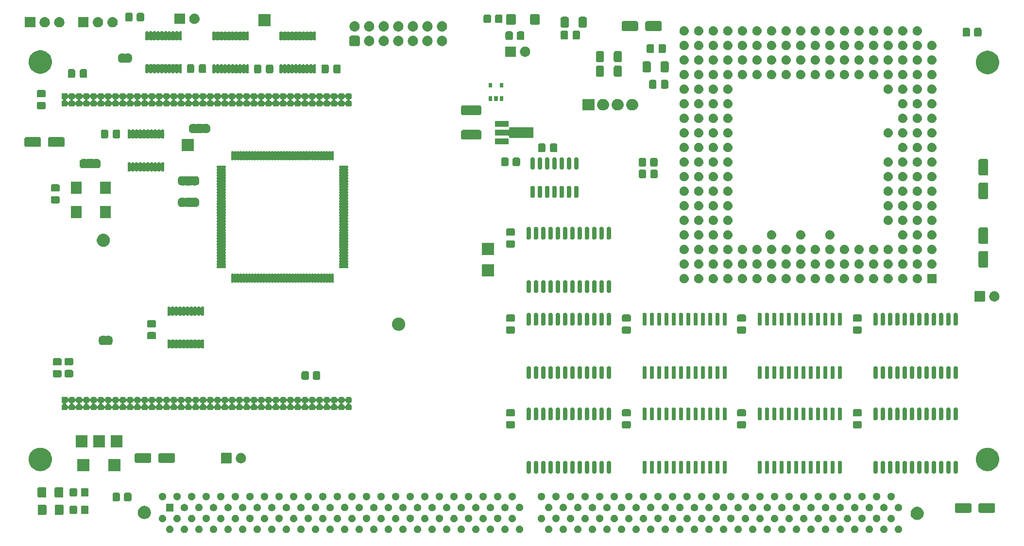
<source format=gbr>
G04 #@! TF.GenerationSoftware,KiCad,Pcbnew,7.0.5-0*
G04 #@! TF.CreationDate,2023-07-16T23:29:11+02:00*
G04 #@! TF.ProjectId,Z3660_v02,5a333636-305f-4763-9032-2e6b69636164,rev?*
G04 #@! TF.SameCoordinates,Original*
G04 #@! TF.FileFunction,Soldermask,Top*
G04 #@! TF.FilePolarity,Negative*
%FSLAX46Y46*%
G04 Gerber Fmt 4.6, Leading zero omitted, Abs format (unit mm)*
G04 Created by KiCad (PCBNEW 7.0.5-0) date 2023-07-16 23:29:11*
%MOMM*%
%LPD*%
G01*
G04 APERTURE LIST*
G04 APERTURE END LIST*
G36*
X107270104Y-120093162D02*
G01*
X107313455Y-120093162D01*
X107349965Y-120102160D01*
X107379672Y-120105508D01*
X107418094Y-120118952D01*
X107465834Y-120130719D01*
X107494063Y-120145535D01*
X107517100Y-120153596D01*
X107556037Y-120178062D01*
X107604796Y-120203653D01*
X107624387Y-120221009D01*
X107640381Y-120231059D01*
X107676491Y-120267169D01*
X107722266Y-120307722D01*
X107733903Y-120324581D01*
X107743341Y-120334019D01*
X107773010Y-120381238D01*
X107811418Y-120436880D01*
X107816662Y-120450709D01*
X107820804Y-120457300D01*
X107840389Y-120513272D01*
X107867069Y-120583621D01*
X107868165Y-120592651D01*
X107868892Y-120594728D01*
X107875003Y-120648967D01*
X107885986Y-120739415D01*
X107875002Y-120829870D01*
X107868892Y-120884101D01*
X107868165Y-120886176D01*
X107867069Y-120895209D01*
X107840384Y-120965569D01*
X107820804Y-121021529D01*
X107816663Y-121028118D01*
X107811418Y-121041950D01*
X107773003Y-121097601D01*
X107743341Y-121144810D01*
X107733905Y-121154245D01*
X107722266Y-121171108D01*
X107676482Y-121211668D01*
X107640381Y-121247770D01*
X107624391Y-121257816D01*
X107604796Y-121275177D01*
X107556027Y-121300772D01*
X107517100Y-121325233D01*
X107494069Y-121333291D01*
X107465834Y-121348111D01*
X107418085Y-121359879D01*
X107379672Y-121373321D01*
X107349972Y-121376667D01*
X107313455Y-121385668D01*
X107270095Y-121385668D01*
X107234986Y-121389624D01*
X107199877Y-121385668D01*
X107156517Y-121385668D01*
X107120000Y-121376667D01*
X107090299Y-121373321D01*
X107051883Y-121359878D01*
X107004138Y-121348111D01*
X106975904Y-121333292D01*
X106952871Y-121325233D01*
X106913938Y-121300769D01*
X106865176Y-121275177D01*
X106845582Y-121257818D01*
X106829590Y-121247770D01*
X106793480Y-121211660D01*
X106747706Y-121171108D01*
X106736068Y-121154248D01*
X106726630Y-121144810D01*
X106696956Y-121097585D01*
X106658554Y-121041950D01*
X106653309Y-121028122D01*
X106649167Y-121021529D01*
X106629574Y-120965535D01*
X106602903Y-120895209D01*
X106601806Y-120886180D01*
X106601079Y-120884101D01*
X106594955Y-120829755D01*
X106583986Y-120739415D01*
X106594954Y-120649082D01*
X106601079Y-120594728D01*
X106601806Y-120592647D01*
X106602903Y-120583621D01*
X106629569Y-120513306D01*
X106649167Y-120457300D01*
X106653310Y-120450705D01*
X106658554Y-120436880D01*
X106696949Y-120381254D01*
X106726630Y-120334019D01*
X106736071Y-120324577D01*
X106747706Y-120307722D01*
X106793472Y-120267176D01*
X106829590Y-120231059D01*
X106845586Y-120221007D01*
X106865176Y-120203653D01*
X106913928Y-120178065D01*
X106952871Y-120153596D01*
X106975910Y-120145534D01*
X107004138Y-120130719D01*
X107051873Y-120118953D01*
X107090299Y-120105508D01*
X107120007Y-120102160D01*
X107156517Y-120093162D01*
X107199868Y-120093162D01*
X107234986Y-120089205D01*
X107270104Y-120093162D01*
G37*
G36*
X109810104Y-120093162D02*
G01*
X109853455Y-120093162D01*
X109889965Y-120102160D01*
X109919672Y-120105508D01*
X109958094Y-120118952D01*
X110005834Y-120130719D01*
X110034063Y-120145535D01*
X110057100Y-120153596D01*
X110096037Y-120178062D01*
X110144796Y-120203653D01*
X110164387Y-120221009D01*
X110180381Y-120231059D01*
X110216491Y-120267169D01*
X110262266Y-120307722D01*
X110273903Y-120324581D01*
X110283341Y-120334019D01*
X110313010Y-120381238D01*
X110351418Y-120436880D01*
X110356662Y-120450709D01*
X110360804Y-120457300D01*
X110380389Y-120513272D01*
X110407069Y-120583621D01*
X110408165Y-120592651D01*
X110408892Y-120594728D01*
X110415003Y-120648967D01*
X110425986Y-120739415D01*
X110415002Y-120829870D01*
X110408892Y-120884101D01*
X110408165Y-120886176D01*
X110407069Y-120895209D01*
X110380384Y-120965569D01*
X110360804Y-121021529D01*
X110356663Y-121028118D01*
X110351418Y-121041950D01*
X110313003Y-121097601D01*
X110283341Y-121144810D01*
X110273905Y-121154245D01*
X110262266Y-121171108D01*
X110216482Y-121211668D01*
X110180381Y-121247770D01*
X110164391Y-121257816D01*
X110144796Y-121275177D01*
X110096027Y-121300772D01*
X110057100Y-121325233D01*
X110034069Y-121333291D01*
X110005834Y-121348111D01*
X109958085Y-121359879D01*
X109919672Y-121373321D01*
X109889972Y-121376667D01*
X109853455Y-121385668D01*
X109810095Y-121385668D01*
X109774986Y-121389624D01*
X109739877Y-121385668D01*
X109696517Y-121385668D01*
X109660000Y-121376667D01*
X109630299Y-121373321D01*
X109591883Y-121359878D01*
X109544138Y-121348111D01*
X109515904Y-121333292D01*
X109492871Y-121325233D01*
X109453938Y-121300769D01*
X109405176Y-121275177D01*
X109385582Y-121257818D01*
X109369590Y-121247770D01*
X109333480Y-121211660D01*
X109287706Y-121171108D01*
X109276068Y-121154248D01*
X109266630Y-121144810D01*
X109236956Y-121097585D01*
X109198554Y-121041950D01*
X109193309Y-121028122D01*
X109189167Y-121021529D01*
X109169574Y-120965535D01*
X109142903Y-120895209D01*
X109141806Y-120886180D01*
X109141079Y-120884101D01*
X109134955Y-120829755D01*
X109123986Y-120739415D01*
X109134954Y-120649082D01*
X109141079Y-120594728D01*
X109141806Y-120592647D01*
X109142903Y-120583621D01*
X109169569Y-120513306D01*
X109189167Y-120457300D01*
X109193310Y-120450705D01*
X109198554Y-120436880D01*
X109236949Y-120381254D01*
X109266630Y-120334019D01*
X109276071Y-120324577D01*
X109287706Y-120307722D01*
X109333472Y-120267176D01*
X109369590Y-120231059D01*
X109385586Y-120221007D01*
X109405176Y-120203653D01*
X109453928Y-120178065D01*
X109492871Y-120153596D01*
X109515910Y-120145534D01*
X109544138Y-120130719D01*
X109591873Y-120118953D01*
X109630299Y-120105508D01*
X109660007Y-120102160D01*
X109696517Y-120093162D01*
X109739868Y-120093162D01*
X109774986Y-120089205D01*
X109810104Y-120093162D01*
G37*
G36*
X112350104Y-120093162D02*
G01*
X112393455Y-120093162D01*
X112429965Y-120102160D01*
X112459672Y-120105508D01*
X112498094Y-120118952D01*
X112545834Y-120130719D01*
X112574063Y-120145535D01*
X112597100Y-120153596D01*
X112636037Y-120178062D01*
X112684796Y-120203653D01*
X112704387Y-120221009D01*
X112720381Y-120231059D01*
X112756491Y-120267169D01*
X112802266Y-120307722D01*
X112813903Y-120324581D01*
X112823341Y-120334019D01*
X112853010Y-120381238D01*
X112891418Y-120436880D01*
X112896662Y-120450709D01*
X112900804Y-120457300D01*
X112920389Y-120513272D01*
X112947069Y-120583621D01*
X112948165Y-120592651D01*
X112948892Y-120594728D01*
X112955003Y-120648967D01*
X112965986Y-120739415D01*
X112955002Y-120829870D01*
X112948892Y-120884101D01*
X112948165Y-120886176D01*
X112947069Y-120895209D01*
X112920384Y-120965569D01*
X112900804Y-121021529D01*
X112896663Y-121028118D01*
X112891418Y-121041950D01*
X112853003Y-121097601D01*
X112823341Y-121144810D01*
X112813905Y-121154245D01*
X112802266Y-121171108D01*
X112756482Y-121211668D01*
X112720381Y-121247770D01*
X112704391Y-121257816D01*
X112684796Y-121275177D01*
X112636027Y-121300772D01*
X112597100Y-121325233D01*
X112574069Y-121333291D01*
X112545834Y-121348111D01*
X112498085Y-121359879D01*
X112459672Y-121373321D01*
X112429972Y-121376667D01*
X112393455Y-121385668D01*
X112350095Y-121385668D01*
X112314986Y-121389624D01*
X112279877Y-121385668D01*
X112236517Y-121385668D01*
X112200000Y-121376667D01*
X112170299Y-121373321D01*
X112131883Y-121359878D01*
X112084138Y-121348111D01*
X112055904Y-121333292D01*
X112032871Y-121325233D01*
X111993938Y-121300769D01*
X111945176Y-121275177D01*
X111925582Y-121257818D01*
X111909590Y-121247770D01*
X111873480Y-121211660D01*
X111827706Y-121171108D01*
X111816068Y-121154248D01*
X111806630Y-121144810D01*
X111776956Y-121097585D01*
X111738554Y-121041950D01*
X111733309Y-121028122D01*
X111729167Y-121021529D01*
X111709574Y-120965535D01*
X111682903Y-120895209D01*
X111681806Y-120886180D01*
X111681079Y-120884101D01*
X111674955Y-120829755D01*
X111663986Y-120739415D01*
X111674954Y-120649082D01*
X111681079Y-120594728D01*
X111681806Y-120592647D01*
X111682903Y-120583621D01*
X111709569Y-120513306D01*
X111729167Y-120457300D01*
X111733310Y-120450705D01*
X111738554Y-120436880D01*
X111776949Y-120381254D01*
X111806630Y-120334019D01*
X111816071Y-120324577D01*
X111827706Y-120307722D01*
X111873472Y-120267176D01*
X111909590Y-120231059D01*
X111925586Y-120221007D01*
X111945176Y-120203653D01*
X111993928Y-120178065D01*
X112032871Y-120153596D01*
X112055910Y-120145534D01*
X112084138Y-120130719D01*
X112131873Y-120118953D01*
X112170299Y-120105508D01*
X112200007Y-120102160D01*
X112236517Y-120093162D01*
X112279868Y-120093162D01*
X112314986Y-120089205D01*
X112350104Y-120093162D01*
G37*
G36*
X114890104Y-120093162D02*
G01*
X114933455Y-120093162D01*
X114969965Y-120102160D01*
X114999672Y-120105508D01*
X115038094Y-120118952D01*
X115085834Y-120130719D01*
X115114063Y-120145535D01*
X115137100Y-120153596D01*
X115176037Y-120178062D01*
X115224796Y-120203653D01*
X115244387Y-120221009D01*
X115260381Y-120231059D01*
X115296491Y-120267169D01*
X115342266Y-120307722D01*
X115353903Y-120324581D01*
X115363341Y-120334019D01*
X115393010Y-120381238D01*
X115431418Y-120436880D01*
X115436662Y-120450709D01*
X115440804Y-120457300D01*
X115460389Y-120513272D01*
X115487069Y-120583621D01*
X115488165Y-120592651D01*
X115488892Y-120594728D01*
X115495003Y-120648967D01*
X115505986Y-120739415D01*
X115495002Y-120829870D01*
X115488892Y-120884101D01*
X115488165Y-120886176D01*
X115487069Y-120895209D01*
X115460384Y-120965569D01*
X115440804Y-121021529D01*
X115436663Y-121028118D01*
X115431418Y-121041950D01*
X115393003Y-121097601D01*
X115363341Y-121144810D01*
X115353905Y-121154245D01*
X115342266Y-121171108D01*
X115296482Y-121211668D01*
X115260381Y-121247770D01*
X115244391Y-121257816D01*
X115224796Y-121275177D01*
X115176027Y-121300772D01*
X115137100Y-121325233D01*
X115114069Y-121333291D01*
X115085834Y-121348111D01*
X115038085Y-121359879D01*
X114999672Y-121373321D01*
X114969972Y-121376667D01*
X114933455Y-121385668D01*
X114890095Y-121385668D01*
X114854986Y-121389624D01*
X114819877Y-121385668D01*
X114776517Y-121385668D01*
X114740000Y-121376667D01*
X114710299Y-121373321D01*
X114671883Y-121359878D01*
X114624138Y-121348111D01*
X114595904Y-121333292D01*
X114572871Y-121325233D01*
X114533938Y-121300769D01*
X114485176Y-121275177D01*
X114465582Y-121257818D01*
X114449590Y-121247770D01*
X114413480Y-121211660D01*
X114367706Y-121171108D01*
X114356068Y-121154248D01*
X114346630Y-121144810D01*
X114316956Y-121097585D01*
X114278554Y-121041950D01*
X114273309Y-121028122D01*
X114269167Y-121021529D01*
X114249574Y-120965535D01*
X114222903Y-120895209D01*
X114221806Y-120886180D01*
X114221079Y-120884101D01*
X114214955Y-120829755D01*
X114203986Y-120739415D01*
X114214954Y-120649082D01*
X114221079Y-120594728D01*
X114221806Y-120592647D01*
X114222903Y-120583621D01*
X114249569Y-120513306D01*
X114269167Y-120457300D01*
X114273310Y-120450705D01*
X114278554Y-120436880D01*
X114316949Y-120381254D01*
X114346630Y-120334019D01*
X114356071Y-120324577D01*
X114367706Y-120307722D01*
X114413472Y-120267176D01*
X114449590Y-120231059D01*
X114465586Y-120221007D01*
X114485176Y-120203653D01*
X114533928Y-120178065D01*
X114572871Y-120153596D01*
X114595910Y-120145534D01*
X114624138Y-120130719D01*
X114671873Y-120118953D01*
X114710299Y-120105508D01*
X114740007Y-120102160D01*
X114776517Y-120093162D01*
X114819868Y-120093162D01*
X114854986Y-120089205D01*
X114890104Y-120093162D01*
G37*
G36*
X117430104Y-120093162D02*
G01*
X117473455Y-120093162D01*
X117509965Y-120102160D01*
X117539672Y-120105508D01*
X117578094Y-120118952D01*
X117625834Y-120130719D01*
X117654063Y-120145535D01*
X117677100Y-120153596D01*
X117716037Y-120178062D01*
X117764796Y-120203653D01*
X117784387Y-120221009D01*
X117800381Y-120231059D01*
X117836491Y-120267169D01*
X117882266Y-120307722D01*
X117893903Y-120324581D01*
X117903341Y-120334019D01*
X117933010Y-120381238D01*
X117971418Y-120436880D01*
X117976662Y-120450709D01*
X117980804Y-120457300D01*
X118000389Y-120513272D01*
X118027069Y-120583621D01*
X118028165Y-120592651D01*
X118028892Y-120594728D01*
X118035003Y-120648967D01*
X118045986Y-120739415D01*
X118035002Y-120829870D01*
X118028892Y-120884101D01*
X118028165Y-120886176D01*
X118027069Y-120895209D01*
X118000384Y-120965569D01*
X117980804Y-121021529D01*
X117976663Y-121028118D01*
X117971418Y-121041950D01*
X117933003Y-121097601D01*
X117903341Y-121144810D01*
X117893905Y-121154245D01*
X117882266Y-121171108D01*
X117836482Y-121211668D01*
X117800381Y-121247770D01*
X117784391Y-121257816D01*
X117764796Y-121275177D01*
X117716027Y-121300772D01*
X117677100Y-121325233D01*
X117654069Y-121333291D01*
X117625834Y-121348111D01*
X117578085Y-121359879D01*
X117539672Y-121373321D01*
X117509972Y-121376667D01*
X117473455Y-121385668D01*
X117430095Y-121385668D01*
X117394986Y-121389624D01*
X117359877Y-121385668D01*
X117316517Y-121385668D01*
X117280000Y-121376667D01*
X117250299Y-121373321D01*
X117211883Y-121359878D01*
X117164138Y-121348111D01*
X117135904Y-121333292D01*
X117112871Y-121325233D01*
X117073938Y-121300769D01*
X117025176Y-121275177D01*
X117005582Y-121257818D01*
X116989590Y-121247770D01*
X116953480Y-121211660D01*
X116907706Y-121171108D01*
X116896068Y-121154248D01*
X116886630Y-121144810D01*
X116856956Y-121097585D01*
X116818554Y-121041950D01*
X116813309Y-121028122D01*
X116809167Y-121021529D01*
X116789574Y-120965535D01*
X116762903Y-120895209D01*
X116761806Y-120886180D01*
X116761079Y-120884101D01*
X116754955Y-120829755D01*
X116743986Y-120739415D01*
X116754954Y-120649082D01*
X116761079Y-120594728D01*
X116761806Y-120592647D01*
X116762903Y-120583621D01*
X116789569Y-120513306D01*
X116809167Y-120457300D01*
X116813310Y-120450705D01*
X116818554Y-120436880D01*
X116856949Y-120381254D01*
X116886630Y-120334019D01*
X116896071Y-120324577D01*
X116907706Y-120307722D01*
X116953472Y-120267176D01*
X116989590Y-120231059D01*
X117005586Y-120221007D01*
X117025176Y-120203653D01*
X117073928Y-120178065D01*
X117112871Y-120153596D01*
X117135910Y-120145534D01*
X117164138Y-120130719D01*
X117211873Y-120118953D01*
X117250299Y-120105508D01*
X117280007Y-120102160D01*
X117316517Y-120093162D01*
X117359868Y-120093162D01*
X117394986Y-120089205D01*
X117430104Y-120093162D01*
G37*
G36*
X119970104Y-120093162D02*
G01*
X120013455Y-120093162D01*
X120049965Y-120102160D01*
X120079672Y-120105508D01*
X120118094Y-120118952D01*
X120165834Y-120130719D01*
X120194063Y-120145535D01*
X120217100Y-120153596D01*
X120256037Y-120178062D01*
X120304796Y-120203653D01*
X120324387Y-120221009D01*
X120340381Y-120231059D01*
X120376491Y-120267169D01*
X120422266Y-120307722D01*
X120433903Y-120324581D01*
X120443341Y-120334019D01*
X120473010Y-120381238D01*
X120511418Y-120436880D01*
X120516662Y-120450709D01*
X120520804Y-120457300D01*
X120540389Y-120513272D01*
X120567069Y-120583621D01*
X120568165Y-120592651D01*
X120568892Y-120594728D01*
X120575003Y-120648967D01*
X120585986Y-120739415D01*
X120575002Y-120829870D01*
X120568892Y-120884101D01*
X120568165Y-120886176D01*
X120567069Y-120895209D01*
X120540384Y-120965569D01*
X120520804Y-121021529D01*
X120516663Y-121028118D01*
X120511418Y-121041950D01*
X120473003Y-121097601D01*
X120443341Y-121144810D01*
X120433905Y-121154245D01*
X120422266Y-121171108D01*
X120376482Y-121211668D01*
X120340381Y-121247770D01*
X120324391Y-121257816D01*
X120304796Y-121275177D01*
X120256027Y-121300772D01*
X120217100Y-121325233D01*
X120194069Y-121333291D01*
X120165834Y-121348111D01*
X120118085Y-121359879D01*
X120079672Y-121373321D01*
X120049972Y-121376667D01*
X120013455Y-121385668D01*
X119970095Y-121385668D01*
X119934986Y-121389624D01*
X119899877Y-121385668D01*
X119856517Y-121385668D01*
X119820000Y-121376667D01*
X119790299Y-121373321D01*
X119751883Y-121359878D01*
X119704138Y-121348111D01*
X119675904Y-121333292D01*
X119652871Y-121325233D01*
X119613938Y-121300769D01*
X119565176Y-121275177D01*
X119545582Y-121257818D01*
X119529590Y-121247770D01*
X119493480Y-121211660D01*
X119447706Y-121171108D01*
X119436068Y-121154248D01*
X119426630Y-121144810D01*
X119396956Y-121097585D01*
X119358554Y-121041950D01*
X119353309Y-121028122D01*
X119349167Y-121021529D01*
X119329574Y-120965535D01*
X119302903Y-120895209D01*
X119301806Y-120886180D01*
X119301079Y-120884101D01*
X119294955Y-120829755D01*
X119283986Y-120739415D01*
X119294954Y-120649082D01*
X119301079Y-120594728D01*
X119301806Y-120592647D01*
X119302903Y-120583621D01*
X119329569Y-120513306D01*
X119349167Y-120457300D01*
X119353310Y-120450705D01*
X119358554Y-120436880D01*
X119396949Y-120381254D01*
X119426630Y-120334019D01*
X119436071Y-120324577D01*
X119447706Y-120307722D01*
X119493472Y-120267176D01*
X119529590Y-120231059D01*
X119545586Y-120221007D01*
X119565176Y-120203653D01*
X119613928Y-120178065D01*
X119652871Y-120153596D01*
X119675910Y-120145534D01*
X119704138Y-120130719D01*
X119751873Y-120118953D01*
X119790299Y-120105508D01*
X119820007Y-120102160D01*
X119856517Y-120093162D01*
X119899868Y-120093162D01*
X119934986Y-120089205D01*
X119970104Y-120093162D01*
G37*
G36*
X122510104Y-120093162D02*
G01*
X122553455Y-120093162D01*
X122589965Y-120102160D01*
X122619672Y-120105508D01*
X122658094Y-120118952D01*
X122705834Y-120130719D01*
X122734063Y-120145535D01*
X122757100Y-120153596D01*
X122796037Y-120178062D01*
X122844796Y-120203653D01*
X122864387Y-120221009D01*
X122880381Y-120231059D01*
X122916491Y-120267169D01*
X122962266Y-120307722D01*
X122973903Y-120324581D01*
X122983341Y-120334019D01*
X123013010Y-120381238D01*
X123051418Y-120436880D01*
X123056662Y-120450709D01*
X123060804Y-120457300D01*
X123080389Y-120513272D01*
X123107069Y-120583621D01*
X123108165Y-120592651D01*
X123108892Y-120594728D01*
X123115003Y-120648967D01*
X123125986Y-120739415D01*
X123115002Y-120829870D01*
X123108892Y-120884101D01*
X123108165Y-120886176D01*
X123107069Y-120895209D01*
X123080384Y-120965569D01*
X123060804Y-121021529D01*
X123056663Y-121028118D01*
X123051418Y-121041950D01*
X123013003Y-121097601D01*
X122983341Y-121144810D01*
X122973905Y-121154245D01*
X122962266Y-121171108D01*
X122916482Y-121211668D01*
X122880381Y-121247770D01*
X122864391Y-121257816D01*
X122844796Y-121275177D01*
X122796027Y-121300772D01*
X122757100Y-121325233D01*
X122734069Y-121333291D01*
X122705834Y-121348111D01*
X122658085Y-121359879D01*
X122619672Y-121373321D01*
X122589972Y-121376667D01*
X122553455Y-121385668D01*
X122510095Y-121385668D01*
X122474986Y-121389624D01*
X122439877Y-121385668D01*
X122396517Y-121385668D01*
X122360000Y-121376667D01*
X122330299Y-121373321D01*
X122291883Y-121359878D01*
X122244138Y-121348111D01*
X122215904Y-121333292D01*
X122192871Y-121325233D01*
X122153938Y-121300769D01*
X122105176Y-121275177D01*
X122085582Y-121257818D01*
X122069590Y-121247770D01*
X122033480Y-121211660D01*
X121987706Y-121171108D01*
X121976068Y-121154248D01*
X121966630Y-121144810D01*
X121936956Y-121097585D01*
X121898554Y-121041950D01*
X121893309Y-121028122D01*
X121889167Y-121021529D01*
X121869574Y-120965535D01*
X121842903Y-120895209D01*
X121841806Y-120886180D01*
X121841079Y-120884101D01*
X121834955Y-120829755D01*
X121823986Y-120739415D01*
X121834954Y-120649082D01*
X121841079Y-120594728D01*
X121841806Y-120592647D01*
X121842903Y-120583621D01*
X121869569Y-120513306D01*
X121889167Y-120457300D01*
X121893310Y-120450705D01*
X121898554Y-120436880D01*
X121936949Y-120381254D01*
X121966630Y-120334019D01*
X121976071Y-120324577D01*
X121987706Y-120307722D01*
X122033472Y-120267176D01*
X122069590Y-120231059D01*
X122085586Y-120221007D01*
X122105176Y-120203653D01*
X122153928Y-120178065D01*
X122192871Y-120153596D01*
X122215910Y-120145534D01*
X122244138Y-120130719D01*
X122291873Y-120118953D01*
X122330299Y-120105508D01*
X122360007Y-120102160D01*
X122396517Y-120093162D01*
X122439868Y-120093162D01*
X122474986Y-120089205D01*
X122510104Y-120093162D01*
G37*
G36*
X125050104Y-120093162D02*
G01*
X125093455Y-120093162D01*
X125129965Y-120102160D01*
X125159672Y-120105508D01*
X125198094Y-120118952D01*
X125245834Y-120130719D01*
X125274063Y-120145535D01*
X125297100Y-120153596D01*
X125336037Y-120178062D01*
X125384796Y-120203653D01*
X125404387Y-120221009D01*
X125420381Y-120231059D01*
X125456491Y-120267169D01*
X125502266Y-120307722D01*
X125513903Y-120324581D01*
X125523341Y-120334019D01*
X125553010Y-120381238D01*
X125591418Y-120436880D01*
X125596662Y-120450709D01*
X125600804Y-120457300D01*
X125620389Y-120513272D01*
X125647069Y-120583621D01*
X125648165Y-120592651D01*
X125648892Y-120594728D01*
X125655003Y-120648967D01*
X125665986Y-120739415D01*
X125655002Y-120829870D01*
X125648892Y-120884101D01*
X125648165Y-120886176D01*
X125647069Y-120895209D01*
X125620384Y-120965569D01*
X125600804Y-121021529D01*
X125596663Y-121028118D01*
X125591418Y-121041950D01*
X125553003Y-121097601D01*
X125523341Y-121144810D01*
X125513905Y-121154245D01*
X125502266Y-121171108D01*
X125456482Y-121211668D01*
X125420381Y-121247770D01*
X125404391Y-121257816D01*
X125384796Y-121275177D01*
X125336027Y-121300772D01*
X125297100Y-121325233D01*
X125274069Y-121333291D01*
X125245834Y-121348111D01*
X125198085Y-121359879D01*
X125159672Y-121373321D01*
X125129972Y-121376667D01*
X125093455Y-121385668D01*
X125050095Y-121385668D01*
X125014986Y-121389624D01*
X124979877Y-121385668D01*
X124936517Y-121385668D01*
X124900000Y-121376667D01*
X124870299Y-121373321D01*
X124831883Y-121359878D01*
X124784138Y-121348111D01*
X124755904Y-121333292D01*
X124732871Y-121325233D01*
X124693938Y-121300769D01*
X124645176Y-121275177D01*
X124625582Y-121257818D01*
X124609590Y-121247770D01*
X124573480Y-121211660D01*
X124527706Y-121171108D01*
X124516068Y-121154248D01*
X124506630Y-121144810D01*
X124476956Y-121097585D01*
X124438554Y-121041950D01*
X124433309Y-121028122D01*
X124429167Y-121021529D01*
X124409574Y-120965535D01*
X124382903Y-120895209D01*
X124381806Y-120886180D01*
X124381079Y-120884101D01*
X124374955Y-120829755D01*
X124363986Y-120739415D01*
X124374954Y-120649082D01*
X124381079Y-120594728D01*
X124381806Y-120592647D01*
X124382903Y-120583621D01*
X124409569Y-120513306D01*
X124429167Y-120457300D01*
X124433310Y-120450705D01*
X124438554Y-120436880D01*
X124476949Y-120381254D01*
X124506630Y-120334019D01*
X124516071Y-120324577D01*
X124527706Y-120307722D01*
X124573472Y-120267176D01*
X124609590Y-120231059D01*
X124625586Y-120221007D01*
X124645176Y-120203653D01*
X124693928Y-120178065D01*
X124732871Y-120153596D01*
X124755910Y-120145534D01*
X124784138Y-120130719D01*
X124831873Y-120118953D01*
X124870299Y-120105508D01*
X124900007Y-120102160D01*
X124936517Y-120093162D01*
X124979868Y-120093162D01*
X125014986Y-120089205D01*
X125050104Y-120093162D01*
G37*
G36*
X127590104Y-120093162D02*
G01*
X127633455Y-120093162D01*
X127669965Y-120102160D01*
X127699672Y-120105508D01*
X127738094Y-120118952D01*
X127785834Y-120130719D01*
X127814063Y-120145535D01*
X127837100Y-120153596D01*
X127876037Y-120178062D01*
X127924796Y-120203653D01*
X127944387Y-120221009D01*
X127960381Y-120231059D01*
X127996491Y-120267169D01*
X128042266Y-120307722D01*
X128053903Y-120324581D01*
X128063341Y-120334019D01*
X128093010Y-120381238D01*
X128131418Y-120436880D01*
X128136662Y-120450709D01*
X128140804Y-120457300D01*
X128160389Y-120513272D01*
X128187069Y-120583621D01*
X128188165Y-120592651D01*
X128188892Y-120594728D01*
X128195003Y-120648967D01*
X128205986Y-120739415D01*
X128195002Y-120829870D01*
X128188892Y-120884101D01*
X128188165Y-120886176D01*
X128187069Y-120895209D01*
X128160384Y-120965569D01*
X128140804Y-121021529D01*
X128136663Y-121028118D01*
X128131418Y-121041950D01*
X128093003Y-121097601D01*
X128063341Y-121144810D01*
X128053905Y-121154245D01*
X128042266Y-121171108D01*
X127996482Y-121211668D01*
X127960381Y-121247770D01*
X127944391Y-121257816D01*
X127924796Y-121275177D01*
X127876027Y-121300772D01*
X127837100Y-121325233D01*
X127814069Y-121333291D01*
X127785834Y-121348111D01*
X127738085Y-121359879D01*
X127699672Y-121373321D01*
X127669972Y-121376667D01*
X127633455Y-121385668D01*
X127590095Y-121385668D01*
X127554986Y-121389624D01*
X127519877Y-121385668D01*
X127476517Y-121385668D01*
X127440000Y-121376667D01*
X127410299Y-121373321D01*
X127371883Y-121359878D01*
X127324138Y-121348111D01*
X127295904Y-121333292D01*
X127272871Y-121325233D01*
X127233938Y-121300769D01*
X127185176Y-121275177D01*
X127165582Y-121257818D01*
X127149590Y-121247770D01*
X127113480Y-121211660D01*
X127067706Y-121171108D01*
X127056068Y-121154248D01*
X127046630Y-121144810D01*
X127016956Y-121097585D01*
X126978554Y-121041950D01*
X126973309Y-121028122D01*
X126969167Y-121021529D01*
X126949574Y-120965535D01*
X126922903Y-120895209D01*
X126921806Y-120886180D01*
X126921079Y-120884101D01*
X126914955Y-120829755D01*
X126903986Y-120739415D01*
X126914954Y-120649082D01*
X126921079Y-120594728D01*
X126921806Y-120592647D01*
X126922903Y-120583621D01*
X126949569Y-120513306D01*
X126969167Y-120457300D01*
X126973310Y-120450705D01*
X126978554Y-120436880D01*
X127016949Y-120381254D01*
X127046630Y-120334019D01*
X127056071Y-120324577D01*
X127067706Y-120307722D01*
X127113472Y-120267176D01*
X127149590Y-120231059D01*
X127165586Y-120221007D01*
X127185176Y-120203653D01*
X127233928Y-120178065D01*
X127272871Y-120153596D01*
X127295910Y-120145534D01*
X127324138Y-120130719D01*
X127371873Y-120118953D01*
X127410299Y-120105508D01*
X127440007Y-120102160D01*
X127476517Y-120093162D01*
X127519868Y-120093162D01*
X127554986Y-120089205D01*
X127590104Y-120093162D01*
G37*
G36*
X130130104Y-120093162D02*
G01*
X130173455Y-120093162D01*
X130209965Y-120102160D01*
X130239672Y-120105508D01*
X130278094Y-120118952D01*
X130325834Y-120130719D01*
X130354063Y-120145535D01*
X130377100Y-120153596D01*
X130416037Y-120178062D01*
X130464796Y-120203653D01*
X130484387Y-120221009D01*
X130500381Y-120231059D01*
X130536491Y-120267169D01*
X130582266Y-120307722D01*
X130593903Y-120324581D01*
X130603341Y-120334019D01*
X130633010Y-120381238D01*
X130671418Y-120436880D01*
X130676662Y-120450709D01*
X130680804Y-120457300D01*
X130700389Y-120513272D01*
X130727069Y-120583621D01*
X130728165Y-120592651D01*
X130728892Y-120594728D01*
X130735003Y-120648967D01*
X130745986Y-120739415D01*
X130735002Y-120829870D01*
X130728892Y-120884101D01*
X130728165Y-120886176D01*
X130727069Y-120895209D01*
X130700384Y-120965569D01*
X130680804Y-121021529D01*
X130676663Y-121028118D01*
X130671418Y-121041950D01*
X130633003Y-121097601D01*
X130603341Y-121144810D01*
X130593905Y-121154245D01*
X130582266Y-121171108D01*
X130536482Y-121211668D01*
X130500381Y-121247770D01*
X130484391Y-121257816D01*
X130464796Y-121275177D01*
X130416027Y-121300772D01*
X130377100Y-121325233D01*
X130354069Y-121333291D01*
X130325834Y-121348111D01*
X130278085Y-121359879D01*
X130239672Y-121373321D01*
X130209972Y-121376667D01*
X130173455Y-121385668D01*
X130130095Y-121385668D01*
X130094986Y-121389624D01*
X130059877Y-121385668D01*
X130016517Y-121385668D01*
X129980000Y-121376667D01*
X129950299Y-121373321D01*
X129911883Y-121359878D01*
X129864138Y-121348111D01*
X129835904Y-121333292D01*
X129812871Y-121325233D01*
X129773938Y-121300769D01*
X129725176Y-121275177D01*
X129705582Y-121257818D01*
X129689590Y-121247770D01*
X129653480Y-121211660D01*
X129607706Y-121171108D01*
X129596068Y-121154248D01*
X129586630Y-121144810D01*
X129556956Y-121097585D01*
X129518554Y-121041950D01*
X129513309Y-121028122D01*
X129509167Y-121021529D01*
X129489574Y-120965535D01*
X129462903Y-120895209D01*
X129461806Y-120886180D01*
X129461079Y-120884101D01*
X129454955Y-120829755D01*
X129443986Y-120739415D01*
X129454954Y-120649082D01*
X129461079Y-120594728D01*
X129461806Y-120592647D01*
X129462903Y-120583621D01*
X129489569Y-120513306D01*
X129509167Y-120457300D01*
X129513310Y-120450705D01*
X129518554Y-120436880D01*
X129556949Y-120381254D01*
X129586630Y-120334019D01*
X129596071Y-120324577D01*
X129607706Y-120307722D01*
X129653472Y-120267176D01*
X129689590Y-120231059D01*
X129705586Y-120221007D01*
X129725176Y-120203653D01*
X129773928Y-120178065D01*
X129812871Y-120153596D01*
X129835910Y-120145534D01*
X129864138Y-120130719D01*
X129911873Y-120118953D01*
X129950299Y-120105508D01*
X129980007Y-120102160D01*
X130016517Y-120093162D01*
X130059868Y-120093162D01*
X130094986Y-120089205D01*
X130130104Y-120093162D01*
G37*
G36*
X132670104Y-120093162D02*
G01*
X132713455Y-120093162D01*
X132749965Y-120102160D01*
X132779672Y-120105508D01*
X132818094Y-120118952D01*
X132865834Y-120130719D01*
X132894063Y-120145535D01*
X132917100Y-120153596D01*
X132956037Y-120178062D01*
X133004796Y-120203653D01*
X133024387Y-120221009D01*
X133040381Y-120231059D01*
X133076491Y-120267169D01*
X133122266Y-120307722D01*
X133133903Y-120324581D01*
X133143341Y-120334019D01*
X133173010Y-120381238D01*
X133211418Y-120436880D01*
X133216662Y-120450709D01*
X133220804Y-120457300D01*
X133240389Y-120513272D01*
X133267069Y-120583621D01*
X133268165Y-120592651D01*
X133268892Y-120594728D01*
X133275003Y-120648967D01*
X133285986Y-120739415D01*
X133275002Y-120829870D01*
X133268892Y-120884101D01*
X133268165Y-120886176D01*
X133267069Y-120895209D01*
X133240384Y-120965569D01*
X133220804Y-121021529D01*
X133216663Y-121028118D01*
X133211418Y-121041950D01*
X133173003Y-121097601D01*
X133143341Y-121144810D01*
X133133905Y-121154245D01*
X133122266Y-121171108D01*
X133076482Y-121211668D01*
X133040381Y-121247770D01*
X133024391Y-121257816D01*
X133004796Y-121275177D01*
X132956027Y-121300772D01*
X132917100Y-121325233D01*
X132894069Y-121333291D01*
X132865834Y-121348111D01*
X132818085Y-121359879D01*
X132779672Y-121373321D01*
X132749972Y-121376667D01*
X132713455Y-121385668D01*
X132670095Y-121385668D01*
X132634986Y-121389624D01*
X132599877Y-121385668D01*
X132556517Y-121385668D01*
X132520000Y-121376667D01*
X132490299Y-121373321D01*
X132451883Y-121359878D01*
X132404138Y-121348111D01*
X132375904Y-121333292D01*
X132352871Y-121325233D01*
X132313938Y-121300769D01*
X132265176Y-121275177D01*
X132245582Y-121257818D01*
X132229590Y-121247770D01*
X132193480Y-121211660D01*
X132147706Y-121171108D01*
X132136068Y-121154248D01*
X132126630Y-121144810D01*
X132096956Y-121097585D01*
X132058554Y-121041950D01*
X132053309Y-121028122D01*
X132049167Y-121021529D01*
X132029574Y-120965535D01*
X132002903Y-120895209D01*
X132001806Y-120886180D01*
X132001079Y-120884101D01*
X131994955Y-120829755D01*
X131983986Y-120739415D01*
X131994954Y-120649082D01*
X132001079Y-120594728D01*
X132001806Y-120592647D01*
X132002903Y-120583621D01*
X132029569Y-120513306D01*
X132049167Y-120457300D01*
X132053310Y-120450705D01*
X132058554Y-120436880D01*
X132096949Y-120381254D01*
X132126630Y-120334019D01*
X132136071Y-120324577D01*
X132147706Y-120307722D01*
X132193472Y-120267176D01*
X132229590Y-120231059D01*
X132245586Y-120221007D01*
X132265176Y-120203653D01*
X132313928Y-120178065D01*
X132352871Y-120153596D01*
X132375910Y-120145534D01*
X132404138Y-120130719D01*
X132451873Y-120118953D01*
X132490299Y-120105508D01*
X132520007Y-120102160D01*
X132556517Y-120093162D01*
X132599868Y-120093162D01*
X132634986Y-120089205D01*
X132670104Y-120093162D01*
G37*
G36*
X135210104Y-120093162D02*
G01*
X135253455Y-120093162D01*
X135289965Y-120102160D01*
X135319672Y-120105508D01*
X135358094Y-120118952D01*
X135405834Y-120130719D01*
X135434063Y-120145535D01*
X135457100Y-120153596D01*
X135496037Y-120178062D01*
X135544796Y-120203653D01*
X135564387Y-120221009D01*
X135580381Y-120231059D01*
X135616491Y-120267169D01*
X135662266Y-120307722D01*
X135673903Y-120324581D01*
X135683341Y-120334019D01*
X135713010Y-120381238D01*
X135751418Y-120436880D01*
X135756662Y-120450709D01*
X135760804Y-120457300D01*
X135780389Y-120513272D01*
X135807069Y-120583621D01*
X135808165Y-120592651D01*
X135808892Y-120594728D01*
X135815003Y-120648967D01*
X135825986Y-120739415D01*
X135815002Y-120829870D01*
X135808892Y-120884101D01*
X135808165Y-120886176D01*
X135807069Y-120895209D01*
X135780384Y-120965569D01*
X135760804Y-121021529D01*
X135756663Y-121028118D01*
X135751418Y-121041950D01*
X135713003Y-121097601D01*
X135683341Y-121144810D01*
X135673905Y-121154245D01*
X135662266Y-121171108D01*
X135616482Y-121211668D01*
X135580381Y-121247770D01*
X135564391Y-121257816D01*
X135544796Y-121275177D01*
X135496027Y-121300772D01*
X135457100Y-121325233D01*
X135434069Y-121333291D01*
X135405834Y-121348111D01*
X135358085Y-121359879D01*
X135319672Y-121373321D01*
X135289972Y-121376667D01*
X135253455Y-121385668D01*
X135210095Y-121385668D01*
X135174986Y-121389624D01*
X135139877Y-121385668D01*
X135096517Y-121385668D01*
X135060000Y-121376667D01*
X135030299Y-121373321D01*
X134991883Y-121359878D01*
X134944138Y-121348111D01*
X134915904Y-121333292D01*
X134892871Y-121325233D01*
X134853938Y-121300769D01*
X134805176Y-121275177D01*
X134785582Y-121257818D01*
X134769590Y-121247770D01*
X134733480Y-121211660D01*
X134687706Y-121171108D01*
X134676068Y-121154248D01*
X134666630Y-121144810D01*
X134636956Y-121097585D01*
X134598554Y-121041950D01*
X134593309Y-121028122D01*
X134589167Y-121021529D01*
X134569574Y-120965535D01*
X134542903Y-120895209D01*
X134541806Y-120886180D01*
X134541079Y-120884101D01*
X134534955Y-120829755D01*
X134523986Y-120739415D01*
X134534954Y-120649082D01*
X134541079Y-120594728D01*
X134541806Y-120592647D01*
X134542903Y-120583621D01*
X134569569Y-120513306D01*
X134589167Y-120457300D01*
X134593310Y-120450705D01*
X134598554Y-120436880D01*
X134636949Y-120381254D01*
X134666630Y-120334019D01*
X134676071Y-120324577D01*
X134687706Y-120307722D01*
X134733472Y-120267176D01*
X134769590Y-120231059D01*
X134785586Y-120221007D01*
X134805176Y-120203653D01*
X134853928Y-120178065D01*
X134892871Y-120153596D01*
X134915910Y-120145534D01*
X134944138Y-120130719D01*
X134991873Y-120118953D01*
X135030299Y-120105508D01*
X135060007Y-120102160D01*
X135096517Y-120093162D01*
X135139868Y-120093162D01*
X135174986Y-120089205D01*
X135210104Y-120093162D01*
G37*
G36*
X137750104Y-120093162D02*
G01*
X137793455Y-120093162D01*
X137829965Y-120102160D01*
X137859672Y-120105508D01*
X137898094Y-120118952D01*
X137945834Y-120130719D01*
X137974063Y-120145535D01*
X137997100Y-120153596D01*
X138036037Y-120178062D01*
X138084796Y-120203653D01*
X138104387Y-120221009D01*
X138120381Y-120231059D01*
X138156491Y-120267169D01*
X138202266Y-120307722D01*
X138213903Y-120324581D01*
X138223341Y-120334019D01*
X138253010Y-120381238D01*
X138291418Y-120436880D01*
X138296662Y-120450709D01*
X138300804Y-120457300D01*
X138320389Y-120513272D01*
X138347069Y-120583621D01*
X138348165Y-120592651D01*
X138348892Y-120594728D01*
X138355003Y-120648967D01*
X138365986Y-120739415D01*
X138355002Y-120829870D01*
X138348892Y-120884101D01*
X138348165Y-120886176D01*
X138347069Y-120895209D01*
X138320384Y-120965569D01*
X138300804Y-121021529D01*
X138296663Y-121028118D01*
X138291418Y-121041950D01*
X138253003Y-121097601D01*
X138223341Y-121144810D01*
X138213905Y-121154245D01*
X138202266Y-121171108D01*
X138156482Y-121211668D01*
X138120381Y-121247770D01*
X138104391Y-121257816D01*
X138084796Y-121275177D01*
X138036027Y-121300772D01*
X137997100Y-121325233D01*
X137974069Y-121333291D01*
X137945834Y-121348111D01*
X137898085Y-121359879D01*
X137859672Y-121373321D01*
X137829972Y-121376667D01*
X137793455Y-121385668D01*
X137750095Y-121385668D01*
X137714986Y-121389624D01*
X137679877Y-121385668D01*
X137636517Y-121385668D01*
X137600000Y-121376667D01*
X137570299Y-121373321D01*
X137531883Y-121359878D01*
X137484138Y-121348111D01*
X137455904Y-121333292D01*
X137432871Y-121325233D01*
X137393938Y-121300769D01*
X137345176Y-121275177D01*
X137325582Y-121257818D01*
X137309590Y-121247770D01*
X137273480Y-121211660D01*
X137227706Y-121171108D01*
X137216068Y-121154248D01*
X137206630Y-121144810D01*
X137176956Y-121097585D01*
X137138554Y-121041950D01*
X137133309Y-121028122D01*
X137129167Y-121021529D01*
X137109574Y-120965535D01*
X137082903Y-120895209D01*
X137081806Y-120886180D01*
X137081079Y-120884101D01*
X137074955Y-120829755D01*
X137063986Y-120739415D01*
X137074954Y-120649082D01*
X137081079Y-120594728D01*
X137081806Y-120592647D01*
X137082903Y-120583621D01*
X137109569Y-120513306D01*
X137129167Y-120457300D01*
X137133310Y-120450705D01*
X137138554Y-120436880D01*
X137176949Y-120381254D01*
X137206630Y-120334019D01*
X137216071Y-120324577D01*
X137227706Y-120307722D01*
X137273472Y-120267176D01*
X137309590Y-120231059D01*
X137325586Y-120221007D01*
X137345176Y-120203653D01*
X137393928Y-120178065D01*
X137432871Y-120153596D01*
X137455910Y-120145534D01*
X137484138Y-120130719D01*
X137531873Y-120118953D01*
X137570299Y-120105508D01*
X137600007Y-120102160D01*
X137636517Y-120093162D01*
X137679868Y-120093162D01*
X137714986Y-120089205D01*
X137750104Y-120093162D01*
G37*
G36*
X140290104Y-120093162D02*
G01*
X140333455Y-120093162D01*
X140369965Y-120102160D01*
X140399672Y-120105508D01*
X140438094Y-120118952D01*
X140485834Y-120130719D01*
X140514063Y-120145535D01*
X140537100Y-120153596D01*
X140576037Y-120178062D01*
X140624796Y-120203653D01*
X140644387Y-120221009D01*
X140660381Y-120231059D01*
X140696491Y-120267169D01*
X140742266Y-120307722D01*
X140753903Y-120324581D01*
X140763341Y-120334019D01*
X140793010Y-120381238D01*
X140831418Y-120436880D01*
X140836662Y-120450709D01*
X140840804Y-120457300D01*
X140860389Y-120513272D01*
X140887069Y-120583621D01*
X140888165Y-120592651D01*
X140888892Y-120594728D01*
X140895003Y-120648967D01*
X140905986Y-120739415D01*
X140895002Y-120829870D01*
X140888892Y-120884101D01*
X140888165Y-120886176D01*
X140887069Y-120895209D01*
X140860384Y-120965569D01*
X140840804Y-121021529D01*
X140836663Y-121028118D01*
X140831418Y-121041950D01*
X140793003Y-121097601D01*
X140763341Y-121144810D01*
X140753905Y-121154245D01*
X140742266Y-121171108D01*
X140696482Y-121211668D01*
X140660381Y-121247770D01*
X140644391Y-121257816D01*
X140624796Y-121275177D01*
X140576027Y-121300772D01*
X140537100Y-121325233D01*
X140514069Y-121333291D01*
X140485834Y-121348111D01*
X140438085Y-121359879D01*
X140399672Y-121373321D01*
X140369972Y-121376667D01*
X140333455Y-121385668D01*
X140290095Y-121385668D01*
X140254986Y-121389624D01*
X140219877Y-121385668D01*
X140176517Y-121385668D01*
X140140000Y-121376667D01*
X140110299Y-121373321D01*
X140071883Y-121359878D01*
X140024138Y-121348111D01*
X139995904Y-121333292D01*
X139972871Y-121325233D01*
X139933938Y-121300769D01*
X139885176Y-121275177D01*
X139865582Y-121257818D01*
X139849590Y-121247770D01*
X139813480Y-121211660D01*
X139767706Y-121171108D01*
X139756068Y-121154248D01*
X139746630Y-121144810D01*
X139716956Y-121097585D01*
X139678554Y-121041950D01*
X139673309Y-121028122D01*
X139669167Y-121021529D01*
X139649574Y-120965535D01*
X139622903Y-120895209D01*
X139621806Y-120886180D01*
X139621079Y-120884101D01*
X139614955Y-120829755D01*
X139603986Y-120739415D01*
X139614954Y-120649082D01*
X139621079Y-120594728D01*
X139621806Y-120592647D01*
X139622903Y-120583621D01*
X139649569Y-120513306D01*
X139669167Y-120457300D01*
X139673310Y-120450705D01*
X139678554Y-120436880D01*
X139716949Y-120381254D01*
X139746630Y-120334019D01*
X139756071Y-120324577D01*
X139767706Y-120307722D01*
X139813472Y-120267176D01*
X139849590Y-120231059D01*
X139865586Y-120221007D01*
X139885176Y-120203653D01*
X139933928Y-120178065D01*
X139972871Y-120153596D01*
X139995910Y-120145534D01*
X140024138Y-120130719D01*
X140071873Y-120118953D01*
X140110299Y-120105508D01*
X140140007Y-120102160D01*
X140176517Y-120093162D01*
X140219868Y-120093162D01*
X140254986Y-120089205D01*
X140290104Y-120093162D01*
G37*
G36*
X142830104Y-120093162D02*
G01*
X142873455Y-120093162D01*
X142909965Y-120102160D01*
X142939672Y-120105508D01*
X142978094Y-120118952D01*
X143025834Y-120130719D01*
X143054063Y-120145535D01*
X143077100Y-120153596D01*
X143116037Y-120178062D01*
X143164796Y-120203653D01*
X143184387Y-120221009D01*
X143200381Y-120231059D01*
X143236491Y-120267169D01*
X143282266Y-120307722D01*
X143293903Y-120324581D01*
X143303341Y-120334019D01*
X143333010Y-120381238D01*
X143371418Y-120436880D01*
X143376662Y-120450709D01*
X143380804Y-120457300D01*
X143400389Y-120513272D01*
X143427069Y-120583621D01*
X143428165Y-120592651D01*
X143428892Y-120594728D01*
X143435003Y-120648967D01*
X143445986Y-120739415D01*
X143435002Y-120829870D01*
X143428892Y-120884101D01*
X143428165Y-120886176D01*
X143427069Y-120895209D01*
X143400384Y-120965569D01*
X143380804Y-121021529D01*
X143376663Y-121028118D01*
X143371418Y-121041950D01*
X143333003Y-121097601D01*
X143303341Y-121144810D01*
X143293905Y-121154245D01*
X143282266Y-121171108D01*
X143236482Y-121211668D01*
X143200381Y-121247770D01*
X143184391Y-121257816D01*
X143164796Y-121275177D01*
X143116027Y-121300772D01*
X143077100Y-121325233D01*
X143054069Y-121333291D01*
X143025834Y-121348111D01*
X142978085Y-121359879D01*
X142939672Y-121373321D01*
X142909972Y-121376667D01*
X142873455Y-121385668D01*
X142830095Y-121385668D01*
X142794986Y-121389624D01*
X142759877Y-121385668D01*
X142716517Y-121385668D01*
X142680000Y-121376667D01*
X142650299Y-121373321D01*
X142611883Y-121359878D01*
X142564138Y-121348111D01*
X142535904Y-121333292D01*
X142512871Y-121325233D01*
X142473938Y-121300769D01*
X142425176Y-121275177D01*
X142405582Y-121257818D01*
X142389590Y-121247770D01*
X142353480Y-121211660D01*
X142307706Y-121171108D01*
X142296068Y-121154248D01*
X142286630Y-121144810D01*
X142256956Y-121097585D01*
X142218554Y-121041950D01*
X142213309Y-121028122D01*
X142209167Y-121021529D01*
X142189574Y-120965535D01*
X142162903Y-120895209D01*
X142161806Y-120886180D01*
X142161079Y-120884101D01*
X142154955Y-120829755D01*
X142143986Y-120739415D01*
X142154954Y-120649082D01*
X142161079Y-120594728D01*
X142161806Y-120592647D01*
X142162903Y-120583621D01*
X142189569Y-120513306D01*
X142209167Y-120457300D01*
X142213310Y-120450705D01*
X142218554Y-120436880D01*
X142256949Y-120381254D01*
X142286630Y-120334019D01*
X142296071Y-120324577D01*
X142307706Y-120307722D01*
X142353472Y-120267176D01*
X142389590Y-120231059D01*
X142405586Y-120221007D01*
X142425176Y-120203653D01*
X142473928Y-120178065D01*
X142512871Y-120153596D01*
X142535910Y-120145534D01*
X142564138Y-120130719D01*
X142611873Y-120118953D01*
X142650299Y-120105508D01*
X142680007Y-120102160D01*
X142716517Y-120093162D01*
X142759868Y-120093162D01*
X142794986Y-120089205D01*
X142830104Y-120093162D01*
G37*
G36*
X145370104Y-120093162D02*
G01*
X145413455Y-120093162D01*
X145449965Y-120102160D01*
X145479672Y-120105508D01*
X145518094Y-120118952D01*
X145565834Y-120130719D01*
X145594063Y-120145535D01*
X145617100Y-120153596D01*
X145656037Y-120178062D01*
X145704796Y-120203653D01*
X145724387Y-120221009D01*
X145740381Y-120231059D01*
X145776491Y-120267169D01*
X145822266Y-120307722D01*
X145833903Y-120324581D01*
X145843341Y-120334019D01*
X145873010Y-120381238D01*
X145911418Y-120436880D01*
X145916662Y-120450709D01*
X145920804Y-120457300D01*
X145940389Y-120513272D01*
X145967069Y-120583621D01*
X145968165Y-120592651D01*
X145968892Y-120594728D01*
X145975004Y-120648972D01*
X145985986Y-120739415D01*
X145975002Y-120829874D01*
X145968892Y-120884101D01*
X145968165Y-120886176D01*
X145967069Y-120895209D01*
X145940384Y-120965569D01*
X145920804Y-121021529D01*
X145916663Y-121028118D01*
X145911418Y-121041950D01*
X145873003Y-121097601D01*
X145843341Y-121144810D01*
X145833905Y-121154245D01*
X145822266Y-121171108D01*
X145776482Y-121211668D01*
X145740381Y-121247770D01*
X145724391Y-121257816D01*
X145704796Y-121275177D01*
X145656027Y-121300772D01*
X145617100Y-121325233D01*
X145594069Y-121333291D01*
X145565834Y-121348111D01*
X145518085Y-121359879D01*
X145479672Y-121373321D01*
X145449972Y-121376667D01*
X145413455Y-121385668D01*
X145370095Y-121385668D01*
X145334986Y-121389624D01*
X145299877Y-121385668D01*
X145256517Y-121385668D01*
X145220000Y-121376667D01*
X145190299Y-121373321D01*
X145151883Y-121359878D01*
X145104138Y-121348111D01*
X145075904Y-121333292D01*
X145052871Y-121325233D01*
X145013938Y-121300769D01*
X144965176Y-121275177D01*
X144945582Y-121257818D01*
X144929590Y-121247770D01*
X144893480Y-121211660D01*
X144847706Y-121171108D01*
X144836068Y-121154248D01*
X144826630Y-121144810D01*
X144796956Y-121097585D01*
X144758554Y-121041950D01*
X144753309Y-121028122D01*
X144749167Y-121021529D01*
X144729574Y-120965535D01*
X144702903Y-120895209D01*
X144701806Y-120886180D01*
X144701079Y-120884101D01*
X144694955Y-120829755D01*
X144683986Y-120739415D01*
X144694954Y-120649082D01*
X144701079Y-120594728D01*
X144701806Y-120592647D01*
X144702903Y-120583621D01*
X144729569Y-120513306D01*
X144749167Y-120457300D01*
X144753310Y-120450705D01*
X144758554Y-120436880D01*
X144796949Y-120381254D01*
X144826630Y-120334019D01*
X144836071Y-120324577D01*
X144847706Y-120307722D01*
X144893472Y-120267176D01*
X144929590Y-120231059D01*
X144945586Y-120221007D01*
X144965176Y-120203653D01*
X145013928Y-120178065D01*
X145052871Y-120153596D01*
X145075910Y-120145534D01*
X145104138Y-120130719D01*
X145151873Y-120118953D01*
X145190299Y-120105508D01*
X145220007Y-120102160D01*
X145256517Y-120093162D01*
X145299868Y-120093162D01*
X145334986Y-120089205D01*
X145370104Y-120093162D01*
G37*
G36*
X147910104Y-120093162D02*
G01*
X147953455Y-120093162D01*
X147989965Y-120102160D01*
X148019672Y-120105508D01*
X148058094Y-120118952D01*
X148105834Y-120130719D01*
X148134063Y-120145535D01*
X148157100Y-120153596D01*
X148196037Y-120178062D01*
X148244796Y-120203653D01*
X148264387Y-120221009D01*
X148280381Y-120231059D01*
X148316491Y-120267169D01*
X148362266Y-120307722D01*
X148373903Y-120324581D01*
X148383341Y-120334019D01*
X148413010Y-120381238D01*
X148451418Y-120436880D01*
X148456662Y-120450709D01*
X148460804Y-120457300D01*
X148480389Y-120513272D01*
X148507069Y-120583621D01*
X148508165Y-120592651D01*
X148508892Y-120594728D01*
X148515003Y-120648967D01*
X148525986Y-120739415D01*
X148515002Y-120829870D01*
X148508892Y-120884101D01*
X148508165Y-120886176D01*
X148507069Y-120895209D01*
X148480384Y-120965569D01*
X148460804Y-121021529D01*
X148456663Y-121028118D01*
X148451418Y-121041950D01*
X148413003Y-121097601D01*
X148383341Y-121144810D01*
X148373905Y-121154245D01*
X148362266Y-121171108D01*
X148316482Y-121211668D01*
X148280381Y-121247770D01*
X148264391Y-121257816D01*
X148244796Y-121275177D01*
X148196027Y-121300772D01*
X148157100Y-121325233D01*
X148134069Y-121333291D01*
X148105834Y-121348111D01*
X148058085Y-121359879D01*
X148019672Y-121373321D01*
X147989972Y-121376667D01*
X147953455Y-121385668D01*
X147910095Y-121385668D01*
X147874986Y-121389624D01*
X147839877Y-121385668D01*
X147796517Y-121385668D01*
X147760000Y-121376667D01*
X147730299Y-121373321D01*
X147691883Y-121359878D01*
X147644138Y-121348111D01*
X147615904Y-121333292D01*
X147592871Y-121325233D01*
X147553938Y-121300769D01*
X147505176Y-121275177D01*
X147485582Y-121257818D01*
X147469590Y-121247770D01*
X147433480Y-121211660D01*
X147387706Y-121171108D01*
X147376068Y-121154248D01*
X147366630Y-121144810D01*
X147336956Y-121097585D01*
X147298554Y-121041950D01*
X147293309Y-121028122D01*
X147289167Y-121021529D01*
X147269574Y-120965535D01*
X147242903Y-120895209D01*
X147241806Y-120886180D01*
X147241079Y-120884101D01*
X147234956Y-120829760D01*
X147223986Y-120739415D01*
X147234953Y-120649087D01*
X147241079Y-120594728D01*
X147241806Y-120592647D01*
X147242903Y-120583621D01*
X147269569Y-120513306D01*
X147289167Y-120457300D01*
X147293310Y-120450705D01*
X147298554Y-120436880D01*
X147336949Y-120381254D01*
X147366630Y-120334019D01*
X147376071Y-120324577D01*
X147387706Y-120307722D01*
X147433472Y-120267176D01*
X147469590Y-120231059D01*
X147485586Y-120221007D01*
X147505176Y-120203653D01*
X147553928Y-120178065D01*
X147592871Y-120153596D01*
X147615910Y-120145534D01*
X147644138Y-120130719D01*
X147691873Y-120118953D01*
X147730299Y-120105508D01*
X147760007Y-120102160D01*
X147796517Y-120093162D01*
X147839868Y-120093162D01*
X147874986Y-120089205D01*
X147910104Y-120093162D01*
G37*
G36*
X150450104Y-120093162D02*
G01*
X150493455Y-120093162D01*
X150529965Y-120102160D01*
X150559672Y-120105508D01*
X150598094Y-120118952D01*
X150645834Y-120130719D01*
X150674063Y-120145535D01*
X150697100Y-120153596D01*
X150736037Y-120178062D01*
X150784796Y-120203653D01*
X150804387Y-120221009D01*
X150820381Y-120231059D01*
X150856491Y-120267169D01*
X150902266Y-120307722D01*
X150913903Y-120324581D01*
X150923341Y-120334019D01*
X150953010Y-120381238D01*
X150991418Y-120436880D01*
X150996662Y-120450709D01*
X151000804Y-120457300D01*
X151020389Y-120513272D01*
X151047069Y-120583621D01*
X151048165Y-120592651D01*
X151048892Y-120594728D01*
X151055004Y-120648972D01*
X151065986Y-120739415D01*
X151055002Y-120829874D01*
X151048892Y-120884101D01*
X151048165Y-120886176D01*
X151047069Y-120895209D01*
X151020384Y-120965569D01*
X151000804Y-121021529D01*
X150996663Y-121028118D01*
X150991418Y-121041950D01*
X150953003Y-121097601D01*
X150923341Y-121144810D01*
X150913905Y-121154245D01*
X150902266Y-121171108D01*
X150856482Y-121211668D01*
X150820381Y-121247770D01*
X150804391Y-121257816D01*
X150784796Y-121275177D01*
X150736027Y-121300772D01*
X150697100Y-121325233D01*
X150674069Y-121333291D01*
X150645834Y-121348111D01*
X150598085Y-121359879D01*
X150559672Y-121373321D01*
X150529972Y-121376667D01*
X150493455Y-121385668D01*
X150450095Y-121385668D01*
X150414986Y-121389624D01*
X150379877Y-121385668D01*
X150336517Y-121385668D01*
X150300000Y-121376667D01*
X150270299Y-121373321D01*
X150231883Y-121359878D01*
X150184138Y-121348111D01*
X150155904Y-121333292D01*
X150132871Y-121325233D01*
X150093938Y-121300769D01*
X150045176Y-121275177D01*
X150025582Y-121257818D01*
X150009590Y-121247770D01*
X149973480Y-121211660D01*
X149927706Y-121171108D01*
X149916068Y-121154248D01*
X149906630Y-121144810D01*
X149876956Y-121097585D01*
X149838554Y-121041950D01*
X149833309Y-121028122D01*
X149829167Y-121021529D01*
X149809574Y-120965535D01*
X149782903Y-120895209D01*
X149781806Y-120886180D01*
X149781079Y-120884101D01*
X149774955Y-120829755D01*
X149763986Y-120739415D01*
X149774954Y-120649082D01*
X149781079Y-120594728D01*
X149781806Y-120592647D01*
X149782903Y-120583621D01*
X149809569Y-120513306D01*
X149829167Y-120457300D01*
X149833310Y-120450705D01*
X149838554Y-120436880D01*
X149876949Y-120381254D01*
X149906630Y-120334019D01*
X149916071Y-120324577D01*
X149927706Y-120307722D01*
X149973472Y-120267176D01*
X150009590Y-120231059D01*
X150025586Y-120221007D01*
X150045176Y-120203653D01*
X150093928Y-120178065D01*
X150132871Y-120153596D01*
X150155910Y-120145534D01*
X150184138Y-120130719D01*
X150231873Y-120118953D01*
X150270299Y-120105508D01*
X150300007Y-120102160D01*
X150336517Y-120093162D01*
X150379868Y-120093162D01*
X150414986Y-120089205D01*
X150450104Y-120093162D01*
G37*
G36*
X152990104Y-120093162D02*
G01*
X153033455Y-120093162D01*
X153069965Y-120102160D01*
X153099672Y-120105508D01*
X153138094Y-120118952D01*
X153185834Y-120130719D01*
X153214063Y-120145535D01*
X153237100Y-120153596D01*
X153276037Y-120178062D01*
X153324796Y-120203653D01*
X153344387Y-120221009D01*
X153360381Y-120231059D01*
X153396491Y-120267169D01*
X153442266Y-120307722D01*
X153453903Y-120324581D01*
X153463341Y-120334019D01*
X153493010Y-120381238D01*
X153531418Y-120436880D01*
X153536662Y-120450709D01*
X153540804Y-120457300D01*
X153560389Y-120513272D01*
X153587069Y-120583621D01*
X153588165Y-120592651D01*
X153588892Y-120594728D01*
X153595003Y-120648967D01*
X153605986Y-120739415D01*
X153595002Y-120829870D01*
X153588892Y-120884101D01*
X153588165Y-120886176D01*
X153587069Y-120895209D01*
X153560384Y-120965569D01*
X153540804Y-121021529D01*
X153536663Y-121028118D01*
X153531418Y-121041950D01*
X153493003Y-121097601D01*
X153463341Y-121144810D01*
X153453905Y-121154245D01*
X153442266Y-121171108D01*
X153396482Y-121211668D01*
X153360381Y-121247770D01*
X153344391Y-121257816D01*
X153324796Y-121275177D01*
X153276027Y-121300772D01*
X153237100Y-121325233D01*
X153214069Y-121333291D01*
X153185834Y-121348111D01*
X153138085Y-121359879D01*
X153099672Y-121373321D01*
X153069972Y-121376667D01*
X153033455Y-121385668D01*
X152990095Y-121385668D01*
X152954986Y-121389624D01*
X152919877Y-121385668D01*
X152876517Y-121385668D01*
X152840000Y-121376667D01*
X152810299Y-121373321D01*
X152771883Y-121359878D01*
X152724138Y-121348111D01*
X152695904Y-121333292D01*
X152672871Y-121325233D01*
X152633938Y-121300769D01*
X152585176Y-121275177D01*
X152565582Y-121257818D01*
X152549590Y-121247770D01*
X152513480Y-121211660D01*
X152467706Y-121171108D01*
X152456068Y-121154248D01*
X152446630Y-121144810D01*
X152416956Y-121097585D01*
X152378554Y-121041950D01*
X152373309Y-121028122D01*
X152369167Y-121021529D01*
X152349574Y-120965535D01*
X152322903Y-120895209D01*
X152321806Y-120886180D01*
X152321079Y-120884101D01*
X152314955Y-120829755D01*
X152303986Y-120739415D01*
X152314954Y-120649082D01*
X152321079Y-120594728D01*
X152321806Y-120592647D01*
X152322903Y-120583621D01*
X152349569Y-120513306D01*
X152369167Y-120457300D01*
X152373310Y-120450705D01*
X152378554Y-120436880D01*
X152416949Y-120381254D01*
X152446630Y-120334019D01*
X152456071Y-120324577D01*
X152467706Y-120307722D01*
X152513472Y-120267176D01*
X152549590Y-120231059D01*
X152565586Y-120221007D01*
X152585176Y-120203653D01*
X152633928Y-120178065D01*
X152672871Y-120153596D01*
X152695910Y-120145534D01*
X152724138Y-120130719D01*
X152771873Y-120118953D01*
X152810299Y-120105508D01*
X152840007Y-120102160D01*
X152876517Y-120093162D01*
X152919868Y-120093162D01*
X152954986Y-120089205D01*
X152990104Y-120093162D01*
G37*
G36*
X155530104Y-120093162D02*
G01*
X155573455Y-120093162D01*
X155609965Y-120102160D01*
X155639672Y-120105508D01*
X155678094Y-120118952D01*
X155725834Y-120130719D01*
X155754063Y-120145535D01*
X155777100Y-120153596D01*
X155816037Y-120178062D01*
X155864796Y-120203653D01*
X155884387Y-120221009D01*
X155900381Y-120231059D01*
X155936491Y-120267169D01*
X155982266Y-120307722D01*
X155993903Y-120324581D01*
X156003341Y-120334019D01*
X156033010Y-120381238D01*
X156071418Y-120436880D01*
X156076662Y-120450709D01*
X156080804Y-120457300D01*
X156100389Y-120513272D01*
X156127069Y-120583621D01*
X156128165Y-120592651D01*
X156128892Y-120594728D01*
X156135004Y-120648972D01*
X156145986Y-120739415D01*
X156135002Y-120829874D01*
X156128892Y-120884101D01*
X156128165Y-120886176D01*
X156127069Y-120895209D01*
X156100384Y-120965569D01*
X156080804Y-121021529D01*
X156076663Y-121028118D01*
X156071418Y-121041950D01*
X156033003Y-121097601D01*
X156003341Y-121144810D01*
X155993905Y-121154245D01*
X155982266Y-121171108D01*
X155936482Y-121211668D01*
X155900381Y-121247770D01*
X155884391Y-121257816D01*
X155864796Y-121275177D01*
X155816027Y-121300772D01*
X155777100Y-121325233D01*
X155754069Y-121333291D01*
X155725834Y-121348111D01*
X155678085Y-121359879D01*
X155639672Y-121373321D01*
X155609972Y-121376667D01*
X155573455Y-121385668D01*
X155530095Y-121385668D01*
X155494986Y-121389624D01*
X155459877Y-121385668D01*
X155416517Y-121385668D01*
X155380000Y-121376667D01*
X155350299Y-121373321D01*
X155311883Y-121359878D01*
X155264138Y-121348111D01*
X155235904Y-121333292D01*
X155212871Y-121325233D01*
X155173938Y-121300769D01*
X155125176Y-121275177D01*
X155105582Y-121257818D01*
X155089590Y-121247770D01*
X155053480Y-121211660D01*
X155007706Y-121171108D01*
X154996068Y-121154248D01*
X154986630Y-121144810D01*
X154956956Y-121097585D01*
X154918554Y-121041950D01*
X154913309Y-121028122D01*
X154909167Y-121021529D01*
X154889574Y-120965535D01*
X154862903Y-120895209D01*
X154861806Y-120886180D01*
X154861079Y-120884101D01*
X154854955Y-120829755D01*
X154843986Y-120739415D01*
X154854954Y-120649082D01*
X154861079Y-120594728D01*
X154861806Y-120592647D01*
X154862903Y-120583621D01*
X154889569Y-120513306D01*
X154909167Y-120457300D01*
X154913310Y-120450705D01*
X154918554Y-120436880D01*
X154956949Y-120381254D01*
X154986630Y-120334019D01*
X154996071Y-120324577D01*
X155007706Y-120307722D01*
X155053472Y-120267176D01*
X155089590Y-120231059D01*
X155105586Y-120221007D01*
X155125176Y-120203653D01*
X155173928Y-120178065D01*
X155212871Y-120153596D01*
X155235910Y-120145534D01*
X155264138Y-120130719D01*
X155311873Y-120118953D01*
X155350299Y-120105508D01*
X155380007Y-120102160D01*
X155416517Y-120093162D01*
X155459868Y-120093162D01*
X155494986Y-120089205D01*
X155530104Y-120093162D01*
G37*
G36*
X158070104Y-120093162D02*
G01*
X158113455Y-120093162D01*
X158149965Y-120102160D01*
X158179672Y-120105508D01*
X158218094Y-120118952D01*
X158265834Y-120130719D01*
X158294063Y-120145535D01*
X158317100Y-120153596D01*
X158356037Y-120178062D01*
X158404796Y-120203653D01*
X158424387Y-120221009D01*
X158440381Y-120231059D01*
X158476491Y-120267169D01*
X158522266Y-120307722D01*
X158533903Y-120324581D01*
X158543341Y-120334019D01*
X158573010Y-120381238D01*
X158611418Y-120436880D01*
X158616662Y-120450709D01*
X158620804Y-120457300D01*
X158640389Y-120513272D01*
X158667069Y-120583621D01*
X158668165Y-120592651D01*
X158668892Y-120594728D01*
X158675003Y-120648967D01*
X158685986Y-120739415D01*
X158675002Y-120829870D01*
X158668892Y-120884101D01*
X158668165Y-120886176D01*
X158667069Y-120895209D01*
X158640384Y-120965569D01*
X158620804Y-121021529D01*
X158616663Y-121028118D01*
X158611418Y-121041950D01*
X158573003Y-121097601D01*
X158543341Y-121144810D01*
X158533905Y-121154245D01*
X158522266Y-121171108D01*
X158476482Y-121211668D01*
X158440381Y-121247770D01*
X158424391Y-121257816D01*
X158404796Y-121275177D01*
X158356027Y-121300772D01*
X158317100Y-121325233D01*
X158294069Y-121333291D01*
X158265834Y-121348111D01*
X158218085Y-121359879D01*
X158179672Y-121373321D01*
X158149972Y-121376667D01*
X158113455Y-121385668D01*
X158070095Y-121385668D01*
X158034986Y-121389624D01*
X157999877Y-121385668D01*
X157956517Y-121385668D01*
X157920000Y-121376667D01*
X157890299Y-121373321D01*
X157851883Y-121359878D01*
X157804138Y-121348111D01*
X157775904Y-121333292D01*
X157752871Y-121325233D01*
X157713938Y-121300769D01*
X157665176Y-121275177D01*
X157645582Y-121257818D01*
X157629590Y-121247770D01*
X157593480Y-121211660D01*
X157547706Y-121171108D01*
X157536068Y-121154248D01*
X157526630Y-121144810D01*
X157496956Y-121097585D01*
X157458554Y-121041950D01*
X157453309Y-121028122D01*
X157449167Y-121021529D01*
X157429574Y-120965535D01*
X157402903Y-120895209D01*
X157401806Y-120886180D01*
X157401079Y-120884101D01*
X157394956Y-120829760D01*
X157383986Y-120739415D01*
X157394953Y-120649087D01*
X157401079Y-120594728D01*
X157401806Y-120592647D01*
X157402903Y-120583621D01*
X157429569Y-120513306D01*
X157449167Y-120457300D01*
X157453310Y-120450705D01*
X157458554Y-120436880D01*
X157496949Y-120381254D01*
X157526630Y-120334019D01*
X157536071Y-120324577D01*
X157547706Y-120307722D01*
X157593472Y-120267176D01*
X157629590Y-120231059D01*
X157645586Y-120221007D01*
X157665176Y-120203653D01*
X157713928Y-120178065D01*
X157752871Y-120153596D01*
X157775910Y-120145534D01*
X157804138Y-120130719D01*
X157851873Y-120118953D01*
X157890299Y-120105508D01*
X157920007Y-120102160D01*
X157956517Y-120093162D01*
X157999868Y-120093162D01*
X158034986Y-120089205D01*
X158070104Y-120093162D01*
G37*
G36*
X160610104Y-120093162D02*
G01*
X160653455Y-120093162D01*
X160689965Y-120102160D01*
X160719672Y-120105508D01*
X160758094Y-120118952D01*
X160805834Y-120130719D01*
X160834063Y-120145535D01*
X160857100Y-120153596D01*
X160896037Y-120178062D01*
X160944796Y-120203653D01*
X160964387Y-120221009D01*
X160980381Y-120231059D01*
X161016491Y-120267169D01*
X161062266Y-120307722D01*
X161073903Y-120324581D01*
X161083341Y-120334019D01*
X161113010Y-120381238D01*
X161151418Y-120436880D01*
X161156662Y-120450709D01*
X161160804Y-120457300D01*
X161180389Y-120513272D01*
X161207069Y-120583621D01*
X161208165Y-120592651D01*
X161208892Y-120594728D01*
X161215004Y-120648972D01*
X161225986Y-120739415D01*
X161215002Y-120829874D01*
X161208892Y-120884101D01*
X161208165Y-120886176D01*
X161207069Y-120895209D01*
X161180384Y-120965569D01*
X161160804Y-121021529D01*
X161156663Y-121028118D01*
X161151418Y-121041950D01*
X161113003Y-121097601D01*
X161083341Y-121144810D01*
X161073905Y-121154245D01*
X161062266Y-121171108D01*
X161016482Y-121211668D01*
X160980381Y-121247770D01*
X160964391Y-121257816D01*
X160944796Y-121275177D01*
X160896027Y-121300772D01*
X160857100Y-121325233D01*
X160834069Y-121333291D01*
X160805834Y-121348111D01*
X160758085Y-121359879D01*
X160719672Y-121373321D01*
X160689972Y-121376667D01*
X160653455Y-121385668D01*
X160610095Y-121385668D01*
X160574986Y-121389624D01*
X160539877Y-121385668D01*
X160496517Y-121385668D01*
X160460000Y-121376667D01*
X160430299Y-121373321D01*
X160391883Y-121359878D01*
X160344138Y-121348111D01*
X160315904Y-121333292D01*
X160292871Y-121325233D01*
X160253938Y-121300769D01*
X160205176Y-121275177D01*
X160185582Y-121257818D01*
X160169590Y-121247770D01*
X160133480Y-121211660D01*
X160087706Y-121171108D01*
X160076068Y-121154248D01*
X160066630Y-121144810D01*
X160036956Y-121097585D01*
X159998554Y-121041950D01*
X159993309Y-121028122D01*
X159989167Y-121021529D01*
X159969574Y-120965535D01*
X159942903Y-120895209D01*
X159941806Y-120886180D01*
X159941079Y-120884101D01*
X159934955Y-120829755D01*
X159923986Y-120739415D01*
X159934954Y-120649082D01*
X159941079Y-120594728D01*
X159941806Y-120592647D01*
X159942903Y-120583621D01*
X159969569Y-120513306D01*
X159989167Y-120457300D01*
X159993310Y-120450705D01*
X159998554Y-120436880D01*
X160036949Y-120381254D01*
X160066630Y-120334019D01*
X160076071Y-120324577D01*
X160087706Y-120307722D01*
X160133472Y-120267176D01*
X160169590Y-120231059D01*
X160185586Y-120221007D01*
X160205176Y-120203653D01*
X160253928Y-120178065D01*
X160292871Y-120153596D01*
X160315910Y-120145534D01*
X160344138Y-120130719D01*
X160391873Y-120118953D01*
X160430299Y-120105508D01*
X160460007Y-120102160D01*
X160496517Y-120093162D01*
X160539868Y-120093162D01*
X160574986Y-120089205D01*
X160610104Y-120093162D01*
G37*
G36*
X163150104Y-120093162D02*
G01*
X163193455Y-120093162D01*
X163229965Y-120102160D01*
X163259672Y-120105508D01*
X163298094Y-120118952D01*
X163345834Y-120130719D01*
X163374063Y-120145535D01*
X163397100Y-120153596D01*
X163436037Y-120178062D01*
X163484796Y-120203653D01*
X163504387Y-120221009D01*
X163520381Y-120231059D01*
X163556491Y-120267169D01*
X163602266Y-120307722D01*
X163613903Y-120324581D01*
X163623341Y-120334019D01*
X163653010Y-120381238D01*
X163691418Y-120436880D01*
X163696662Y-120450709D01*
X163700804Y-120457300D01*
X163720389Y-120513272D01*
X163747069Y-120583621D01*
X163748165Y-120592651D01*
X163748892Y-120594728D01*
X163755003Y-120648967D01*
X163765986Y-120739415D01*
X163755002Y-120829870D01*
X163748892Y-120884101D01*
X163748165Y-120886176D01*
X163747069Y-120895209D01*
X163720384Y-120965569D01*
X163700804Y-121021529D01*
X163696663Y-121028118D01*
X163691418Y-121041950D01*
X163653003Y-121097601D01*
X163623341Y-121144810D01*
X163613905Y-121154245D01*
X163602266Y-121171108D01*
X163556482Y-121211668D01*
X163520381Y-121247770D01*
X163504391Y-121257816D01*
X163484796Y-121275177D01*
X163436027Y-121300772D01*
X163397100Y-121325233D01*
X163374069Y-121333291D01*
X163345834Y-121348111D01*
X163298085Y-121359879D01*
X163259672Y-121373321D01*
X163229972Y-121376667D01*
X163193455Y-121385668D01*
X163150095Y-121385668D01*
X163114986Y-121389624D01*
X163079877Y-121385668D01*
X163036517Y-121385668D01*
X163000000Y-121376667D01*
X162970299Y-121373321D01*
X162931883Y-121359878D01*
X162884138Y-121348111D01*
X162855904Y-121333292D01*
X162832871Y-121325233D01*
X162793938Y-121300769D01*
X162745176Y-121275177D01*
X162725582Y-121257818D01*
X162709590Y-121247770D01*
X162673480Y-121211660D01*
X162627706Y-121171108D01*
X162616068Y-121154248D01*
X162606630Y-121144810D01*
X162576956Y-121097585D01*
X162538554Y-121041950D01*
X162533309Y-121028122D01*
X162529167Y-121021529D01*
X162509574Y-120965535D01*
X162482903Y-120895209D01*
X162481806Y-120886180D01*
X162481079Y-120884101D01*
X162474955Y-120829755D01*
X162463986Y-120739415D01*
X162474954Y-120649082D01*
X162481079Y-120594728D01*
X162481806Y-120592647D01*
X162482903Y-120583621D01*
X162509569Y-120513306D01*
X162529167Y-120457300D01*
X162533310Y-120450705D01*
X162538554Y-120436880D01*
X162576949Y-120381254D01*
X162606630Y-120334019D01*
X162616071Y-120324577D01*
X162627706Y-120307722D01*
X162673472Y-120267176D01*
X162709590Y-120231059D01*
X162725586Y-120221007D01*
X162745176Y-120203653D01*
X162793928Y-120178065D01*
X162832871Y-120153596D01*
X162855910Y-120145534D01*
X162884138Y-120130719D01*
X162931873Y-120118953D01*
X162970299Y-120105508D01*
X163000007Y-120102160D01*
X163036517Y-120093162D01*
X163079868Y-120093162D01*
X163114986Y-120089205D01*
X163150104Y-120093162D01*
G37*
G36*
X165690104Y-120093162D02*
G01*
X165733455Y-120093162D01*
X165769965Y-120102160D01*
X165799672Y-120105508D01*
X165838094Y-120118952D01*
X165885834Y-120130719D01*
X165914063Y-120145535D01*
X165937100Y-120153596D01*
X165976037Y-120178062D01*
X166024796Y-120203653D01*
X166044387Y-120221009D01*
X166060381Y-120231059D01*
X166096491Y-120267169D01*
X166142266Y-120307722D01*
X166153903Y-120324581D01*
X166163341Y-120334019D01*
X166193010Y-120381238D01*
X166231418Y-120436880D01*
X166236662Y-120450709D01*
X166240804Y-120457300D01*
X166260389Y-120513272D01*
X166287069Y-120583621D01*
X166288165Y-120592651D01*
X166288892Y-120594728D01*
X166295004Y-120648972D01*
X166305986Y-120739415D01*
X166295002Y-120829874D01*
X166288892Y-120884101D01*
X166288165Y-120886176D01*
X166287069Y-120895209D01*
X166260384Y-120965569D01*
X166240804Y-121021529D01*
X166236663Y-121028118D01*
X166231418Y-121041950D01*
X166193003Y-121097601D01*
X166163341Y-121144810D01*
X166153905Y-121154245D01*
X166142266Y-121171108D01*
X166096482Y-121211668D01*
X166060381Y-121247770D01*
X166044391Y-121257816D01*
X166024796Y-121275177D01*
X165976027Y-121300772D01*
X165937100Y-121325233D01*
X165914069Y-121333291D01*
X165885834Y-121348111D01*
X165838085Y-121359879D01*
X165799672Y-121373321D01*
X165769972Y-121376667D01*
X165733455Y-121385668D01*
X165690095Y-121385668D01*
X165654986Y-121389624D01*
X165619877Y-121385668D01*
X165576517Y-121385668D01*
X165540000Y-121376667D01*
X165510299Y-121373321D01*
X165471883Y-121359878D01*
X165424138Y-121348111D01*
X165395904Y-121333292D01*
X165372871Y-121325233D01*
X165333938Y-121300769D01*
X165285176Y-121275177D01*
X165265582Y-121257818D01*
X165249590Y-121247770D01*
X165213480Y-121211660D01*
X165167706Y-121171108D01*
X165156068Y-121154248D01*
X165146630Y-121144810D01*
X165116956Y-121097585D01*
X165078554Y-121041950D01*
X165073309Y-121028122D01*
X165069167Y-121021529D01*
X165049574Y-120965535D01*
X165022903Y-120895209D01*
X165021806Y-120886180D01*
X165021079Y-120884101D01*
X165014955Y-120829755D01*
X165003986Y-120739415D01*
X165014954Y-120649082D01*
X165021079Y-120594728D01*
X165021806Y-120592647D01*
X165022903Y-120583621D01*
X165049569Y-120513306D01*
X165069167Y-120457300D01*
X165073310Y-120450705D01*
X165078554Y-120436880D01*
X165116949Y-120381254D01*
X165146630Y-120334019D01*
X165156071Y-120324577D01*
X165167706Y-120307722D01*
X165213472Y-120267176D01*
X165249590Y-120231059D01*
X165265586Y-120221007D01*
X165285176Y-120203653D01*
X165333928Y-120178065D01*
X165372871Y-120153596D01*
X165395910Y-120145534D01*
X165424138Y-120130719D01*
X165471873Y-120118953D01*
X165510299Y-120105508D01*
X165540007Y-120102160D01*
X165576517Y-120093162D01*
X165619868Y-120093162D01*
X165654986Y-120089205D01*
X165690104Y-120093162D01*
G37*
G36*
X168230104Y-120093162D02*
G01*
X168273455Y-120093162D01*
X168309965Y-120102160D01*
X168339672Y-120105508D01*
X168378094Y-120118952D01*
X168425834Y-120130719D01*
X168454063Y-120145535D01*
X168477100Y-120153596D01*
X168516037Y-120178062D01*
X168564796Y-120203653D01*
X168584387Y-120221009D01*
X168600381Y-120231059D01*
X168636491Y-120267169D01*
X168682266Y-120307722D01*
X168693903Y-120324581D01*
X168703341Y-120334019D01*
X168733010Y-120381238D01*
X168771418Y-120436880D01*
X168776662Y-120450709D01*
X168780804Y-120457300D01*
X168800389Y-120513272D01*
X168827069Y-120583621D01*
X168828165Y-120592651D01*
X168828892Y-120594728D01*
X168835003Y-120648967D01*
X168845986Y-120739415D01*
X168835002Y-120829870D01*
X168828892Y-120884101D01*
X168828165Y-120886176D01*
X168827069Y-120895209D01*
X168800384Y-120965569D01*
X168780804Y-121021529D01*
X168776663Y-121028118D01*
X168771418Y-121041950D01*
X168733003Y-121097601D01*
X168703341Y-121144810D01*
X168693905Y-121154245D01*
X168682266Y-121171108D01*
X168636482Y-121211668D01*
X168600381Y-121247770D01*
X168584391Y-121257816D01*
X168564796Y-121275177D01*
X168516027Y-121300772D01*
X168477100Y-121325233D01*
X168454069Y-121333291D01*
X168425834Y-121348111D01*
X168378085Y-121359879D01*
X168339672Y-121373321D01*
X168309972Y-121376667D01*
X168273455Y-121385668D01*
X168230095Y-121385668D01*
X168194986Y-121389624D01*
X168159877Y-121385668D01*
X168116517Y-121385668D01*
X168080000Y-121376667D01*
X168050299Y-121373321D01*
X168011883Y-121359878D01*
X167964138Y-121348111D01*
X167935904Y-121333292D01*
X167912871Y-121325233D01*
X167873938Y-121300769D01*
X167825176Y-121275177D01*
X167805582Y-121257818D01*
X167789590Y-121247770D01*
X167753480Y-121211660D01*
X167707706Y-121171108D01*
X167696068Y-121154248D01*
X167686630Y-121144810D01*
X167656956Y-121097585D01*
X167618554Y-121041950D01*
X167613309Y-121028122D01*
X167609167Y-121021529D01*
X167589574Y-120965535D01*
X167562903Y-120895209D01*
X167561806Y-120886180D01*
X167561079Y-120884101D01*
X167554956Y-120829760D01*
X167543986Y-120739415D01*
X167554953Y-120649087D01*
X167561079Y-120594728D01*
X167561806Y-120592647D01*
X167562903Y-120583621D01*
X167589569Y-120513306D01*
X167609167Y-120457300D01*
X167613310Y-120450705D01*
X167618554Y-120436880D01*
X167656949Y-120381254D01*
X167686630Y-120334019D01*
X167696071Y-120324577D01*
X167707706Y-120307722D01*
X167753472Y-120267176D01*
X167789590Y-120231059D01*
X167805586Y-120221007D01*
X167825176Y-120203653D01*
X167873928Y-120178065D01*
X167912871Y-120153596D01*
X167935910Y-120145534D01*
X167964138Y-120130719D01*
X168011873Y-120118953D01*
X168050299Y-120105508D01*
X168080007Y-120102160D01*
X168116517Y-120093162D01*
X168159868Y-120093162D01*
X168194986Y-120089205D01*
X168230104Y-120093162D01*
G37*
G36*
X173310104Y-120093162D02*
G01*
X173353455Y-120093162D01*
X173389965Y-120102160D01*
X173419672Y-120105508D01*
X173458094Y-120118952D01*
X173505834Y-120130719D01*
X173534063Y-120145535D01*
X173557100Y-120153596D01*
X173596037Y-120178062D01*
X173644796Y-120203653D01*
X173664387Y-120221009D01*
X173680381Y-120231059D01*
X173716491Y-120267169D01*
X173762266Y-120307722D01*
X173773903Y-120324581D01*
X173783341Y-120334019D01*
X173813010Y-120381238D01*
X173851418Y-120436880D01*
X173856662Y-120450709D01*
X173860804Y-120457300D01*
X173880389Y-120513272D01*
X173907069Y-120583621D01*
X173908165Y-120592651D01*
X173908892Y-120594728D01*
X173915003Y-120648967D01*
X173925986Y-120739415D01*
X173915002Y-120829870D01*
X173908892Y-120884101D01*
X173908165Y-120886176D01*
X173907069Y-120895209D01*
X173880384Y-120965569D01*
X173860804Y-121021529D01*
X173856663Y-121028118D01*
X173851418Y-121041950D01*
X173813003Y-121097601D01*
X173783341Y-121144810D01*
X173773905Y-121154245D01*
X173762266Y-121171108D01*
X173716482Y-121211668D01*
X173680381Y-121247770D01*
X173664391Y-121257816D01*
X173644796Y-121275177D01*
X173596027Y-121300772D01*
X173557100Y-121325233D01*
X173534069Y-121333291D01*
X173505834Y-121348111D01*
X173458085Y-121359879D01*
X173419672Y-121373321D01*
X173389972Y-121376667D01*
X173353455Y-121385668D01*
X173310095Y-121385668D01*
X173274986Y-121389624D01*
X173239877Y-121385668D01*
X173196517Y-121385668D01*
X173160000Y-121376667D01*
X173130299Y-121373321D01*
X173091883Y-121359878D01*
X173044138Y-121348111D01*
X173015904Y-121333292D01*
X172992871Y-121325233D01*
X172953938Y-121300769D01*
X172905176Y-121275177D01*
X172885582Y-121257818D01*
X172869590Y-121247770D01*
X172833480Y-121211660D01*
X172787706Y-121171108D01*
X172776068Y-121154248D01*
X172766630Y-121144810D01*
X172736956Y-121097585D01*
X172698554Y-121041950D01*
X172693309Y-121028122D01*
X172689167Y-121021529D01*
X172669574Y-120965535D01*
X172642903Y-120895209D01*
X172641806Y-120886180D01*
X172641079Y-120884101D01*
X172634955Y-120829755D01*
X172623986Y-120739415D01*
X172634954Y-120649082D01*
X172641079Y-120594728D01*
X172641806Y-120592647D01*
X172642903Y-120583621D01*
X172669569Y-120513306D01*
X172689167Y-120457300D01*
X172693310Y-120450705D01*
X172698554Y-120436880D01*
X172736949Y-120381254D01*
X172766630Y-120334019D01*
X172776071Y-120324577D01*
X172787706Y-120307722D01*
X172833472Y-120267176D01*
X172869590Y-120231059D01*
X172885586Y-120221007D01*
X172905176Y-120203653D01*
X172953928Y-120178065D01*
X172992871Y-120153596D01*
X173015910Y-120145534D01*
X173044138Y-120130719D01*
X173091873Y-120118953D01*
X173130299Y-120105508D01*
X173160007Y-120102160D01*
X173196517Y-120093162D01*
X173239868Y-120093162D01*
X173274986Y-120089205D01*
X173310104Y-120093162D01*
G37*
G36*
X175850104Y-120093162D02*
G01*
X175893455Y-120093162D01*
X175929965Y-120102160D01*
X175959672Y-120105508D01*
X175998094Y-120118952D01*
X176045834Y-120130719D01*
X176074063Y-120145535D01*
X176097100Y-120153596D01*
X176136037Y-120178062D01*
X176184796Y-120203653D01*
X176204387Y-120221009D01*
X176220381Y-120231059D01*
X176256491Y-120267169D01*
X176302266Y-120307722D01*
X176313903Y-120324581D01*
X176323341Y-120334019D01*
X176353010Y-120381238D01*
X176391418Y-120436880D01*
X176396662Y-120450709D01*
X176400804Y-120457300D01*
X176420389Y-120513272D01*
X176447069Y-120583621D01*
X176448165Y-120592651D01*
X176448892Y-120594728D01*
X176455003Y-120648967D01*
X176465986Y-120739415D01*
X176455002Y-120829870D01*
X176448892Y-120884101D01*
X176448165Y-120886176D01*
X176447069Y-120895209D01*
X176420384Y-120965569D01*
X176400804Y-121021529D01*
X176396663Y-121028118D01*
X176391418Y-121041950D01*
X176353003Y-121097601D01*
X176323341Y-121144810D01*
X176313905Y-121154245D01*
X176302266Y-121171108D01*
X176256482Y-121211668D01*
X176220381Y-121247770D01*
X176204391Y-121257816D01*
X176184796Y-121275177D01*
X176136027Y-121300772D01*
X176097100Y-121325233D01*
X176074069Y-121333291D01*
X176045834Y-121348111D01*
X175998085Y-121359879D01*
X175959672Y-121373321D01*
X175929972Y-121376667D01*
X175893455Y-121385668D01*
X175850095Y-121385668D01*
X175814986Y-121389624D01*
X175779877Y-121385668D01*
X175736517Y-121385668D01*
X175700000Y-121376667D01*
X175670299Y-121373321D01*
X175631883Y-121359878D01*
X175584138Y-121348111D01*
X175555904Y-121333292D01*
X175532871Y-121325233D01*
X175493938Y-121300769D01*
X175445176Y-121275177D01*
X175425582Y-121257818D01*
X175409590Y-121247770D01*
X175373480Y-121211660D01*
X175327706Y-121171108D01*
X175316068Y-121154248D01*
X175306630Y-121144810D01*
X175276956Y-121097585D01*
X175238554Y-121041950D01*
X175233309Y-121028122D01*
X175229167Y-121021529D01*
X175209574Y-120965535D01*
X175182903Y-120895209D01*
X175181806Y-120886180D01*
X175181079Y-120884101D01*
X175174955Y-120829755D01*
X175163986Y-120739415D01*
X175174954Y-120649082D01*
X175181079Y-120594728D01*
X175181806Y-120592647D01*
X175182903Y-120583621D01*
X175209569Y-120513306D01*
X175229167Y-120457300D01*
X175233310Y-120450705D01*
X175238554Y-120436880D01*
X175276949Y-120381254D01*
X175306630Y-120334019D01*
X175316071Y-120324577D01*
X175327706Y-120307722D01*
X175373472Y-120267176D01*
X175409590Y-120231059D01*
X175425586Y-120221007D01*
X175445176Y-120203653D01*
X175493928Y-120178065D01*
X175532871Y-120153596D01*
X175555910Y-120145534D01*
X175584138Y-120130719D01*
X175631873Y-120118953D01*
X175670299Y-120105508D01*
X175700007Y-120102160D01*
X175736517Y-120093162D01*
X175779868Y-120093162D01*
X175814986Y-120089205D01*
X175850104Y-120093162D01*
G37*
G36*
X178390104Y-120093162D02*
G01*
X178433455Y-120093162D01*
X178469965Y-120102160D01*
X178499672Y-120105508D01*
X178538094Y-120118952D01*
X178585834Y-120130719D01*
X178614063Y-120145535D01*
X178637100Y-120153596D01*
X178676037Y-120178062D01*
X178724796Y-120203653D01*
X178744387Y-120221009D01*
X178760381Y-120231059D01*
X178796491Y-120267169D01*
X178842266Y-120307722D01*
X178853903Y-120324581D01*
X178863341Y-120334019D01*
X178893010Y-120381238D01*
X178931418Y-120436880D01*
X178936662Y-120450709D01*
X178940804Y-120457300D01*
X178960389Y-120513272D01*
X178987069Y-120583621D01*
X178988165Y-120592651D01*
X178988892Y-120594728D01*
X178995003Y-120648967D01*
X179005986Y-120739415D01*
X178995002Y-120829870D01*
X178988892Y-120884101D01*
X178988165Y-120886176D01*
X178987069Y-120895209D01*
X178960384Y-120965569D01*
X178940804Y-121021529D01*
X178936663Y-121028118D01*
X178931418Y-121041950D01*
X178893003Y-121097601D01*
X178863341Y-121144810D01*
X178853905Y-121154245D01*
X178842266Y-121171108D01*
X178796482Y-121211668D01*
X178760381Y-121247770D01*
X178744391Y-121257816D01*
X178724796Y-121275177D01*
X178676027Y-121300772D01*
X178637100Y-121325233D01*
X178614069Y-121333291D01*
X178585834Y-121348111D01*
X178538085Y-121359879D01*
X178499672Y-121373321D01*
X178469972Y-121376667D01*
X178433455Y-121385668D01*
X178390095Y-121385668D01*
X178354986Y-121389624D01*
X178319877Y-121385668D01*
X178276517Y-121385668D01*
X178240000Y-121376667D01*
X178210299Y-121373321D01*
X178171883Y-121359878D01*
X178124138Y-121348111D01*
X178095904Y-121333292D01*
X178072871Y-121325233D01*
X178033938Y-121300769D01*
X177985176Y-121275177D01*
X177965582Y-121257818D01*
X177949590Y-121247770D01*
X177913480Y-121211660D01*
X177867706Y-121171108D01*
X177856068Y-121154248D01*
X177846630Y-121144810D01*
X177816956Y-121097585D01*
X177778554Y-121041950D01*
X177773309Y-121028122D01*
X177769167Y-121021529D01*
X177749574Y-120965535D01*
X177722903Y-120895209D01*
X177721806Y-120886180D01*
X177721079Y-120884101D01*
X177714955Y-120829755D01*
X177703986Y-120739415D01*
X177714954Y-120649082D01*
X177721079Y-120594728D01*
X177721806Y-120592647D01*
X177722903Y-120583621D01*
X177749569Y-120513306D01*
X177769167Y-120457300D01*
X177773310Y-120450705D01*
X177778554Y-120436880D01*
X177816949Y-120381254D01*
X177846630Y-120334019D01*
X177856071Y-120324577D01*
X177867706Y-120307722D01*
X177913472Y-120267176D01*
X177949590Y-120231059D01*
X177965586Y-120221007D01*
X177985176Y-120203653D01*
X178033928Y-120178065D01*
X178072871Y-120153596D01*
X178095910Y-120145534D01*
X178124138Y-120130719D01*
X178171873Y-120118953D01*
X178210299Y-120105508D01*
X178240007Y-120102160D01*
X178276517Y-120093162D01*
X178319868Y-120093162D01*
X178354986Y-120089205D01*
X178390104Y-120093162D01*
G37*
G36*
X180930104Y-120093162D02*
G01*
X180973455Y-120093162D01*
X181009965Y-120102160D01*
X181039672Y-120105508D01*
X181078094Y-120118952D01*
X181125834Y-120130719D01*
X181154063Y-120145535D01*
X181177100Y-120153596D01*
X181216037Y-120178062D01*
X181264796Y-120203653D01*
X181284387Y-120221009D01*
X181300381Y-120231059D01*
X181336491Y-120267169D01*
X181382266Y-120307722D01*
X181393903Y-120324581D01*
X181403341Y-120334019D01*
X181433010Y-120381238D01*
X181471418Y-120436880D01*
X181476662Y-120450709D01*
X181480804Y-120457300D01*
X181500389Y-120513272D01*
X181527069Y-120583621D01*
X181528165Y-120592651D01*
X181528892Y-120594728D01*
X181535003Y-120648967D01*
X181545986Y-120739415D01*
X181535002Y-120829870D01*
X181528892Y-120884101D01*
X181528165Y-120886176D01*
X181527069Y-120895209D01*
X181500384Y-120965569D01*
X181480804Y-121021529D01*
X181476663Y-121028118D01*
X181471418Y-121041950D01*
X181433003Y-121097601D01*
X181403341Y-121144810D01*
X181393905Y-121154245D01*
X181382266Y-121171108D01*
X181336482Y-121211668D01*
X181300381Y-121247770D01*
X181284391Y-121257816D01*
X181264796Y-121275177D01*
X181216027Y-121300772D01*
X181177100Y-121325233D01*
X181154069Y-121333291D01*
X181125834Y-121348111D01*
X181078085Y-121359879D01*
X181039672Y-121373321D01*
X181009972Y-121376667D01*
X180973455Y-121385668D01*
X180930095Y-121385668D01*
X180894986Y-121389624D01*
X180859877Y-121385668D01*
X180816517Y-121385668D01*
X180780000Y-121376667D01*
X180750299Y-121373321D01*
X180711883Y-121359878D01*
X180664138Y-121348111D01*
X180635904Y-121333292D01*
X180612871Y-121325233D01*
X180573938Y-121300769D01*
X180525176Y-121275177D01*
X180505582Y-121257818D01*
X180489590Y-121247770D01*
X180453480Y-121211660D01*
X180407706Y-121171108D01*
X180396068Y-121154248D01*
X180386630Y-121144810D01*
X180356956Y-121097585D01*
X180318554Y-121041950D01*
X180313309Y-121028122D01*
X180309167Y-121021529D01*
X180289574Y-120965535D01*
X180262903Y-120895209D01*
X180261806Y-120886180D01*
X180261079Y-120884101D01*
X180254955Y-120829755D01*
X180243986Y-120739415D01*
X180254954Y-120649082D01*
X180261079Y-120594728D01*
X180261806Y-120592647D01*
X180262903Y-120583621D01*
X180289569Y-120513306D01*
X180309167Y-120457300D01*
X180313310Y-120450705D01*
X180318554Y-120436880D01*
X180356949Y-120381254D01*
X180386630Y-120334019D01*
X180396071Y-120324577D01*
X180407706Y-120307722D01*
X180453472Y-120267176D01*
X180489590Y-120231059D01*
X180505586Y-120221007D01*
X180525176Y-120203653D01*
X180573928Y-120178065D01*
X180612871Y-120153596D01*
X180635910Y-120145534D01*
X180664138Y-120130719D01*
X180711873Y-120118953D01*
X180750299Y-120105508D01*
X180780007Y-120102160D01*
X180816517Y-120093162D01*
X180859868Y-120093162D01*
X180894986Y-120089205D01*
X180930104Y-120093162D01*
G37*
G36*
X183470104Y-120093162D02*
G01*
X183513455Y-120093162D01*
X183549965Y-120102160D01*
X183579672Y-120105508D01*
X183618094Y-120118952D01*
X183665834Y-120130719D01*
X183694063Y-120145535D01*
X183717100Y-120153596D01*
X183756037Y-120178062D01*
X183804796Y-120203653D01*
X183824387Y-120221009D01*
X183840381Y-120231059D01*
X183876491Y-120267169D01*
X183922266Y-120307722D01*
X183933903Y-120324581D01*
X183943341Y-120334019D01*
X183973010Y-120381238D01*
X184011418Y-120436880D01*
X184016662Y-120450709D01*
X184020804Y-120457300D01*
X184040389Y-120513272D01*
X184067069Y-120583621D01*
X184068165Y-120592651D01*
X184068892Y-120594728D01*
X184075003Y-120648967D01*
X184085986Y-120739415D01*
X184075002Y-120829870D01*
X184068892Y-120884101D01*
X184068165Y-120886176D01*
X184067069Y-120895209D01*
X184040384Y-120965569D01*
X184020804Y-121021529D01*
X184016663Y-121028118D01*
X184011418Y-121041950D01*
X183973003Y-121097601D01*
X183943341Y-121144810D01*
X183933905Y-121154245D01*
X183922266Y-121171108D01*
X183876482Y-121211668D01*
X183840381Y-121247770D01*
X183824391Y-121257816D01*
X183804796Y-121275177D01*
X183756027Y-121300772D01*
X183717100Y-121325233D01*
X183694069Y-121333291D01*
X183665834Y-121348111D01*
X183618085Y-121359879D01*
X183579672Y-121373321D01*
X183549972Y-121376667D01*
X183513455Y-121385668D01*
X183470095Y-121385668D01*
X183434986Y-121389624D01*
X183399877Y-121385668D01*
X183356517Y-121385668D01*
X183320000Y-121376667D01*
X183290299Y-121373321D01*
X183251883Y-121359878D01*
X183204138Y-121348111D01*
X183175904Y-121333292D01*
X183152871Y-121325233D01*
X183113938Y-121300769D01*
X183065176Y-121275177D01*
X183045582Y-121257818D01*
X183029590Y-121247770D01*
X182993480Y-121211660D01*
X182947706Y-121171108D01*
X182936068Y-121154248D01*
X182926630Y-121144810D01*
X182896956Y-121097585D01*
X182858554Y-121041950D01*
X182853309Y-121028122D01*
X182849167Y-121021529D01*
X182829574Y-120965535D01*
X182802903Y-120895209D01*
X182801806Y-120886180D01*
X182801079Y-120884101D01*
X182794955Y-120829755D01*
X182783986Y-120739415D01*
X182794954Y-120649082D01*
X182801079Y-120594728D01*
X182801806Y-120592647D01*
X182802903Y-120583621D01*
X182829569Y-120513306D01*
X182849167Y-120457300D01*
X182853310Y-120450705D01*
X182858554Y-120436880D01*
X182896949Y-120381254D01*
X182926630Y-120334019D01*
X182936071Y-120324577D01*
X182947706Y-120307722D01*
X182993472Y-120267176D01*
X183029590Y-120231059D01*
X183045586Y-120221007D01*
X183065176Y-120203653D01*
X183113928Y-120178065D01*
X183152871Y-120153596D01*
X183175910Y-120145534D01*
X183204138Y-120130719D01*
X183251873Y-120118953D01*
X183290299Y-120105508D01*
X183320007Y-120102160D01*
X183356517Y-120093162D01*
X183399868Y-120093162D01*
X183434986Y-120089205D01*
X183470104Y-120093162D01*
G37*
G36*
X186010104Y-120093162D02*
G01*
X186053455Y-120093162D01*
X186089965Y-120102160D01*
X186119672Y-120105508D01*
X186158094Y-120118952D01*
X186205834Y-120130719D01*
X186234063Y-120145535D01*
X186257100Y-120153596D01*
X186296037Y-120178062D01*
X186344796Y-120203653D01*
X186364387Y-120221009D01*
X186380381Y-120231059D01*
X186416491Y-120267169D01*
X186462266Y-120307722D01*
X186473903Y-120324581D01*
X186483341Y-120334019D01*
X186513010Y-120381238D01*
X186551418Y-120436880D01*
X186556662Y-120450709D01*
X186560804Y-120457300D01*
X186580389Y-120513272D01*
X186607069Y-120583621D01*
X186608165Y-120592651D01*
X186608892Y-120594728D01*
X186615003Y-120648967D01*
X186625986Y-120739415D01*
X186615002Y-120829870D01*
X186608892Y-120884101D01*
X186608165Y-120886176D01*
X186607069Y-120895209D01*
X186580384Y-120965569D01*
X186560804Y-121021529D01*
X186556663Y-121028118D01*
X186551418Y-121041950D01*
X186513003Y-121097601D01*
X186483341Y-121144810D01*
X186473905Y-121154245D01*
X186462266Y-121171108D01*
X186416482Y-121211668D01*
X186380381Y-121247770D01*
X186364391Y-121257816D01*
X186344796Y-121275177D01*
X186296027Y-121300772D01*
X186257100Y-121325233D01*
X186234069Y-121333291D01*
X186205834Y-121348111D01*
X186158085Y-121359879D01*
X186119672Y-121373321D01*
X186089972Y-121376667D01*
X186053455Y-121385668D01*
X186010095Y-121385668D01*
X185974986Y-121389624D01*
X185939877Y-121385668D01*
X185896517Y-121385668D01*
X185860000Y-121376667D01*
X185830299Y-121373321D01*
X185791883Y-121359878D01*
X185744138Y-121348111D01*
X185715904Y-121333292D01*
X185692871Y-121325233D01*
X185653938Y-121300769D01*
X185605176Y-121275177D01*
X185585582Y-121257818D01*
X185569590Y-121247770D01*
X185533480Y-121211660D01*
X185487706Y-121171108D01*
X185476068Y-121154248D01*
X185466630Y-121144810D01*
X185436956Y-121097585D01*
X185398554Y-121041950D01*
X185393309Y-121028122D01*
X185389167Y-121021529D01*
X185369574Y-120965535D01*
X185342903Y-120895209D01*
X185341806Y-120886180D01*
X185341079Y-120884101D01*
X185334955Y-120829755D01*
X185323986Y-120739415D01*
X185334954Y-120649082D01*
X185341079Y-120594728D01*
X185341806Y-120592647D01*
X185342903Y-120583621D01*
X185369569Y-120513306D01*
X185389167Y-120457300D01*
X185393310Y-120450705D01*
X185398554Y-120436880D01*
X185436949Y-120381254D01*
X185466630Y-120334019D01*
X185476071Y-120324577D01*
X185487706Y-120307722D01*
X185533472Y-120267176D01*
X185569590Y-120231059D01*
X185585586Y-120221007D01*
X185605176Y-120203653D01*
X185653928Y-120178065D01*
X185692871Y-120153596D01*
X185715910Y-120145534D01*
X185744138Y-120130719D01*
X185791873Y-120118953D01*
X185830299Y-120105508D01*
X185860007Y-120102160D01*
X185896517Y-120093162D01*
X185939868Y-120093162D01*
X185974986Y-120089205D01*
X186010104Y-120093162D01*
G37*
G36*
X188550104Y-120093162D02*
G01*
X188593455Y-120093162D01*
X188629965Y-120102160D01*
X188659672Y-120105508D01*
X188698094Y-120118952D01*
X188745834Y-120130719D01*
X188774063Y-120145535D01*
X188797100Y-120153596D01*
X188836037Y-120178062D01*
X188884796Y-120203653D01*
X188904387Y-120221009D01*
X188920381Y-120231059D01*
X188956491Y-120267169D01*
X189002266Y-120307722D01*
X189013903Y-120324581D01*
X189023341Y-120334019D01*
X189053010Y-120381238D01*
X189091418Y-120436880D01*
X189096662Y-120450709D01*
X189100804Y-120457300D01*
X189120389Y-120513272D01*
X189147069Y-120583621D01*
X189148165Y-120592651D01*
X189148892Y-120594728D01*
X189155003Y-120648967D01*
X189165986Y-120739415D01*
X189155002Y-120829870D01*
X189148892Y-120884101D01*
X189148165Y-120886176D01*
X189147069Y-120895209D01*
X189120384Y-120965569D01*
X189100804Y-121021529D01*
X189096663Y-121028118D01*
X189091418Y-121041950D01*
X189053003Y-121097601D01*
X189023341Y-121144810D01*
X189013905Y-121154245D01*
X189002266Y-121171108D01*
X188956482Y-121211668D01*
X188920381Y-121247770D01*
X188904391Y-121257816D01*
X188884796Y-121275177D01*
X188836027Y-121300772D01*
X188797100Y-121325233D01*
X188774069Y-121333291D01*
X188745834Y-121348111D01*
X188698085Y-121359879D01*
X188659672Y-121373321D01*
X188629972Y-121376667D01*
X188593455Y-121385668D01*
X188550095Y-121385668D01*
X188514986Y-121389624D01*
X188479877Y-121385668D01*
X188436517Y-121385668D01*
X188400000Y-121376667D01*
X188370299Y-121373321D01*
X188331883Y-121359878D01*
X188284138Y-121348111D01*
X188255904Y-121333292D01*
X188232871Y-121325233D01*
X188193938Y-121300769D01*
X188145176Y-121275177D01*
X188125582Y-121257818D01*
X188109590Y-121247770D01*
X188073480Y-121211660D01*
X188027706Y-121171108D01*
X188016068Y-121154248D01*
X188006630Y-121144810D01*
X187976956Y-121097585D01*
X187938554Y-121041950D01*
X187933309Y-121028122D01*
X187929167Y-121021529D01*
X187909574Y-120965535D01*
X187882903Y-120895209D01*
X187881806Y-120886180D01*
X187881079Y-120884101D01*
X187874955Y-120829755D01*
X187863986Y-120739415D01*
X187874954Y-120649082D01*
X187881079Y-120594728D01*
X187881806Y-120592647D01*
X187882903Y-120583621D01*
X187909569Y-120513306D01*
X187929167Y-120457300D01*
X187933310Y-120450705D01*
X187938554Y-120436880D01*
X187976949Y-120381254D01*
X188006630Y-120334019D01*
X188016071Y-120324577D01*
X188027706Y-120307722D01*
X188073472Y-120267176D01*
X188109590Y-120231059D01*
X188125586Y-120221007D01*
X188145176Y-120203653D01*
X188193928Y-120178065D01*
X188232871Y-120153596D01*
X188255910Y-120145534D01*
X188284138Y-120130719D01*
X188331873Y-120118953D01*
X188370299Y-120105508D01*
X188400007Y-120102160D01*
X188436517Y-120093162D01*
X188479868Y-120093162D01*
X188514986Y-120089205D01*
X188550104Y-120093162D01*
G37*
G36*
X191090104Y-120093162D02*
G01*
X191133455Y-120093162D01*
X191169965Y-120102160D01*
X191199672Y-120105508D01*
X191238094Y-120118952D01*
X191285834Y-120130719D01*
X191314063Y-120145535D01*
X191337100Y-120153596D01*
X191376037Y-120178062D01*
X191424796Y-120203653D01*
X191444387Y-120221009D01*
X191460381Y-120231059D01*
X191496491Y-120267169D01*
X191542266Y-120307722D01*
X191553903Y-120324581D01*
X191563341Y-120334019D01*
X191593010Y-120381238D01*
X191631418Y-120436880D01*
X191636662Y-120450709D01*
X191640804Y-120457300D01*
X191660389Y-120513272D01*
X191687069Y-120583621D01*
X191688165Y-120592651D01*
X191688892Y-120594728D01*
X191695003Y-120648967D01*
X191705986Y-120739415D01*
X191695002Y-120829870D01*
X191688892Y-120884101D01*
X191688165Y-120886176D01*
X191687069Y-120895209D01*
X191660384Y-120965569D01*
X191640804Y-121021529D01*
X191636663Y-121028118D01*
X191631418Y-121041950D01*
X191593003Y-121097601D01*
X191563341Y-121144810D01*
X191553905Y-121154245D01*
X191542266Y-121171108D01*
X191496482Y-121211668D01*
X191460381Y-121247770D01*
X191444391Y-121257816D01*
X191424796Y-121275177D01*
X191376027Y-121300772D01*
X191337100Y-121325233D01*
X191314069Y-121333291D01*
X191285834Y-121348111D01*
X191238085Y-121359879D01*
X191199672Y-121373321D01*
X191169972Y-121376667D01*
X191133455Y-121385668D01*
X191090095Y-121385668D01*
X191054986Y-121389624D01*
X191019877Y-121385668D01*
X190976517Y-121385668D01*
X190940000Y-121376667D01*
X190910299Y-121373321D01*
X190871883Y-121359878D01*
X190824138Y-121348111D01*
X190795904Y-121333292D01*
X190772871Y-121325233D01*
X190733938Y-121300769D01*
X190685176Y-121275177D01*
X190665582Y-121257818D01*
X190649590Y-121247770D01*
X190613480Y-121211660D01*
X190567706Y-121171108D01*
X190556068Y-121154248D01*
X190546630Y-121144810D01*
X190516956Y-121097585D01*
X190478554Y-121041950D01*
X190473309Y-121028122D01*
X190469167Y-121021529D01*
X190449574Y-120965535D01*
X190422903Y-120895209D01*
X190421806Y-120886180D01*
X190421079Y-120884101D01*
X190414955Y-120829755D01*
X190403986Y-120739415D01*
X190414954Y-120649082D01*
X190421079Y-120594728D01*
X190421806Y-120592647D01*
X190422903Y-120583621D01*
X190449569Y-120513306D01*
X190469167Y-120457300D01*
X190473310Y-120450705D01*
X190478554Y-120436880D01*
X190516949Y-120381254D01*
X190546630Y-120334019D01*
X190556071Y-120324577D01*
X190567706Y-120307722D01*
X190613472Y-120267176D01*
X190649590Y-120231059D01*
X190665586Y-120221007D01*
X190685176Y-120203653D01*
X190733928Y-120178065D01*
X190772871Y-120153596D01*
X190795910Y-120145534D01*
X190824138Y-120130719D01*
X190871873Y-120118953D01*
X190910299Y-120105508D01*
X190940007Y-120102160D01*
X190976517Y-120093162D01*
X191019868Y-120093162D01*
X191054986Y-120089205D01*
X191090104Y-120093162D01*
G37*
G36*
X193630104Y-120093162D02*
G01*
X193673455Y-120093162D01*
X193709965Y-120102160D01*
X193739672Y-120105508D01*
X193778094Y-120118952D01*
X193825834Y-120130719D01*
X193854063Y-120145535D01*
X193877100Y-120153596D01*
X193916037Y-120178062D01*
X193964796Y-120203653D01*
X193984387Y-120221009D01*
X194000381Y-120231059D01*
X194036491Y-120267169D01*
X194082266Y-120307722D01*
X194093903Y-120324581D01*
X194103341Y-120334019D01*
X194133010Y-120381238D01*
X194171418Y-120436880D01*
X194176662Y-120450709D01*
X194180804Y-120457300D01*
X194200389Y-120513272D01*
X194227069Y-120583621D01*
X194228165Y-120592651D01*
X194228892Y-120594728D01*
X194235003Y-120648967D01*
X194245986Y-120739415D01*
X194235002Y-120829870D01*
X194228892Y-120884101D01*
X194228165Y-120886176D01*
X194227069Y-120895209D01*
X194200384Y-120965569D01*
X194180804Y-121021529D01*
X194176663Y-121028118D01*
X194171418Y-121041950D01*
X194133003Y-121097601D01*
X194103341Y-121144810D01*
X194093905Y-121154245D01*
X194082266Y-121171108D01*
X194036482Y-121211668D01*
X194000381Y-121247770D01*
X193984391Y-121257816D01*
X193964796Y-121275177D01*
X193916027Y-121300772D01*
X193877100Y-121325233D01*
X193854069Y-121333291D01*
X193825834Y-121348111D01*
X193778085Y-121359879D01*
X193739672Y-121373321D01*
X193709972Y-121376667D01*
X193673455Y-121385668D01*
X193630095Y-121385668D01*
X193594986Y-121389624D01*
X193559877Y-121385668D01*
X193516517Y-121385668D01*
X193480000Y-121376667D01*
X193450299Y-121373321D01*
X193411883Y-121359878D01*
X193364138Y-121348111D01*
X193335904Y-121333292D01*
X193312871Y-121325233D01*
X193273938Y-121300769D01*
X193225176Y-121275177D01*
X193205582Y-121257818D01*
X193189590Y-121247770D01*
X193153480Y-121211660D01*
X193107706Y-121171108D01*
X193096068Y-121154248D01*
X193086630Y-121144810D01*
X193056956Y-121097585D01*
X193018554Y-121041950D01*
X193013309Y-121028122D01*
X193009167Y-121021529D01*
X192989574Y-120965535D01*
X192962903Y-120895209D01*
X192961806Y-120886180D01*
X192961079Y-120884101D01*
X192954955Y-120829755D01*
X192943986Y-120739415D01*
X192954954Y-120649082D01*
X192961079Y-120594728D01*
X192961806Y-120592647D01*
X192962903Y-120583621D01*
X192989569Y-120513306D01*
X193009167Y-120457300D01*
X193013310Y-120450705D01*
X193018554Y-120436880D01*
X193056949Y-120381254D01*
X193086630Y-120334019D01*
X193096071Y-120324577D01*
X193107706Y-120307722D01*
X193153472Y-120267176D01*
X193189590Y-120231059D01*
X193205586Y-120221007D01*
X193225176Y-120203653D01*
X193273928Y-120178065D01*
X193312871Y-120153596D01*
X193335910Y-120145534D01*
X193364138Y-120130719D01*
X193411873Y-120118953D01*
X193450299Y-120105508D01*
X193480007Y-120102160D01*
X193516517Y-120093162D01*
X193559868Y-120093162D01*
X193594986Y-120089205D01*
X193630104Y-120093162D01*
G37*
G36*
X196170104Y-120093162D02*
G01*
X196213455Y-120093162D01*
X196249965Y-120102160D01*
X196279672Y-120105508D01*
X196318094Y-120118952D01*
X196365834Y-120130719D01*
X196394063Y-120145535D01*
X196417100Y-120153596D01*
X196456037Y-120178062D01*
X196504796Y-120203653D01*
X196524387Y-120221009D01*
X196540381Y-120231059D01*
X196576491Y-120267169D01*
X196622266Y-120307722D01*
X196633903Y-120324581D01*
X196643341Y-120334019D01*
X196673010Y-120381238D01*
X196711418Y-120436880D01*
X196716662Y-120450709D01*
X196720804Y-120457300D01*
X196740389Y-120513272D01*
X196767069Y-120583621D01*
X196768165Y-120592651D01*
X196768892Y-120594728D01*
X196775003Y-120648967D01*
X196785986Y-120739415D01*
X196775002Y-120829870D01*
X196768892Y-120884101D01*
X196768165Y-120886176D01*
X196767069Y-120895209D01*
X196740384Y-120965569D01*
X196720804Y-121021529D01*
X196716663Y-121028118D01*
X196711418Y-121041950D01*
X196673003Y-121097601D01*
X196643341Y-121144810D01*
X196633905Y-121154245D01*
X196622266Y-121171108D01*
X196576482Y-121211668D01*
X196540381Y-121247770D01*
X196524391Y-121257816D01*
X196504796Y-121275177D01*
X196456027Y-121300772D01*
X196417100Y-121325233D01*
X196394069Y-121333291D01*
X196365834Y-121348111D01*
X196318085Y-121359879D01*
X196279672Y-121373321D01*
X196249972Y-121376667D01*
X196213455Y-121385668D01*
X196170095Y-121385668D01*
X196134986Y-121389624D01*
X196099877Y-121385668D01*
X196056517Y-121385668D01*
X196020000Y-121376667D01*
X195990299Y-121373321D01*
X195951883Y-121359878D01*
X195904138Y-121348111D01*
X195875904Y-121333292D01*
X195852871Y-121325233D01*
X195813938Y-121300769D01*
X195765176Y-121275177D01*
X195745582Y-121257818D01*
X195729590Y-121247770D01*
X195693480Y-121211660D01*
X195647706Y-121171108D01*
X195636068Y-121154248D01*
X195626630Y-121144810D01*
X195596956Y-121097585D01*
X195558554Y-121041950D01*
X195553309Y-121028122D01*
X195549167Y-121021529D01*
X195529574Y-120965535D01*
X195502903Y-120895209D01*
X195501806Y-120886180D01*
X195501079Y-120884101D01*
X195494955Y-120829755D01*
X195483986Y-120739415D01*
X195494954Y-120649082D01*
X195501079Y-120594728D01*
X195501806Y-120592647D01*
X195502903Y-120583621D01*
X195529569Y-120513306D01*
X195549167Y-120457300D01*
X195553310Y-120450705D01*
X195558554Y-120436880D01*
X195596949Y-120381254D01*
X195626630Y-120334019D01*
X195636071Y-120324577D01*
X195647706Y-120307722D01*
X195693472Y-120267176D01*
X195729590Y-120231059D01*
X195745586Y-120221007D01*
X195765176Y-120203653D01*
X195813928Y-120178065D01*
X195852871Y-120153596D01*
X195875910Y-120145534D01*
X195904138Y-120130719D01*
X195951873Y-120118953D01*
X195990299Y-120105508D01*
X196020007Y-120102160D01*
X196056517Y-120093162D01*
X196099868Y-120093162D01*
X196134986Y-120089205D01*
X196170104Y-120093162D01*
G37*
G36*
X198710104Y-120093162D02*
G01*
X198753455Y-120093162D01*
X198789965Y-120102160D01*
X198819672Y-120105508D01*
X198858094Y-120118952D01*
X198905834Y-120130719D01*
X198934063Y-120145535D01*
X198957100Y-120153596D01*
X198996037Y-120178062D01*
X199044796Y-120203653D01*
X199064387Y-120221009D01*
X199080381Y-120231059D01*
X199116491Y-120267169D01*
X199162266Y-120307722D01*
X199173903Y-120324581D01*
X199183341Y-120334019D01*
X199213010Y-120381238D01*
X199251418Y-120436880D01*
X199256662Y-120450709D01*
X199260804Y-120457300D01*
X199280389Y-120513272D01*
X199307069Y-120583621D01*
X199308165Y-120592651D01*
X199308892Y-120594728D01*
X199315003Y-120648967D01*
X199325986Y-120739415D01*
X199315002Y-120829870D01*
X199308892Y-120884101D01*
X199308165Y-120886176D01*
X199307069Y-120895209D01*
X199280384Y-120965569D01*
X199260804Y-121021529D01*
X199256663Y-121028118D01*
X199251418Y-121041950D01*
X199213003Y-121097601D01*
X199183341Y-121144810D01*
X199173905Y-121154245D01*
X199162266Y-121171108D01*
X199116482Y-121211668D01*
X199080381Y-121247770D01*
X199064391Y-121257816D01*
X199044796Y-121275177D01*
X198996027Y-121300772D01*
X198957100Y-121325233D01*
X198934069Y-121333291D01*
X198905834Y-121348111D01*
X198858085Y-121359879D01*
X198819672Y-121373321D01*
X198789972Y-121376667D01*
X198753455Y-121385668D01*
X198710095Y-121385668D01*
X198674986Y-121389624D01*
X198639877Y-121385668D01*
X198596517Y-121385668D01*
X198560000Y-121376667D01*
X198530299Y-121373321D01*
X198491883Y-121359878D01*
X198444138Y-121348111D01*
X198415904Y-121333292D01*
X198392871Y-121325233D01*
X198353938Y-121300769D01*
X198305176Y-121275177D01*
X198285582Y-121257818D01*
X198269590Y-121247770D01*
X198233480Y-121211660D01*
X198187706Y-121171108D01*
X198176068Y-121154248D01*
X198166630Y-121144810D01*
X198136956Y-121097585D01*
X198098554Y-121041950D01*
X198093309Y-121028122D01*
X198089167Y-121021529D01*
X198069574Y-120965535D01*
X198042903Y-120895209D01*
X198041806Y-120886180D01*
X198041079Y-120884101D01*
X198034955Y-120829755D01*
X198023986Y-120739415D01*
X198034954Y-120649082D01*
X198041079Y-120594728D01*
X198041806Y-120592647D01*
X198042903Y-120583621D01*
X198069569Y-120513306D01*
X198089167Y-120457300D01*
X198093310Y-120450705D01*
X198098554Y-120436880D01*
X198136949Y-120381254D01*
X198166630Y-120334019D01*
X198176071Y-120324577D01*
X198187706Y-120307722D01*
X198233472Y-120267176D01*
X198269590Y-120231059D01*
X198285586Y-120221007D01*
X198305176Y-120203653D01*
X198353928Y-120178065D01*
X198392871Y-120153596D01*
X198415910Y-120145534D01*
X198444138Y-120130719D01*
X198491873Y-120118953D01*
X198530299Y-120105508D01*
X198560007Y-120102160D01*
X198596517Y-120093162D01*
X198639868Y-120093162D01*
X198674986Y-120089205D01*
X198710104Y-120093162D01*
G37*
G36*
X201250104Y-120093162D02*
G01*
X201293455Y-120093162D01*
X201329965Y-120102160D01*
X201359672Y-120105508D01*
X201398094Y-120118952D01*
X201445834Y-120130719D01*
X201474063Y-120145535D01*
X201497100Y-120153596D01*
X201536037Y-120178062D01*
X201584796Y-120203653D01*
X201604387Y-120221009D01*
X201620381Y-120231059D01*
X201656491Y-120267169D01*
X201702266Y-120307722D01*
X201713903Y-120324581D01*
X201723341Y-120334019D01*
X201753010Y-120381238D01*
X201791418Y-120436880D01*
X201796662Y-120450709D01*
X201800804Y-120457300D01*
X201820389Y-120513272D01*
X201847069Y-120583621D01*
X201848165Y-120592651D01*
X201848892Y-120594728D01*
X201855003Y-120648967D01*
X201865986Y-120739415D01*
X201855002Y-120829870D01*
X201848892Y-120884101D01*
X201848165Y-120886176D01*
X201847069Y-120895209D01*
X201820384Y-120965569D01*
X201800804Y-121021529D01*
X201796663Y-121028118D01*
X201791418Y-121041950D01*
X201753003Y-121097601D01*
X201723341Y-121144810D01*
X201713905Y-121154245D01*
X201702266Y-121171108D01*
X201656482Y-121211668D01*
X201620381Y-121247770D01*
X201604391Y-121257816D01*
X201584796Y-121275177D01*
X201536027Y-121300772D01*
X201497100Y-121325233D01*
X201474069Y-121333291D01*
X201445834Y-121348111D01*
X201398085Y-121359879D01*
X201359672Y-121373321D01*
X201329972Y-121376667D01*
X201293455Y-121385668D01*
X201250095Y-121385668D01*
X201214986Y-121389624D01*
X201179877Y-121385668D01*
X201136517Y-121385668D01*
X201100000Y-121376667D01*
X201070299Y-121373321D01*
X201031883Y-121359878D01*
X200984138Y-121348111D01*
X200955904Y-121333292D01*
X200932871Y-121325233D01*
X200893938Y-121300769D01*
X200845176Y-121275177D01*
X200825582Y-121257818D01*
X200809590Y-121247770D01*
X200773480Y-121211660D01*
X200727706Y-121171108D01*
X200716068Y-121154248D01*
X200706630Y-121144810D01*
X200676956Y-121097585D01*
X200638554Y-121041950D01*
X200633309Y-121028122D01*
X200629167Y-121021529D01*
X200609574Y-120965535D01*
X200582903Y-120895209D01*
X200581806Y-120886180D01*
X200581079Y-120884101D01*
X200574955Y-120829755D01*
X200563986Y-120739415D01*
X200574954Y-120649082D01*
X200581079Y-120594728D01*
X200581806Y-120592647D01*
X200582903Y-120583621D01*
X200609569Y-120513306D01*
X200629167Y-120457300D01*
X200633310Y-120450705D01*
X200638554Y-120436880D01*
X200676949Y-120381254D01*
X200706630Y-120334019D01*
X200716071Y-120324577D01*
X200727706Y-120307722D01*
X200773472Y-120267176D01*
X200809590Y-120231059D01*
X200825586Y-120221007D01*
X200845176Y-120203653D01*
X200893928Y-120178065D01*
X200932871Y-120153596D01*
X200955910Y-120145534D01*
X200984138Y-120130719D01*
X201031873Y-120118953D01*
X201070299Y-120105508D01*
X201100007Y-120102160D01*
X201136517Y-120093162D01*
X201179868Y-120093162D01*
X201214986Y-120089205D01*
X201250104Y-120093162D01*
G37*
G36*
X203790104Y-120093162D02*
G01*
X203833455Y-120093162D01*
X203869965Y-120102160D01*
X203899672Y-120105508D01*
X203938094Y-120118952D01*
X203985834Y-120130719D01*
X204014063Y-120145535D01*
X204037100Y-120153596D01*
X204076037Y-120178062D01*
X204124796Y-120203653D01*
X204144387Y-120221009D01*
X204160381Y-120231059D01*
X204196491Y-120267169D01*
X204242266Y-120307722D01*
X204253903Y-120324581D01*
X204263341Y-120334019D01*
X204293010Y-120381238D01*
X204331418Y-120436880D01*
X204336662Y-120450709D01*
X204340804Y-120457300D01*
X204360389Y-120513272D01*
X204387069Y-120583621D01*
X204388165Y-120592651D01*
X204388892Y-120594728D01*
X204395003Y-120648967D01*
X204405986Y-120739415D01*
X204395002Y-120829870D01*
X204388892Y-120884101D01*
X204388165Y-120886176D01*
X204387069Y-120895209D01*
X204360384Y-120965569D01*
X204340804Y-121021529D01*
X204336663Y-121028118D01*
X204331418Y-121041950D01*
X204293003Y-121097601D01*
X204263341Y-121144810D01*
X204253905Y-121154245D01*
X204242266Y-121171108D01*
X204196482Y-121211668D01*
X204160381Y-121247770D01*
X204144391Y-121257816D01*
X204124796Y-121275177D01*
X204076027Y-121300772D01*
X204037100Y-121325233D01*
X204014069Y-121333291D01*
X203985834Y-121348111D01*
X203938085Y-121359879D01*
X203899672Y-121373321D01*
X203869972Y-121376667D01*
X203833455Y-121385668D01*
X203790095Y-121385668D01*
X203754986Y-121389624D01*
X203719877Y-121385668D01*
X203676517Y-121385668D01*
X203640000Y-121376667D01*
X203610299Y-121373321D01*
X203571883Y-121359878D01*
X203524138Y-121348111D01*
X203495904Y-121333292D01*
X203472871Y-121325233D01*
X203433938Y-121300769D01*
X203385176Y-121275177D01*
X203365582Y-121257818D01*
X203349590Y-121247770D01*
X203313480Y-121211660D01*
X203267706Y-121171108D01*
X203256068Y-121154248D01*
X203246630Y-121144810D01*
X203216956Y-121097585D01*
X203178554Y-121041950D01*
X203173309Y-121028122D01*
X203169167Y-121021529D01*
X203149574Y-120965535D01*
X203122903Y-120895209D01*
X203121806Y-120886180D01*
X203121079Y-120884101D01*
X203114955Y-120829755D01*
X203103986Y-120739415D01*
X203114954Y-120649082D01*
X203121079Y-120594728D01*
X203121806Y-120592647D01*
X203122903Y-120583621D01*
X203149569Y-120513306D01*
X203169167Y-120457300D01*
X203173310Y-120450705D01*
X203178554Y-120436880D01*
X203216949Y-120381254D01*
X203246630Y-120334019D01*
X203256071Y-120324577D01*
X203267706Y-120307722D01*
X203313472Y-120267176D01*
X203349590Y-120231059D01*
X203365586Y-120221007D01*
X203385176Y-120203653D01*
X203433928Y-120178065D01*
X203472871Y-120153596D01*
X203495910Y-120145534D01*
X203524138Y-120130719D01*
X203571873Y-120118953D01*
X203610299Y-120105508D01*
X203640007Y-120102160D01*
X203676517Y-120093162D01*
X203719868Y-120093162D01*
X203754986Y-120089205D01*
X203790104Y-120093162D01*
G37*
G36*
X206330104Y-120093162D02*
G01*
X206373455Y-120093162D01*
X206409965Y-120102160D01*
X206439672Y-120105508D01*
X206478094Y-120118952D01*
X206525834Y-120130719D01*
X206554063Y-120145535D01*
X206577100Y-120153596D01*
X206616037Y-120178062D01*
X206664796Y-120203653D01*
X206684387Y-120221009D01*
X206700381Y-120231059D01*
X206736491Y-120267169D01*
X206782266Y-120307722D01*
X206793903Y-120324581D01*
X206803341Y-120334019D01*
X206833010Y-120381238D01*
X206871418Y-120436880D01*
X206876662Y-120450709D01*
X206880804Y-120457300D01*
X206900389Y-120513272D01*
X206927069Y-120583621D01*
X206928165Y-120592651D01*
X206928892Y-120594728D01*
X206935003Y-120648967D01*
X206945986Y-120739415D01*
X206935002Y-120829870D01*
X206928892Y-120884101D01*
X206928165Y-120886176D01*
X206927069Y-120895209D01*
X206900384Y-120965569D01*
X206880804Y-121021529D01*
X206876663Y-121028118D01*
X206871418Y-121041950D01*
X206833003Y-121097601D01*
X206803341Y-121144810D01*
X206793905Y-121154245D01*
X206782266Y-121171108D01*
X206736482Y-121211668D01*
X206700381Y-121247770D01*
X206684391Y-121257816D01*
X206664796Y-121275177D01*
X206616027Y-121300772D01*
X206577100Y-121325233D01*
X206554069Y-121333291D01*
X206525834Y-121348111D01*
X206478085Y-121359879D01*
X206439672Y-121373321D01*
X206409972Y-121376667D01*
X206373455Y-121385668D01*
X206330095Y-121385668D01*
X206294986Y-121389624D01*
X206259877Y-121385668D01*
X206216517Y-121385668D01*
X206180000Y-121376667D01*
X206150299Y-121373321D01*
X206111883Y-121359878D01*
X206064138Y-121348111D01*
X206035904Y-121333292D01*
X206012871Y-121325233D01*
X205973938Y-121300769D01*
X205925176Y-121275177D01*
X205905582Y-121257818D01*
X205889590Y-121247770D01*
X205853480Y-121211660D01*
X205807706Y-121171108D01*
X205796068Y-121154248D01*
X205786630Y-121144810D01*
X205756956Y-121097585D01*
X205718554Y-121041950D01*
X205713309Y-121028122D01*
X205709167Y-121021529D01*
X205689574Y-120965535D01*
X205662903Y-120895209D01*
X205661806Y-120886180D01*
X205661079Y-120884101D01*
X205654955Y-120829755D01*
X205643986Y-120739415D01*
X205654954Y-120649082D01*
X205661079Y-120594728D01*
X205661806Y-120592647D01*
X205662903Y-120583621D01*
X205689569Y-120513306D01*
X205709167Y-120457300D01*
X205713310Y-120450705D01*
X205718554Y-120436880D01*
X205756949Y-120381254D01*
X205786630Y-120334019D01*
X205796071Y-120324577D01*
X205807706Y-120307722D01*
X205853472Y-120267176D01*
X205889590Y-120231059D01*
X205905586Y-120221007D01*
X205925176Y-120203653D01*
X205973928Y-120178065D01*
X206012871Y-120153596D01*
X206035910Y-120145534D01*
X206064138Y-120130719D01*
X206111873Y-120118953D01*
X206150299Y-120105508D01*
X206180007Y-120102160D01*
X206216517Y-120093162D01*
X206259868Y-120093162D01*
X206294986Y-120089205D01*
X206330104Y-120093162D01*
G37*
G36*
X208870104Y-120093162D02*
G01*
X208913455Y-120093162D01*
X208949965Y-120102160D01*
X208979672Y-120105508D01*
X209018094Y-120118952D01*
X209065834Y-120130719D01*
X209094063Y-120145535D01*
X209117100Y-120153596D01*
X209156037Y-120178062D01*
X209204796Y-120203653D01*
X209224387Y-120221009D01*
X209240381Y-120231059D01*
X209276491Y-120267169D01*
X209322266Y-120307722D01*
X209333903Y-120324581D01*
X209343341Y-120334019D01*
X209373010Y-120381238D01*
X209411418Y-120436880D01*
X209416662Y-120450709D01*
X209420804Y-120457300D01*
X209440389Y-120513272D01*
X209467069Y-120583621D01*
X209468165Y-120592651D01*
X209468892Y-120594728D01*
X209475003Y-120648967D01*
X209485986Y-120739415D01*
X209475002Y-120829870D01*
X209468892Y-120884101D01*
X209468165Y-120886176D01*
X209467069Y-120895209D01*
X209440384Y-120965569D01*
X209420804Y-121021529D01*
X209416663Y-121028118D01*
X209411418Y-121041950D01*
X209373003Y-121097601D01*
X209343341Y-121144810D01*
X209333905Y-121154245D01*
X209322266Y-121171108D01*
X209276482Y-121211668D01*
X209240381Y-121247770D01*
X209224391Y-121257816D01*
X209204796Y-121275177D01*
X209156027Y-121300772D01*
X209117100Y-121325233D01*
X209094069Y-121333291D01*
X209065834Y-121348111D01*
X209018085Y-121359879D01*
X208979672Y-121373321D01*
X208949972Y-121376667D01*
X208913455Y-121385668D01*
X208870095Y-121385668D01*
X208834986Y-121389624D01*
X208799877Y-121385668D01*
X208756517Y-121385668D01*
X208720000Y-121376667D01*
X208690299Y-121373321D01*
X208651883Y-121359878D01*
X208604138Y-121348111D01*
X208575904Y-121333292D01*
X208552871Y-121325233D01*
X208513938Y-121300769D01*
X208465176Y-121275177D01*
X208445582Y-121257818D01*
X208429590Y-121247770D01*
X208393480Y-121211660D01*
X208347706Y-121171108D01*
X208336068Y-121154248D01*
X208326630Y-121144810D01*
X208296956Y-121097585D01*
X208258554Y-121041950D01*
X208253309Y-121028122D01*
X208249167Y-121021529D01*
X208229574Y-120965535D01*
X208202903Y-120895209D01*
X208201806Y-120886180D01*
X208201079Y-120884101D01*
X208194955Y-120829755D01*
X208183986Y-120739415D01*
X208194954Y-120649082D01*
X208201079Y-120594728D01*
X208201806Y-120592647D01*
X208202903Y-120583621D01*
X208229569Y-120513306D01*
X208249167Y-120457300D01*
X208253310Y-120450705D01*
X208258554Y-120436880D01*
X208296949Y-120381254D01*
X208326630Y-120334019D01*
X208336071Y-120324577D01*
X208347706Y-120307722D01*
X208393472Y-120267176D01*
X208429590Y-120231059D01*
X208445586Y-120221007D01*
X208465176Y-120203653D01*
X208513928Y-120178065D01*
X208552871Y-120153596D01*
X208575910Y-120145534D01*
X208604138Y-120130719D01*
X208651873Y-120118953D01*
X208690299Y-120105508D01*
X208720007Y-120102160D01*
X208756517Y-120093162D01*
X208799868Y-120093162D01*
X208834986Y-120089205D01*
X208870104Y-120093162D01*
G37*
G36*
X211410104Y-120093162D02*
G01*
X211453455Y-120093162D01*
X211489965Y-120102160D01*
X211519672Y-120105508D01*
X211558094Y-120118952D01*
X211605834Y-120130719D01*
X211634063Y-120145535D01*
X211657100Y-120153596D01*
X211696037Y-120178062D01*
X211744796Y-120203653D01*
X211764387Y-120221009D01*
X211780381Y-120231059D01*
X211816491Y-120267169D01*
X211862266Y-120307722D01*
X211873903Y-120324581D01*
X211883341Y-120334019D01*
X211913010Y-120381238D01*
X211951418Y-120436880D01*
X211956662Y-120450709D01*
X211960804Y-120457300D01*
X211980389Y-120513272D01*
X212007069Y-120583621D01*
X212008165Y-120592651D01*
X212008892Y-120594728D01*
X212015003Y-120648967D01*
X212025986Y-120739415D01*
X212015002Y-120829870D01*
X212008892Y-120884101D01*
X212008165Y-120886176D01*
X212007069Y-120895209D01*
X211980384Y-120965569D01*
X211960804Y-121021529D01*
X211956663Y-121028118D01*
X211951418Y-121041950D01*
X211913003Y-121097601D01*
X211883341Y-121144810D01*
X211873905Y-121154245D01*
X211862266Y-121171108D01*
X211816482Y-121211668D01*
X211780381Y-121247770D01*
X211764391Y-121257816D01*
X211744796Y-121275177D01*
X211696027Y-121300772D01*
X211657100Y-121325233D01*
X211634069Y-121333291D01*
X211605834Y-121348111D01*
X211558085Y-121359879D01*
X211519672Y-121373321D01*
X211489972Y-121376667D01*
X211453455Y-121385668D01*
X211410095Y-121385668D01*
X211374986Y-121389624D01*
X211339877Y-121385668D01*
X211296517Y-121385668D01*
X211260000Y-121376667D01*
X211230299Y-121373321D01*
X211191883Y-121359878D01*
X211144138Y-121348111D01*
X211115904Y-121333292D01*
X211092871Y-121325233D01*
X211053938Y-121300769D01*
X211005176Y-121275177D01*
X210985582Y-121257818D01*
X210969590Y-121247770D01*
X210933480Y-121211660D01*
X210887706Y-121171108D01*
X210876068Y-121154248D01*
X210866630Y-121144810D01*
X210836956Y-121097585D01*
X210798554Y-121041950D01*
X210793309Y-121028122D01*
X210789167Y-121021529D01*
X210769574Y-120965535D01*
X210742903Y-120895209D01*
X210741806Y-120886180D01*
X210741079Y-120884101D01*
X210734955Y-120829755D01*
X210723986Y-120739415D01*
X210734954Y-120649082D01*
X210741079Y-120594728D01*
X210741806Y-120592647D01*
X210742903Y-120583621D01*
X210769569Y-120513306D01*
X210789167Y-120457300D01*
X210793310Y-120450705D01*
X210798554Y-120436880D01*
X210836949Y-120381254D01*
X210866630Y-120334019D01*
X210876071Y-120324577D01*
X210887706Y-120307722D01*
X210933472Y-120267176D01*
X210969590Y-120231059D01*
X210985586Y-120221007D01*
X211005176Y-120203653D01*
X211053928Y-120178065D01*
X211092871Y-120153596D01*
X211115910Y-120145534D01*
X211144138Y-120130719D01*
X211191873Y-120118953D01*
X211230299Y-120105508D01*
X211260007Y-120102160D01*
X211296517Y-120093162D01*
X211339868Y-120093162D01*
X211374986Y-120089205D01*
X211410104Y-120093162D01*
G37*
G36*
X213950104Y-120093162D02*
G01*
X213993455Y-120093162D01*
X214029965Y-120102160D01*
X214059672Y-120105508D01*
X214098094Y-120118952D01*
X214145834Y-120130719D01*
X214174063Y-120145535D01*
X214197100Y-120153596D01*
X214236037Y-120178062D01*
X214284796Y-120203653D01*
X214304387Y-120221009D01*
X214320381Y-120231059D01*
X214356491Y-120267169D01*
X214402266Y-120307722D01*
X214413903Y-120324581D01*
X214423341Y-120334019D01*
X214453010Y-120381238D01*
X214491418Y-120436880D01*
X214496662Y-120450709D01*
X214500804Y-120457300D01*
X214520389Y-120513272D01*
X214547069Y-120583621D01*
X214548165Y-120592651D01*
X214548892Y-120594728D01*
X214555003Y-120648967D01*
X214565986Y-120739415D01*
X214555002Y-120829870D01*
X214548892Y-120884101D01*
X214548165Y-120886176D01*
X214547069Y-120895209D01*
X214520384Y-120965569D01*
X214500804Y-121021529D01*
X214496663Y-121028118D01*
X214491418Y-121041950D01*
X214453003Y-121097601D01*
X214423341Y-121144810D01*
X214413905Y-121154245D01*
X214402266Y-121171108D01*
X214356482Y-121211668D01*
X214320381Y-121247770D01*
X214304391Y-121257816D01*
X214284796Y-121275177D01*
X214236027Y-121300772D01*
X214197100Y-121325233D01*
X214174069Y-121333291D01*
X214145834Y-121348111D01*
X214098085Y-121359879D01*
X214059672Y-121373321D01*
X214029972Y-121376667D01*
X213993455Y-121385668D01*
X213950095Y-121385668D01*
X213914986Y-121389624D01*
X213879877Y-121385668D01*
X213836517Y-121385668D01*
X213800000Y-121376667D01*
X213770299Y-121373321D01*
X213731883Y-121359878D01*
X213684138Y-121348111D01*
X213655904Y-121333292D01*
X213632871Y-121325233D01*
X213593938Y-121300769D01*
X213545176Y-121275177D01*
X213525582Y-121257818D01*
X213509590Y-121247770D01*
X213473480Y-121211660D01*
X213427706Y-121171108D01*
X213416068Y-121154248D01*
X213406630Y-121144810D01*
X213376956Y-121097585D01*
X213338554Y-121041950D01*
X213333309Y-121028122D01*
X213329167Y-121021529D01*
X213309574Y-120965535D01*
X213282903Y-120895209D01*
X213281806Y-120886180D01*
X213281079Y-120884101D01*
X213274955Y-120829755D01*
X213263986Y-120739415D01*
X213274954Y-120649082D01*
X213281079Y-120594728D01*
X213281806Y-120592647D01*
X213282903Y-120583621D01*
X213309569Y-120513306D01*
X213329167Y-120457300D01*
X213333310Y-120450705D01*
X213338554Y-120436880D01*
X213376949Y-120381254D01*
X213406630Y-120334019D01*
X213416071Y-120324577D01*
X213427706Y-120307722D01*
X213473472Y-120267176D01*
X213509590Y-120231059D01*
X213525586Y-120221007D01*
X213545176Y-120203653D01*
X213593928Y-120178065D01*
X213632871Y-120153596D01*
X213655910Y-120145534D01*
X213684138Y-120130719D01*
X213731873Y-120118953D01*
X213770299Y-120105508D01*
X213800007Y-120102160D01*
X213836517Y-120093162D01*
X213879868Y-120093162D01*
X213914986Y-120089205D01*
X213950104Y-120093162D01*
G37*
G36*
X216490104Y-120093162D02*
G01*
X216533455Y-120093162D01*
X216569965Y-120102160D01*
X216599672Y-120105508D01*
X216638094Y-120118952D01*
X216685834Y-120130719D01*
X216714063Y-120145535D01*
X216737100Y-120153596D01*
X216776037Y-120178062D01*
X216824796Y-120203653D01*
X216844387Y-120221009D01*
X216860381Y-120231059D01*
X216896491Y-120267169D01*
X216942266Y-120307722D01*
X216953903Y-120324581D01*
X216963341Y-120334019D01*
X216993010Y-120381238D01*
X217031418Y-120436880D01*
X217036662Y-120450709D01*
X217040804Y-120457300D01*
X217060389Y-120513272D01*
X217087069Y-120583621D01*
X217088165Y-120592651D01*
X217088892Y-120594728D01*
X217095003Y-120648967D01*
X217105986Y-120739415D01*
X217095002Y-120829870D01*
X217088892Y-120884101D01*
X217088165Y-120886176D01*
X217087069Y-120895209D01*
X217060384Y-120965569D01*
X217040804Y-121021529D01*
X217036663Y-121028118D01*
X217031418Y-121041950D01*
X216993003Y-121097601D01*
X216963341Y-121144810D01*
X216953905Y-121154245D01*
X216942266Y-121171108D01*
X216896482Y-121211668D01*
X216860381Y-121247770D01*
X216844391Y-121257816D01*
X216824796Y-121275177D01*
X216776027Y-121300772D01*
X216737100Y-121325233D01*
X216714069Y-121333291D01*
X216685834Y-121348111D01*
X216638085Y-121359879D01*
X216599672Y-121373321D01*
X216569972Y-121376667D01*
X216533455Y-121385668D01*
X216490095Y-121385668D01*
X216454986Y-121389624D01*
X216419877Y-121385668D01*
X216376517Y-121385668D01*
X216340000Y-121376667D01*
X216310299Y-121373321D01*
X216271883Y-121359878D01*
X216224138Y-121348111D01*
X216195904Y-121333292D01*
X216172871Y-121325233D01*
X216133938Y-121300769D01*
X216085176Y-121275177D01*
X216065582Y-121257818D01*
X216049590Y-121247770D01*
X216013480Y-121211660D01*
X215967706Y-121171108D01*
X215956068Y-121154248D01*
X215946630Y-121144810D01*
X215916956Y-121097585D01*
X215878554Y-121041950D01*
X215873309Y-121028122D01*
X215869167Y-121021529D01*
X215849574Y-120965535D01*
X215822903Y-120895209D01*
X215821806Y-120886180D01*
X215821079Y-120884101D01*
X215814955Y-120829755D01*
X215803986Y-120739415D01*
X215814954Y-120649082D01*
X215821079Y-120594728D01*
X215821806Y-120592647D01*
X215822903Y-120583621D01*
X215849569Y-120513306D01*
X215869167Y-120457300D01*
X215873310Y-120450705D01*
X215878554Y-120436880D01*
X215916949Y-120381254D01*
X215946630Y-120334019D01*
X215956071Y-120324577D01*
X215967706Y-120307722D01*
X216013472Y-120267176D01*
X216049590Y-120231059D01*
X216065586Y-120221007D01*
X216085176Y-120203653D01*
X216133928Y-120178065D01*
X216172871Y-120153596D01*
X216195910Y-120145534D01*
X216224138Y-120130719D01*
X216271873Y-120118953D01*
X216310299Y-120105508D01*
X216340007Y-120102160D01*
X216376517Y-120093162D01*
X216419868Y-120093162D01*
X216454986Y-120089205D01*
X216490104Y-120093162D01*
G37*
G36*
X219030104Y-120093162D02*
G01*
X219073455Y-120093162D01*
X219109965Y-120102160D01*
X219139672Y-120105508D01*
X219178094Y-120118952D01*
X219225834Y-120130719D01*
X219254063Y-120145535D01*
X219277100Y-120153596D01*
X219316037Y-120178062D01*
X219364796Y-120203653D01*
X219384387Y-120221009D01*
X219400381Y-120231059D01*
X219436491Y-120267169D01*
X219482266Y-120307722D01*
X219493903Y-120324581D01*
X219503341Y-120334019D01*
X219533010Y-120381238D01*
X219571418Y-120436880D01*
X219576662Y-120450709D01*
X219580804Y-120457300D01*
X219600389Y-120513272D01*
X219627069Y-120583621D01*
X219628165Y-120592651D01*
X219628892Y-120594728D01*
X219635003Y-120648967D01*
X219645986Y-120739415D01*
X219635002Y-120829870D01*
X219628892Y-120884101D01*
X219628165Y-120886176D01*
X219627069Y-120895209D01*
X219600384Y-120965569D01*
X219580804Y-121021529D01*
X219576663Y-121028118D01*
X219571418Y-121041950D01*
X219533003Y-121097601D01*
X219503341Y-121144810D01*
X219493905Y-121154245D01*
X219482266Y-121171108D01*
X219436482Y-121211668D01*
X219400381Y-121247770D01*
X219384391Y-121257816D01*
X219364796Y-121275177D01*
X219316027Y-121300772D01*
X219277100Y-121325233D01*
X219254069Y-121333291D01*
X219225834Y-121348111D01*
X219178085Y-121359879D01*
X219139672Y-121373321D01*
X219109972Y-121376667D01*
X219073455Y-121385668D01*
X219030095Y-121385668D01*
X218994986Y-121389624D01*
X218959877Y-121385668D01*
X218916517Y-121385668D01*
X218880000Y-121376667D01*
X218850299Y-121373321D01*
X218811883Y-121359878D01*
X218764138Y-121348111D01*
X218735904Y-121333292D01*
X218712871Y-121325233D01*
X218673938Y-121300769D01*
X218625176Y-121275177D01*
X218605582Y-121257818D01*
X218589590Y-121247770D01*
X218553480Y-121211660D01*
X218507706Y-121171108D01*
X218496068Y-121154248D01*
X218486630Y-121144810D01*
X218456956Y-121097585D01*
X218418554Y-121041950D01*
X218413309Y-121028122D01*
X218409167Y-121021529D01*
X218389574Y-120965535D01*
X218362903Y-120895209D01*
X218361806Y-120886180D01*
X218361079Y-120884101D01*
X218354955Y-120829755D01*
X218343986Y-120739415D01*
X218354954Y-120649082D01*
X218361079Y-120594728D01*
X218361806Y-120592647D01*
X218362903Y-120583621D01*
X218389569Y-120513306D01*
X218409167Y-120457300D01*
X218413310Y-120450705D01*
X218418554Y-120436880D01*
X218456949Y-120381254D01*
X218486630Y-120334019D01*
X218496071Y-120324577D01*
X218507706Y-120307722D01*
X218553472Y-120267176D01*
X218589590Y-120231059D01*
X218605586Y-120221007D01*
X218625176Y-120203653D01*
X218673928Y-120178065D01*
X218712871Y-120153596D01*
X218735910Y-120145534D01*
X218764138Y-120130719D01*
X218811873Y-120118953D01*
X218850299Y-120105508D01*
X218880007Y-120102160D01*
X218916517Y-120093162D01*
X218959868Y-120093162D01*
X218994986Y-120089205D01*
X219030104Y-120093162D01*
G37*
G36*
X221570104Y-120093162D02*
G01*
X221613455Y-120093162D01*
X221649965Y-120102160D01*
X221679672Y-120105508D01*
X221718094Y-120118952D01*
X221765834Y-120130719D01*
X221794063Y-120145535D01*
X221817100Y-120153596D01*
X221856037Y-120178062D01*
X221904796Y-120203653D01*
X221924387Y-120221009D01*
X221940381Y-120231059D01*
X221976491Y-120267169D01*
X222022266Y-120307722D01*
X222033903Y-120324581D01*
X222043341Y-120334019D01*
X222073010Y-120381238D01*
X222111418Y-120436880D01*
X222116662Y-120450709D01*
X222120804Y-120457300D01*
X222140389Y-120513272D01*
X222167069Y-120583621D01*
X222168165Y-120592651D01*
X222168892Y-120594728D01*
X222175003Y-120648967D01*
X222185986Y-120739415D01*
X222175002Y-120829870D01*
X222168892Y-120884101D01*
X222168165Y-120886176D01*
X222167069Y-120895209D01*
X222140384Y-120965569D01*
X222120804Y-121021529D01*
X222116663Y-121028118D01*
X222111418Y-121041950D01*
X222073003Y-121097601D01*
X222043341Y-121144810D01*
X222033905Y-121154245D01*
X222022266Y-121171108D01*
X221976482Y-121211668D01*
X221940381Y-121247770D01*
X221924391Y-121257816D01*
X221904796Y-121275177D01*
X221856027Y-121300772D01*
X221817100Y-121325233D01*
X221794069Y-121333291D01*
X221765834Y-121348111D01*
X221718085Y-121359879D01*
X221679672Y-121373321D01*
X221649972Y-121376667D01*
X221613455Y-121385668D01*
X221570095Y-121385668D01*
X221534986Y-121389624D01*
X221499877Y-121385668D01*
X221456517Y-121385668D01*
X221420000Y-121376667D01*
X221390299Y-121373321D01*
X221351883Y-121359878D01*
X221304138Y-121348111D01*
X221275904Y-121333292D01*
X221252871Y-121325233D01*
X221213938Y-121300769D01*
X221165176Y-121275177D01*
X221145582Y-121257818D01*
X221129590Y-121247770D01*
X221093480Y-121211660D01*
X221047706Y-121171108D01*
X221036068Y-121154248D01*
X221026630Y-121144810D01*
X220996956Y-121097585D01*
X220958554Y-121041950D01*
X220953309Y-121028122D01*
X220949167Y-121021529D01*
X220929574Y-120965535D01*
X220902903Y-120895209D01*
X220901806Y-120886180D01*
X220901079Y-120884101D01*
X220894955Y-120829755D01*
X220883986Y-120739415D01*
X220894954Y-120649082D01*
X220901079Y-120594728D01*
X220901806Y-120592647D01*
X220902903Y-120583621D01*
X220929569Y-120513306D01*
X220949167Y-120457300D01*
X220953310Y-120450705D01*
X220958554Y-120436880D01*
X220996949Y-120381254D01*
X221026630Y-120334019D01*
X221036071Y-120324577D01*
X221047706Y-120307722D01*
X221093472Y-120267176D01*
X221129590Y-120231059D01*
X221145586Y-120221007D01*
X221165176Y-120203653D01*
X221213928Y-120178065D01*
X221252871Y-120153596D01*
X221275910Y-120145534D01*
X221304138Y-120130719D01*
X221351873Y-120118953D01*
X221390299Y-120105508D01*
X221420007Y-120102160D01*
X221456517Y-120093162D01*
X221499868Y-120093162D01*
X221534986Y-120089205D01*
X221570104Y-120093162D01*
G37*
G36*
X224110104Y-120093162D02*
G01*
X224153455Y-120093162D01*
X224189965Y-120102160D01*
X224219672Y-120105508D01*
X224258094Y-120118952D01*
X224305834Y-120130719D01*
X224334063Y-120145535D01*
X224357100Y-120153596D01*
X224396037Y-120178062D01*
X224444796Y-120203653D01*
X224464387Y-120221009D01*
X224480381Y-120231059D01*
X224516491Y-120267169D01*
X224562266Y-120307722D01*
X224573903Y-120324581D01*
X224583341Y-120334019D01*
X224613010Y-120381238D01*
X224651418Y-120436880D01*
X224656662Y-120450709D01*
X224660804Y-120457300D01*
X224680389Y-120513272D01*
X224707069Y-120583621D01*
X224708165Y-120592651D01*
X224708892Y-120594728D01*
X224715003Y-120648967D01*
X224725986Y-120739415D01*
X224715002Y-120829870D01*
X224708892Y-120884101D01*
X224708165Y-120886176D01*
X224707069Y-120895209D01*
X224680384Y-120965569D01*
X224660804Y-121021529D01*
X224656663Y-121028118D01*
X224651418Y-121041950D01*
X224613003Y-121097601D01*
X224583341Y-121144810D01*
X224573905Y-121154245D01*
X224562266Y-121171108D01*
X224516482Y-121211668D01*
X224480381Y-121247770D01*
X224464391Y-121257816D01*
X224444796Y-121275177D01*
X224396027Y-121300772D01*
X224357100Y-121325233D01*
X224334069Y-121333291D01*
X224305834Y-121348111D01*
X224258085Y-121359879D01*
X224219672Y-121373321D01*
X224189972Y-121376667D01*
X224153455Y-121385668D01*
X224110095Y-121385668D01*
X224074986Y-121389624D01*
X224039877Y-121385668D01*
X223996517Y-121385668D01*
X223960000Y-121376667D01*
X223930299Y-121373321D01*
X223891883Y-121359878D01*
X223844138Y-121348111D01*
X223815904Y-121333292D01*
X223792871Y-121325233D01*
X223753938Y-121300769D01*
X223705176Y-121275177D01*
X223685582Y-121257818D01*
X223669590Y-121247770D01*
X223633480Y-121211660D01*
X223587706Y-121171108D01*
X223576068Y-121154248D01*
X223566630Y-121144810D01*
X223536956Y-121097585D01*
X223498554Y-121041950D01*
X223493309Y-121028122D01*
X223489167Y-121021529D01*
X223469574Y-120965535D01*
X223442903Y-120895209D01*
X223441806Y-120886180D01*
X223441079Y-120884101D01*
X223434955Y-120829755D01*
X223423986Y-120739415D01*
X223434954Y-120649082D01*
X223441079Y-120594728D01*
X223441806Y-120592647D01*
X223442903Y-120583621D01*
X223469569Y-120513306D01*
X223489167Y-120457300D01*
X223493310Y-120450705D01*
X223498554Y-120436880D01*
X223536949Y-120381254D01*
X223566630Y-120334019D01*
X223576071Y-120324577D01*
X223587706Y-120307722D01*
X223633472Y-120267176D01*
X223669590Y-120231059D01*
X223685586Y-120221007D01*
X223705176Y-120203653D01*
X223753928Y-120178065D01*
X223792871Y-120153596D01*
X223815910Y-120145534D01*
X223844138Y-120130719D01*
X223891873Y-120118953D01*
X223930299Y-120105508D01*
X223960007Y-120102160D01*
X223996517Y-120093162D01*
X224039868Y-120093162D01*
X224074986Y-120089205D01*
X224110104Y-120093162D01*
G37*
G36*
X226650104Y-120093162D02*
G01*
X226693455Y-120093162D01*
X226729965Y-120102160D01*
X226759672Y-120105508D01*
X226798094Y-120118952D01*
X226845834Y-120130719D01*
X226874063Y-120145535D01*
X226897100Y-120153596D01*
X226936037Y-120178062D01*
X226984796Y-120203653D01*
X227004387Y-120221009D01*
X227020381Y-120231059D01*
X227056491Y-120267169D01*
X227102266Y-120307722D01*
X227113903Y-120324581D01*
X227123341Y-120334019D01*
X227153010Y-120381238D01*
X227191418Y-120436880D01*
X227196662Y-120450709D01*
X227200804Y-120457300D01*
X227220389Y-120513272D01*
X227247069Y-120583621D01*
X227248165Y-120592651D01*
X227248892Y-120594728D01*
X227255003Y-120648967D01*
X227265986Y-120739415D01*
X227255002Y-120829870D01*
X227248892Y-120884101D01*
X227248165Y-120886176D01*
X227247069Y-120895209D01*
X227220384Y-120965569D01*
X227200804Y-121021529D01*
X227196663Y-121028118D01*
X227191418Y-121041950D01*
X227153003Y-121097601D01*
X227123341Y-121144810D01*
X227113905Y-121154245D01*
X227102266Y-121171108D01*
X227056482Y-121211668D01*
X227020381Y-121247770D01*
X227004391Y-121257816D01*
X226984796Y-121275177D01*
X226936027Y-121300772D01*
X226897100Y-121325233D01*
X226874069Y-121333291D01*
X226845834Y-121348111D01*
X226798085Y-121359879D01*
X226759672Y-121373321D01*
X226729972Y-121376667D01*
X226693455Y-121385668D01*
X226650095Y-121385668D01*
X226614986Y-121389624D01*
X226579877Y-121385668D01*
X226536517Y-121385668D01*
X226500000Y-121376667D01*
X226470299Y-121373321D01*
X226431883Y-121359878D01*
X226384138Y-121348111D01*
X226355904Y-121333292D01*
X226332871Y-121325233D01*
X226293938Y-121300769D01*
X226245176Y-121275177D01*
X226225582Y-121257818D01*
X226209590Y-121247770D01*
X226173480Y-121211660D01*
X226127706Y-121171108D01*
X226116068Y-121154248D01*
X226106630Y-121144810D01*
X226076956Y-121097585D01*
X226038554Y-121041950D01*
X226033309Y-121028122D01*
X226029167Y-121021529D01*
X226009574Y-120965535D01*
X225982903Y-120895209D01*
X225981806Y-120886180D01*
X225981079Y-120884101D01*
X225974955Y-120829755D01*
X225963986Y-120739415D01*
X225974954Y-120649082D01*
X225981079Y-120594728D01*
X225981806Y-120592647D01*
X225982903Y-120583621D01*
X226009569Y-120513306D01*
X226029167Y-120457300D01*
X226033310Y-120450705D01*
X226038554Y-120436880D01*
X226076949Y-120381254D01*
X226106630Y-120334019D01*
X226116071Y-120324577D01*
X226127706Y-120307722D01*
X226173472Y-120267176D01*
X226209590Y-120231059D01*
X226225586Y-120221007D01*
X226245176Y-120203653D01*
X226293928Y-120178065D01*
X226332871Y-120153596D01*
X226355910Y-120145534D01*
X226384138Y-120130719D01*
X226431873Y-120118953D01*
X226470299Y-120105508D01*
X226500007Y-120102160D01*
X226536517Y-120093162D01*
X226579868Y-120093162D01*
X226614986Y-120089205D01*
X226650104Y-120093162D01*
G37*
G36*
X229190104Y-120093162D02*
G01*
X229233455Y-120093162D01*
X229269965Y-120102160D01*
X229299672Y-120105508D01*
X229338094Y-120118952D01*
X229385834Y-120130719D01*
X229414063Y-120145535D01*
X229437100Y-120153596D01*
X229476037Y-120178062D01*
X229524796Y-120203653D01*
X229544387Y-120221009D01*
X229560381Y-120231059D01*
X229596491Y-120267169D01*
X229642266Y-120307722D01*
X229653903Y-120324581D01*
X229663341Y-120334019D01*
X229693010Y-120381238D01*
X229731418Y-120436880D01*
X229736662Y-120450709D01*
X229740804Y-120457300D01*
X229760389Y-120513272D01*
X229787069Y-120583621D01*
X229788165Y-120592651D01*
X229788892Y-120594728D01*
X229795003Y-120648967D01*
X229805986Y-120739415D01*
X229795002Y-120829870D01*
X229788892Y-120884101D01*
X229788165Y-120886176D01*
X229787069Y-120895209D01*
X229760384Y-120965569D01*
X229740804Y-121021529D01*
X229736663Y-121028118D01*
X229731418Y-121041950D01*
X229693003Y-121097601D01*
X229663341Y-121144810D01*
X229653905Y-121154245D01*
X229642266Y-121171108D01*
X229596482Y-121211668D01*
X229560381Y-121247770D01*
X229544391Y-121257816D01*
X229524796Y-121275177D01*
X229476027Y-121300772D01*
X229437100Y-121325233D01*
X229414069Y-121333291D01*
X229385834Y-121348111D01*
X229338085Y-121359879D01*
X229299672Y-121373321D01*
X229269972Y-121376667D01*
X229233455Y-121385668D01*
X229190095Y-121385668D01*
X229154986Y-121389624D01*
X229119877Y-121385668D01*
X229076517Y-121385668D01*
X229040000Y-121376667D01*
X229010299Y-121373321D01*
X228971883Y-121359878D01*
X228924138Y-121348111D01*
X228895904Y-121333292D01*
X228872871Y-121325233D01*
X228833938Y-121300769D01*
X228785176Y-121275177D01*
X228765582Y-121257818D01*
X228749590Y-121247770D01*
X228713480Y-121211660D01*
X228667706Y-121171108D01*
X228656068Y-121154248D01*
X228646630Y-121144810D01*
X228616956Y-121097585D01*
X228578554Y-121041950D01*
X228573309Y-121028122D01*
X228569167Y-121021529D01*
X228549574Y-120965535D01*
X228522903Y-120895209D01*
X228521806Y-120886180D01*
X228521079Y-120884101D01*
X228514955Y-120829755D01*
X228503986Y-120739415D01*
X228514954Y-120649082D01*
X228521079Y-120594728D01*
X228521806Y-120592647D01*
X228522903Y-120583621D01*
X228549569Y-120513306D01*
X228569167Y-120457300D01*
X228573310Y-120450705D01*
X228578554Y-120436880D01*
X228616949Y-120381254D01*
X228646630Y-120334019D01*
X228656071Y-120324577D01*
X228667706Y-120307722D01*
X228713472Y-120267176D01*
X228749590Y-120231059D01*
X228765586Y-120221007D01*
X228785176Y-120203653D01*
X228833928Y-120178065D01*
X228872871Y-120153596D01*
X228895910Y-120145534D01*
X228924138Y-120130719D01*
X228971873Y-120118953D01*
X229010299Y-120105508D01*
X229040007Y-120102160D01*
X229076517Y-120093162D01*
X229119868Y-120093162D01*
X229154986Y-120089205D01*
X229190104Y-120093162D01*
G37*
G36*
X231730104Y-120093162D02*
G01*
X231773455Y-120093162D01*
X231809965Y-120102160D01*
X231839672Y-120105508D01*
X231878094Y-120118952D01*
X231925834Y-120130719D01*
X231954063Y-120145535D01*
X231977100Y-120153596D01*
X232016037Y-120178062D01*
X232064796Y-120203653D01*
X232084387Y-120221009D01*
X232100381Y-120231059D01*
X232136491Y-120267169D01*
X232182266Y-120307722D01*
X232193903Y-120324581D01*
X232203341Y-120334019D01*
X232233010Y-120381238D01*
X232271418Y-120436880D01*
X232276662Y-120450709D01*
X232280804Y-120457300D01*
X232300389Y-120513272D01*
X232327069Y-120583621D01*
X232328165Y-120592651D01*
X232328892Y-120594728D01*
X232335003Y-120648967D01*
X232345986Y-120739415D01*
X232335002Y-120829870D01*
X232328892Y-120884101D01*
X232328165Y-120886176D01*
X232327069Y-120895209D01*
X232300384Y-120965569D01*
X232280804Y-121021529D01*
X232276663Y-121028118D01*
X232271418Y-121041950D01*
X232233003Y-121097601D01*
X232203341Y-121144810D01*
X232193905Y-121154245D01*
X232182266Y-121171108D01*
X232136482Y-121211668D01*
X232100381Y-121247770D01*
X232084391Y-121257816D01*
X232064796Y-121275177D01*
X232016027Y-121300772D01*
X231977100Y-121325233D01*
X231954069Y-121333291D01*
X231925834Y-121348111D01*
X231878085Y-121359879D01*
X231839672Y-121373321D01*
X231809972Y-121376667D01*
X231773455Y-121385668D01*
X231730095Y-121385668D01*
X231694986Y-121389624D01*
X231659877Y-121385668D01*
X231616517Y-121385668D01*
X231580000Y-121376667D01*
X231550299Y-121373321D01*
X231511883Y-121359878D01*
X231464138Y-121348111D01*
X231435904Y-121333292D01*
X231412871Y-121325233D01*
X231373938Y-121300769D01*
X231325176Y-121275177D01*
X231305582Y-121257818D01*
X231289590Y-121247770D01*
X231253480Y-121211660D01*
X231207706Y-121171108D01*
X231196068Y-121154248D01*
X231186630Y-121144810D01*
X231156956Y-121097585D01*
X231118554Y-121041950D01*
X231113309Y-121028122D01*
X231109167Y-121021529D01*
X231089574Y-120965535D01*
X231062903Y-120895209D01*
X231061806Y-120886180D01*
X231061079Y-120884101D01*
X231054955Y-120829755D01*
X231043986Y-120739415D01*
X231054954Y-120649082D01*
X231061079Y-120594728D01*
X231061806Y-120592647D01*
X231062903Y-120583621D01*
X231089569Y-120513306D01*
X231109167Y-120457300D01*
X231113310Y-120450705D01*
X231118554Y-120436880D01*
X231156949Y-120381254D01*
X231186630Y-120334019D01*
X231196071Y-120324577D01*
X231207706Y-120307722D01*
X231253472Y-120267176D01*
X231289590Y-120231059D01*
X231305586Y-120221007D01*
X231325176Y-120203653D01*
X231373928Y-120178065D01*
X231412871Y-120153596D01*
X231435910Y-120145534D01*
X231464138Y-120130719D01*
X231511873Y-120118953D01*
X231550299Y-120105508D01*
X231580007Y-120102160D01*
X231616517Y-120093162D01*
X231659868Y-120093162D01*
X231694986Y-120089205D01*
X231730104Y-120093162D01*
G37*
G36*
X234270104Y-120093162D02*
G01*
X234313455Y-120093162D01*
X234349965Y-120102160D01*
X234379672Y-120105508D01*
X234418094Y-120118952D01*
X234465834Y-120130719D01*
X234494063Y-120145535D01*
X234517100Y-120153596D01*
X234556037Y-120178062D01*
X234604796Y-120203653D01*
X234624387Y-120221009D01*
X234640381Y-120231059D01*
X234676491Y-120267169D01*
X234722266Y-120307722D01*
X234733903Y-120324581D01*
X234743341Y-120334019D01*
X234773010Y-120381238D01*
X234811418Y-120436880D01*
X234816662Y-120450709D01*
X234820804Y-120457300D01*
X234840389Y-120513272D01*
X234867069Y-120583621D01*
X234868165Y-120592651D01*
X234868892Y-120594728D01*
X234875003Y-120648967D01*
X234885986Y-120739415D01*
X234875002Y-120829870D01*
X234868892Y-120884101D01*
X234868165Y-120886176D01*
X234867069Y-120895209D01*
X234840384Y-120965569D01*
X234820804Y-121021529D01*
X234816663Y-121028118D01*
X234811418Y-121041950D01*
X234773003Y-121097601D01*
X234743341Y-121144810D01*
X234733905Y-121154245D01*
X234722266Y-121171108D01*
X234676482Y-121211668D01*
X234640381Y-121247770D01*
X234624391Y-121257816D01*
X234604796Y-121275177D01*
X234556027Y-121300772D01*
X234517100Y-121325233D01*
X234494069Y-121333291D01*
X234465834Y-121348111D01*
X234418085Y-121359879D01*
X234379672Y-121373321D01*
X234349972Y-121376667D01*
X234313455Y-121385668D01*
X234270095Y-121385668D01*
X234234986Y-121389624D01*
X234199877Y-121385668D01*
X234156517Y-121385668D01*
X234120000Y-121376667D01*
X234090299Y-121373321D01*
X234051883Y-121359878D01*
X234004138Y-121348111D01*
X233975904Y-121333292D01*
X233952871Y-121325233D01*
X233913938Y-121300769D01*
X233865176Y-121275177D01*
X233845582Y-121257818D01*
X233829590Y-121247770D01*
X233793480Y-121211660D01*
X233747706Y-121171108D01*
X233736068Y-121154248D01*
X233726630Y-121144810D01*
X233696956Y-121097585D01*
X233658554Y-121041950D01*
X233653309Y-121028122D01*
X233649167Y-121021529D01*
X233629574Y-120965535D01*
X233602903Y-120895209D01*
X233601806Y-120886180D01*
X233601079Y-120884101D01*
X233594955Y-120829755D01*
X233583986Y-120739415D01*
X233594954Y-120649082D01*
X233601079Y-120594728D01*
X233601806Y-120592647D01*
X233602903Y-120583621D01*
X233629569Y-120513306D01*
X233649167Y-120457300D01*
X233653310Y-120450705D01*
X233658554Y-120436880D01*
X233696949Y-120381254D01*
X233726630Y-120334019D01*
X233736071Y-120324577D01*
X233747706Y-120307722D01*
X233793472Y-120267176D01*
X233829590Y-120231059D01*
X233845586Y-120221007D01*
X233865176Y-120203653D01*
X233913928Y-120178065D01*
X233952871Y-120153596D01*
X233975910Y-120145534D01*
X234004138Y-120130719D01*
X234051873Y-120118953D01*
X234090299Y-120105508D01*
X234120007Y-120102160D01*
X234156517Y-120093162D01*
X234199868Y-120093162D01*
X234234986Y-120089205D01*
X234270104Y-120093162D01*
G37*
G36*
X106000104Y-118213247D02*
G01*
X106043455Y-118213247D01*
X106079965Y-118222245D01*
X106109672Y-118225593D01*
X106148094Y-118239037D01*
X106195834Y-118250804D01*
X106224063Y-118265620D01*
X106247100Y-118273681D01*
X106286037Y-118298147D01*
X106334796Y-118323738D01*
X106354387Y-118341094D01*
X106370381Y-118351144D01*
X106406491Y-118387254D01*
X106452266Y-118427807D01*
X106463903Y-118444666D01*
X106473341Y-118454104D01*
X106503010Y-118501323D01*
X106541418Y-118556965D01*
X106546662Y-118570794D01*
X106550804Y-118577385D01*
X106570389Y-118633357D01*
X106597069Y-118703706D01*
X106598165Y-118712736D01*
X106598892Y-118714813D01*
X106605003Y-118769052D01*
X106615986Y-118859500D01*
X106605002Y-118949955D01*
X106598892Y-119004186D01*
X106598165Y-119006261D01*
X106597069Y-119015294D01*
X106570384Y-119085654D01*
X106550804Y-119141614D01*
X106546663Y-119148203D01*
X106541418Y-119162035D01*
X106503003Y-119217686D01*
X106473341Y-119264895D01*
X106463905Y-119274330D01*
X106452266Y-119291193D01*
X106406482Y-119331753D01*
X106370381Y-119367855D01*
X106354391Y-119377901D01*
X106334796Y-119395262D01*
X106286027Y-119420857D01*
X106247100Y-119445318D01*
X106224069Y-119453376D01*
X106195834Y-119468196D01*
X106148085Y-119479964D01*
X106109672Y-119493406D01*
X106079972Y-119496752D01*
X106043455Y-119505753D01*
X106000095Y-119505753D01*
X105964986Y-119509709D01*
X105929877Y-119505753D01*
X105886517Y-119505753D01*
X105850000Y-119496752D01*
X105820299Y-119493406D01*
X105781883Y-119479963D01*
X105734138Y-119468196D01*
X105705904Y-119453377D01*
X105682871Y-119445318D01*
X105643938Y-119420854D01*
X105595176Y-119395262D01*
X105575582Y-119377903D01*
X105559590Y-119367855D01*
X105523480Y-119331745D01*
X105477706Y-119291193D01*
X105466068Y-119274333D01*
X105456630Y-119264895D01*
X105426956Y-119217670D01*
X105388554Y-119162035D01*
X105383309Y-119148207D01*
X105379167Y-119141614D01*
X105359574Y-119085620D01*
X105332903Y-119015294D01*
X105331806Y-119006265D01*
X105331079Y-119004186D01*
X105324955Y-118949840D01*
X105313986Y-118859500D01*
X105324954Y-118769167D01*
X105331079Y-118714813D01*
X105331806Y-118712732D01*
X105332903Y-118703706D01*
X105359569Y-118633391D01*
X105379167Y-118577385D01*
X105383310Y-118570790D01*
X105388554Y-118556965D01*
X105426949Y-118501339D01*
X105456630Y-118454104D01*
X105466071Y-118444662D01*
X105477706Y-118427807D01*
X105523472Y-118387261D01*
X105559590Y-118351144D01*
X105575586Y-118341092D01*
X105595176Y-118323738D01*
X105643928Y-118298150D01*
X105682871Y-118273681D01*
X105705910Y-118265619D01*
X105734138Y-118250804D01*
X105781873Y-118239038D01*
X105820299Y-118225593D01*
X105850007Y-118222245D01*
X105886517Y-118213247D01*
X105929868Y-118213247D01*
X105964986Y-118209290D01*
X106000104Y-118213247D01*
G37*
G36*
X108540104Y-118213247D02*
G01*
X108583455Y-118213247D01*
X108619965Y-118222245D01*
X108649672Y-118225593D01*
X108688094Y-118239037D01*
X108735834Y-118250804D01*
X108764063Y-118265620D01*
X108787100Y-118273681D01*
X108826037Y-118298147D01*
X108874796Y-118323738D01*
X108894387Y-118341094D01*
X108910381Y-118351144D01*
X108946491Y-118387254D01*
X108992266Y-118427807D01*
X109003903Y-118444666D01*
X109013341Y-118454104D01*
X109043010Y-118501323D01*
X109081418Y-118556965D01*
X109086662Y-118570794D01*
X109090804Y-118577385D01*
X109110389Y-118633357D01*
X109137069Y-118703706D01*
X109138165Y-118712736D01*
X109138892Y-118714813D01*
X109145003Y-118769052D01*
X109155986Y-118859500D01*
X109145002Y-118949955D01*
X109138892Y-119004186D01*
X109138165Y-119006261D01*
X109137069Y-119015294D01*
X109110384Y-119085654D01*
X109090804Y-119141614D01*
X109086663Y-119148203D01*
X109081418Y-119162035D01*
X109043003Y-119217686D01*
X109013341Y-119264895D01*
X109003905Y-119274330D01*
X108992266Y-119291193D01*
X108946482Y-119331753D01*
X108910381Y-119367855D01*
X108894391Y-119377901D01*
X108874796Y-119395262D01*
X108826027Y-119420857D01*
X108787100Y-119445318D01*
X108764069Y-119453376D01*
X108735834Y-119468196D01*
X108688085Y-119479964D01*
X108649672Y-119493406D01*
X108619972Y-119496752D01*
X108583455Y-119505753D01*
X108540095Y-119505753D01*
X108504986Y-119509709D01*
X108469877Y-119505753D01*
X108426517Y-119505753D01*
X108390000Y-119496752D01*
X108360299Y-119493406D01*
X108321883Y-119479963D01*
X108274138Y-119468196D01*
X108245904Y-119453377D01*
X108222871Y-119445318D01*
X108183938Y-119420854D01*
X108135176Y-119395262D01*
X108115582Y-119377903D01*
X108099590Y-119367855D01*
X108063480Y-119331745D01*
X108017706Y-119291193D01*
X108006068Y-119274333D01*
X107996630Y-119264895D01*
X107966956Y-119217670D01*
X107928554Y-119162035D01*
X107923309Y-119148207D01*
X107919167Y-119141614D01*
X107899574Y-119085620D01*
X107872903Y-119015294D01*
X107871806Y-119006265D01*
X107871079Y-119004186D01*
X107864955Y-118949840D01*
X107853986Y-118859500D01*
X107864954Y-118769167D01*
X107871079Y-118714813D01*
X107871806Y-118712732D01*
X107872903Y-118703706D01*
X107899569Y-118633391D01*
X107919167Y-118577385D01*
X107923310Y-118570790D01*
X107928554Y-118556965D01*
X107966949Y-118501339D01*
X107996630Y-118454104D01*
X108006071Y-118444662D01*
X108017706Y-118427807D01*
X108063472Y-118387261D01*
X108099590Y-118351144D01*
X108115586Y-118341092D01*
X108135176Y-118323738D01*
X108183928Y-118298150D01*
X108222871Y-118273681D01*
X108245910Y-118265619D01*
X108274138Y-118250804D01*
X108321873Y-118239038D01*
X108360299Y-118225593D01*
X108390007Y-118222245D01*
X108426517Y-118213247D01*
X108469868Y-118213247D01*
X108504986Y-118209290D01*
X108540104Y-118213247D01*
G37*
G36*
X111080104Y-118213247D02*
G01*
X111123455Y-118213247D01*
X111159965Y-118222245D01*
X111189672Y-118225593D01*
X111228094Y-118239037D01*
X111275834Y-118250804D01*
X111304063Y-118265620D01*
X111327100Y-118273681D01*
X111366037Y-118298147D01*
X111414796Y-118323738D01*
X111434387Y-118341094D01*
X111450381Y-118351144D01*
X111486491Y-118387254D01*
X111532266Y-118427807D01*
X111543903Y-118444666D01*
X111553341Y-118454104D01*
X111583010Y-118501323D01*
X111621418Y-118556965D01*
X111626662Y-118570794D01*
X111630804Y-118577385D01*
X111650389Y-118633357D01*
X111677069Y-118703706D01*
X111678165Y-118712736D01*
X111678892Y-118714813D01*
X111685003Y-118769052D01*
X111695986Y-118859500D01*
X111685002Y-118949955D01*
X111678892Y-119004186D01*
X111678165Y-119006261D01*
X111677069Y-119015294D01*
X111650384Y-119085654D01*
X111630804Y-119141614D01*
X111626663Y-119148203D01*
X111621418Y-119162035D01*
X111583003Y-119217686D01*
X111553341Y-119264895D01*
X111543905Y-119274330D01*
X111532266Y-119291193D01*
X111486482Y-119331753D01*
X111450381Y-119367855D01*
X111434391Y-119377901D01*
X111414796Y-119395262D01*
X111366027Y-119420857D01*
X111327100Y-119445318D01*
X111304069Y-119453376D01*
X111275834Y-119468196D01*
X111228085Y-119479964D01*
X111189672Y-119493406D01*
X111159972Y-119496752D01*
X111123455Y-119505753D01*
X111080095Y-119505753D01*
X111044986Y-119509709D01*
X111009877Y-119505753D01*
X110966517Y-119505753D01*
X110930000Y-119496752D01*
X110900299Y-119493406D01*
X110861883Y-119479963D01*
X110814138Y-119468196D01*
X110785904Y-119453377D01*
X110762871Y-119445318D01*
X110723938Y-119420854D01*
X110675176Y-119395262D01*
X110655582Y-119377903D01*
X110639590Y-119367855D01*
X110603480Y-119331745D01*
X110557706Y-119291193D01*
X110546068Y-119274333D01*
X110536630Y-119264895D01*
X110506956Y-119217670D01*
X110468554Y-119162035D01*
X110463309Y-119148207D01*
X110459167Y-119141614D01*
X110439574Y-119085620D01*
X110412903Y-119015294D01*
X110411806Y-119006265D01*
X110411079Y-119004186D01*
X110404955Y-118949840D01*
X110393986Y-118859500D01*
X110404954Y-118769167D01*
X110411079Y-118714813D01*
X110411806Y-118712732D01*
X110412903Y-118703706D01*
X110439569Y-118633391D01*
X110459167Y-118577385D01*
X110463310Y-118570790D01*
X110468554Y-118556965D01*
X110506949Y-118501339D01*
X110536630Y-118454104D01*
X110546071Y-118444662D01*
X110557706Y-118427807D01*
X110603472Y-118387261D01*
X110639590Y-118351144D01*
X110655586Y-118341092D01*
X110675176Y-118323738D01*
X110723928Y-118298150D01*
X110762871Y-118273681D01*
X110785910Y-118265619D01*
X110814138Y-118250804D01*
X110861873Y-118239038D01*
X110900299Y-118225593D01*
X110930007Y-118222245D01*
X110966517Y-118213247D01*
X111009868Y-118213247D01*
X111044986Y-118209290D01*
X111080104Y-118213247D01*
G37*
G36*
X116160104Y-118213247D02*
G01*
X116203455Y-118213247D01*
X116239965Y-118222245D01*
X116269672Y-118225593D01*
X116308094Y-118239037D01*
X116355834Y-118250804D01*
X116384063Y-118265620D01*
X116407100Y-118273681D01*
X116446037Y-118298147D01*
X116494796Y-118323738D01*
X116514387Y-118341094D01*
X116530381Y-118351144D01*
X116566491Y-118387254D01*
X116612266Y-118427807D01*
X116623903Y-118444666D01*
X116633341Y-118454104D01*
X116663010Y-118501323D01*
X116701418Y-118556965D01*
X116706662Y-118570794D01*
X116710804Y-118577385D01*
X116730389Y-118633357D01*
X116757069Y-118703706D01*
X116758165Y-118712736D01*
X116758892Y-118714813D01*
X116765003Y-118769052D01*
X116775986Y-118859500D01*
X116765002Y-118949955D01*
X116758892Y-119004186D01*
X116758165Y-119006261D01*
X116757069Y-119015294D01*
X116730384Y-119085654D01*
X116710804Y-119141614D01*
X116706663Y-119148203D01*
X116701418Y-119162035D01*
X116663003Y-119217686D01*
X116633341Y-119264895D01*
X116623905Y-119274330D01*
X116612266Y-119291193D01*
X116566482Y-119331753D01*
X116530381Y-119367855D01*
X116514391Y-119377901D01*
X116494796Y-119395262D01*
X116446027Y-119420857D01*
X116407100Y-119445318D01*
X116384069Y-119453376D01*
X116355834Y-119468196D01*
X116308085Y-119479964D01*
X116269672Y-119493406D01*
X116239972Y-119496752D01*
X116203455Y-119505753D01*
X116160095Y-119505753D01*
X116124986Y-119509709D01*
X116089877Y-119505753D01*
X116046517Y-119505753D01*
X116010000Y-119496752D01*
X115980299Y-119493406D01*
X115941883Y-119479963D01*
X115894138Y-119468196D01*
X115865904Y-119453377D01*
X115842871Y-119445318D01*
X115803938Y-119420854D01*
X115755176Y-119395262D01*
X115735582Y-119377903D01*
X115719590Y-119367855D01*
X115683480Y-119331745D01*
X115637706Y-119291193D01*
X115626068Y-119274333D01*
X115616630Y-119264895D01*
X115586956Y-119217670D01*
X115548554Y-119162035D01*
X115543309Y-119148207D01*
X115539167Y-119141614D01*
X115519574Y-119085620D01*
X115492903Y-119015294D01*
X115491806Y-119006265D01*
X115491079Y-119004186D01*
X115484955Y-118949840D01*
X115473986Y-118859500D01*
X115484954Y-118769167D01*
X115491079Y-118714813D01*
X115491806Y-118712732D01*
X115492903Y-118703706D01*
X115519569Y-118633391D01*
X115539167Y-118577385D01*
X115543310Y-118570790D01*
X115548554Y-118556965D01*
X115586949Y-118501339D01*
X115616630Y-118454104D01*
X115626071Y-118444662D01*
X115637706Y-118427807D01*
X115683472Y-118387261D01*
X115719590Y-118351144D01*
X115735586Y-118341092D01*
X115755176Y-118323738D01*
X115803928Y-118298150D01*
X115842871Y-118273681D01*
X115865910Y-118265619D01*
X115894138Y-118250804D01*
X115941873Y-118239038D01*
X115980299Y-118225593D01*
X116010007Y-118222245D01*
X116046517Y-118213247D01*
X116089868Y-118213247D01*
X116124986Y-118209290D01*
X116160104Y-118213247D01*
G37*
G36*
X118700104Y-118213247D02*
G01*
X118743455Y-118213247D01*
X118779965Y-118222245D01*
X118809672Y-118225593D01*
X118848094Y-118239037D01*
X118895834Y-118250804D01*
X118924063Y-118265620D01*
X118947100Y-118273681D01*
X118986037Y-118298147D01*
X119034796Y-118323738D01*
X119054387Y-118341094D01*
X119070381Y-118351144D01*
X119106491Y-118387254D01*
X119152266Y-118427807D01*
X119163903Y-118444666D01*
X119173341Y-118454104D01*
X119203010Y-118501323D01*
X119241418Y-118556965D01*
X119246662Y-118570794D01*
X119250804Y-118577385D01*
X119270389Y-118633357D01*
X119297069Y-118703706D01*
X119298165Y-118712736D01*
X119298892Y-118714813D01*
X119305003Y-118769052D01*
X119315986Y-118859500D01*
X119305002Y-118949955D01*
X119298892Y-119004186D01*
X119298165Y-119006261D01*
X119297069Y-119015294D01*
X119270384Y-119085654D01*
X119250804Y-119141614D01*
X119246663Y-119148203D01*
X119241418Y-119162035D01*
X119203003Y-119217686D01*
X119173341Y-119264895D01*
X119163905Y-119274330D01*
X119152266Y-119291193D01*
X119106482Y-119331753D01*
X119070381Y-119367855D01*
X119054391Y-119377901D01*
X119034796Y-119395262D01*
X118986027Y-119420857D01*
X118947100Y-119445318D01*
X118924069Y-119453376D01*
X118895834Y-119468196D01*
X118848085Y-119479964D01*
X118809672Y-119493406D01*
X118779972Y-119496752D01*
X118743455Y-119505753D01*
X118700095Y-119505753D01*
X118664986Y-119509709D01*
X118629877Y-119505753D01*
X118586517Y-119505753D01*
X118550000Y-119496752D01*
X118520299Y-119493406D01*
X118481883Y-119479963D01*
X118434138Y-119468196D01*
X118405904Y-119453377D01*
X118382871Y-119445318D01*
X118343938Y-119420854D01*
X118295176Y-119395262D01*
X118275582Y-119377903D01*
X118259590Y-119367855D01*
X118223480Y-119331745D01*
X118177706Y-119291193D01*
X118166068Y-119274333D01*
X118156630Y-119264895D01*
X118126956Y-119217670D01*
X118088554Y-119162035D01*
X118083309Y-119148207D01*
X118079167Y-119141614D01*
X118059574Y-119085620D01*
X118032903Y-119015294D01*
X118031806Y-119006265D01*
X118031079Y-119004186D01*
X118024955Y-118949840D01*
X118013986Y-118859500D01*
X118024954Y-118769167D01*
X118031079Y-118714813D01*
X118031806Y-118712732D01*
X118032903Y-118703706D01*
X118059569Y-118633391D01*
X118079167Y-118577385D01*
X118083310Y-118570790D01*
X118088554Y-118556965D01*
X118126949Y-118501339D01*
X118156630Y-118454104D01*
X118166071Y-118444662D01*
X118177706Y-118427807D01*
X118223472Y-118387261D01*
X118259590Y-118351144D01*
X118275586Y-118341092D01*
X118295176Y-118323738D01*
X118343928Y-118298150D01*
X118382871Y-118273681D01*
X118405910Y-118265619D01*
X118434138Y-118250804D01*
X118481873Y-118239038D01*
X118520299Y-118225593D01*
X118550007Y-118222245D01*
X118586517Y-118213247D01*
X118629868Y-118213247D01*
X118664986Y-118209290D01*
X118700104Y-118213247D01*
G37*
G36*
X123780104Y-118213247D02*
G01*
X123823455Y-118213247D01*
X123859965Y-118222245D01*
X123889672Y-118225593D01*
X123928094Y-118239037D01*
X123975834Y-118250804D01*
X124004063Y-118265620D01*
X124027100Y-118273681D01*
X124066037Y-118298147D01*
X124114796Y-118323738D01*
X124134387Y-118341094D01*
X124150381Y-118351144D01*
X124186491Y-118387254D01*
X124232266Y-118427807D01*
X124243903Y-118444666D01*
X124253341Y-118454104D01*
X124283010Y-118501323D01*
X124321418Y-118556965D01*
X124326662Y-118570794D01*
X124330804Y-118577385D01*
X124350389Y-118633357D01*
X124377069Y-118703706D01*
X124378165Y-118712736D01*
X124378892Y-118714813D01*
X124385003Y-118769052D01*
X124395986Y-118859500D01*
X124385002Y-118949955D01*
X124378892Y-119004186D01*
X124378165Y-119006261D01*
X124377069Y-119015294D01*
X124350384Y-119085654D01*
X124330804Y-119141614D01*
X124326663Y-119148203D01*
X124321418Y-119162035D01*
X124283003Y-119217686D01*
X124253341Y-119264895D01*
X124243905Y-119274330D01*
X124232266Y-119291193D01*
X124186482Y-119331753D01*
X124150381Y-119367855D01*
X124134391Y-119377901D01*
X124114796Y-119395262D01*
X124066027Y-119420857D01*
X124027100Y-119445318D01*
X124004069Y-119453376D01*
X123975834Y-119468196D01*
X123928085Y-119479964D01*
X123889672Y-119493406D01*
X123859972Y-119496752D01*
X123823455Y-119505753D01*
X123780095Y-119505753D01*
X123744986Y-119509709D01*
X123709877Y-119505753D01*
X123666517Y-119505753D01*
X123630000Y-119496752D01*
X123600299Y-119493406D01*
X123561883Y-119479963D01*
X123514138Y-119468196D01*
X123485904Y-119453377D01*
X123462871Y-119445318D01*
X123423938Y-119420854D01*
X123375176Y-119395262D01*
X123355582Y-119377903D01*
X123339590Y-119367855D01*
X123303480Y-119331745D01*
X123257706Y-119291193D01*
X123246068Y-119274333D01*
X123236630Y-119264895D01*
X123206956Y-119217670D01*
X123168554Y-119162035D01*
X123163309Y-119148207D01*
X123159167Y-119141614D01*
X123139574Y-119085620D01*
X123112903Y-119015294D01*
X123111806Y-119006265D01*
X123111079Y-119004186D01*
X123104955Y-118949840D01*
X123093986Y-118859500D01*
X123104954Y-118769167D01*
X123111079Y-118714813D01*
X123111806Y-118712732D01*
X123112903Y-118703706D01*
X123139569Y-118633391D01*
X123159167Y-118577385D01*
X123163310Y-118570790D01*
X123168554Y-118556965D01*
X123206949Y-118501339D01*
X123236630Y-118454104D01*
X123246071Y-118444662D01*
X123257706Y-118427807D01*
X123303472Y-118387261D01*
X123339590Y-118351144D01*
X123355586Y-118341092D01*
X123375176Y-118323738D01*
X123423928Y-118298150D01*
X123462871Y-118273681D01*
X123485910Y-118265619D01*
X123514138Y-118250804D01*
X123561873Y-118239038D01*
X123600299Y-118225593D01*
X123630007Y-118222245D01*
X123666517Y-118213247D01*
X123709868Y-118213247D01*
X123744986Y-118209290D01*
X123780104Y-118213247D01*
G37*
G36*
X128860104Y-118213247D02*
G01*
X128903455Y-118213247D01*
X128939965Y-118222245D01*
X128969672Y-118225593D01*
X129008094Y-118239037D01*
X129055834Y-118250804D01*
X129084063Y-118265620D01*
X129107100Y-118273681D01*
X129146037Y-118298147D01*
X129194796Y-118323738D01*
X129214387Y-118341094D01*
X129230381Y-118351144D01*
X129266491Y-118387254D01*
X129312266Y-118427807D01*
X129323903Y-118444666D01*
X129333341Y-118454104D01*
X129363010Y-118501323D01*
X129401418Y-118556965D01*
X129406662Y-118570794D01*
X129410804Y-118577385D01*
X129430389Y-118633357D01*
X129457069Y-118703706D01*
X129458165Y-118712736D01*
X129458892Y-118714813D01*
X129465003Y-118769052D01*
X129475986Y-118859500D01*
X129465002Y-118949955D01*
X129458892Y-119004186D01*
X129458165Y-119006261D01*
X129457069Y-119015294D01*
X129430384Y-119085654D01*
X129410804Y-119141614D01*
X129406663Y-119148203D01*
X129401418Y-119162035D01*
X129363003Y-119217686D01*
X129333341Y-119264895D01*
X129323905Y-119274330D01*
X129312266Y-119291193D01*
X129266482Y-119331753D01*
X129230381Y-119367855D01*
X129214391Y-119377901D01*
X129194796Y-119395262D01*
X129146027Y-119420857D01*
X129107100Y-119445318D01*
X129084069Y-119453376D01*
X129055834Y-119468196D01*
X129008085Y-119479964D01*
X128969672Y-119493406D01*
X128939972Y-119496752D01*
X128903455Y-119505753D01*
X128860095Y-119505753D01*
X128824986Y-119509709D01*
X128789877Y-119505753D01*
X128746517Y-119505753D01*
X128710000Y-119496752D01*
X128680299Y-119493406D01*
X128641883Y-119479963D01*
X128594138Y-119468196D01*
X128565904Y-119453377D01*
X128542871Y-119445318D01*
X128503938Y-119420854D01*
X128455176Y-119395262D01*
X128435582Y-119377903D01*
X128419590Y-119367855D01*
X128383480Y-119331745D01*
X128337706Y-119291193D01*
X128326068Y-119274333D01*
X128316630Y-119264895D01*
X128286956Y-119217670D01*
X128248554Y-119162035D01*
X128243309Y-119148207D01*
X128239167Y-119141614D01*
X128219574Y-119085620D01*
X128192903Y-119015294D01*
X128191806Y-119006265D01*
X128191079Y-119004186D01*
X128184955Y-118949840D01*
X128173986Y-118859500D01*
X128184954Y-118769167D01*
X128191079Y-118714813D01*
X128191806Y-118712732D01*
X128192903Y-118703706D01*
X128219569Y-118633391D01*
X128239167Y-118577385D01*
X128243310Y-118570790D01*
X128248554Y-118556965D01*
X128286949Y-118501339D01*
X128316630Y-118454104D01*
X128326071Y-118444662D01*
X128337706Y-118427807D01*
X128383472Y-118387261D01*
X128419590Y-118351144D01*
X128435586Y-118341092D01*
X128455176Y-118323738D01*
X128503928Y-118298150D01*
X128542871Y-118273681D01*
X128565910Y-118265619D01*
X128594138Y-118250804D01*
X128641873Y-118239038D01*
X128680299Y-118225593D01*
X128710007Y-118222245D01*
X128746517Y-118213247D01*
X128789868Y-118213247D01*
X128824986Y-118209290D01*
X128860104Y-118213247D01*
G37*
G36*
X133940104Y-118213247D02*
G01*
X133983455Y-118213247D01*
X134019965Y-118222245D01*
X134049672Y-118225593D01*
X134088094Y-118239037D01*
X134135834Y-118250804D01*
X134164063Y-118265620D01*
X134187100Y-118273681D01*
X134226037Y-118298147D01*
X134274796Y-118323738D01*
X134294387Y-118341094D01*
X134310381Y-118351144D01*
X134346491Y-118387254D01*
X134392266Y-118427807D01*
X134403903Y-118444666D01*
X134413341Y-118454104D01*
X134443010Y-118501323D01*
X134481418Y-118556965D01*
X134486662Y-118570794D01*
X134490804Y-118577385D01*
X134510389Y-118633357D01*
X134537069Y-118703706D01*
X134538165Y-118712736D01*
X134538892Y-118714813D01*
X134545003Y-118769052D01*
X134555986Y-118859500D01*
X134545002Y-118949955D01*
X134538892Y-119004186D01*
X134538165Y-119006261D01*
X134537069Y-119015294D01*
X134510384Y-119085654D01*
X134490804Y-119141614D01*
X134486663Y-119148203D01*
X134481418Y-119162035D01*
X134443003Y-119217686D01*
X134413341Y-119264895D01*
X134403905Y-119274330D01*
X134392266Y-119291193D01*
X134346482Y-119331753D01*
X134310381Y-119367855D01*
X134294391Y-119377901D01*
X134274796Y-119395262D01*
X134226027Y-119420857D01*
X134187100Y-119445318D01*
X134164069Y-119453376D01*
X134135834Y-119468196D01*
X134088085Y-119479964D01*
X134049672Y-119493406D01*
X134019972Y-119496752D01*
X133983455Y-119505753D01*
X133940095Y-119505753D01*
X133904986Y-119509709D01*
X133869877Y-119505753D01*
X133826517Y-119505753D01*
X133790000Y-119496752D01*
X133760299Y-119493406D01*
X133721883Y-119479963D01*
X133674138Y-119468196D01*
X133645904Y-119453377D01*
X133622871Y-119445318D01*
X133583938Y-119420854D01*
X133535176Y-119395262D01*
X133515582Y-119377903D01*
X133499590Y-119367855D01*
X133463480Y-119331745D01*
X133417706Y-119291193D01*
X133406068Y-119274333D01*
X133396630Y-119264895D01*
X133366956Y-119217670D01*
X133328554Y-119162035D01*
X133323309Y-119148207D01*
X133319167Y-119141614D01*
X133299574Y-119085620D01*
X133272903Y-119015294D01*
X133271806Y-119006265D01*
X133271079Y-119004186D01*
X133264955Y-118949840D01*
X133253986Y-118859500D01*
X133264954Y-118769167D01*
X133271079Y-118714813D01*
X133271806Y-118712732D01*
X133272903Y-118703706D01*
X133299569Y-118633391D01*
X133319167Y-118577385D01*
X133323310Y-118570790D01*
X133328554Y-118556965D01*
X133366949Y-118501339D01*
X133396630Y-118454104D01*
X133406071Y-118444662D01*
X133417706Y-118427807D01*
X133463472Y-118387261D01*
X133499590Y-118351144D01*
X133515586Y-118341092D01*
X133535176Y-118323738D01*
X133583928Y-118298150D01*
X133622871Y-118273681D01*
X133645910Y-118265619D01*
X133674138Y-118250804D01*
X133721873Y-118239038D01*
X133760299Y-118225593D01*
X133790007Y-118222245D01*
X133826517Y-118213247D01*
X133869868Y-118213247D01*
X133904986Y-118209290D01*
X133940104Y-118213247D01*
G37*
G36*
X136480104Y-118213247D02*
G01*
X136523455Y-118213247D01*
X136559965Y-118222245D01*
X136589672Y-118225593D01*
X136628094Y-118239037D01*
X136675834Y-118250804D01*
X136704063Y-118265620D01*
X136727100Y-118273681D01*
X136766037Y-118298147D01*
X136814796Y-118323738D01*
X136834387Y-118341094D01*
X136850381Y-118351144D01*
X136886491Y-118387254D01*
X136932266Y-118427807D01*
X136943903Y-118444666D01*
X136953341Y-118454104D01*
X136983010Y-118501323D01*
X137021418Y-118556965D01*
X137026662Y-118570794D01*
X137030804Y-118577385D01*
X137050389Y-118633357D01*
X137077069Y-118703706D01*
X137078165Y-118712736D01*
X137078892Y-118714813D01*
X137085003Y-118769052D01*
X137095986Y-118859500D01*
X137085002Y-118949955D01*
X137078892Y-119004186D01*
X137078165Y-119006261D01*
X137077069Y-119015294D01*
X137050384Y-119085654D01*
X137030804Y-119141614D01*
X137026663Y-119148203D01*
X137021418Y-119162035D01*
X136983003Y-119217686D01*
X136953341Y-119264895D01*
X136943905Y-119274330D01*
X136932266Y-119291193D01*
X136886482Y-119331753D01*
X136850381Y-119367855D01*
X136834391Y-119377901D01*
X136814796Y-119395262D01*
X136766027Y-119420857D01*
X136727100Y-119445318D01*
X136704069Y-119453376D01*
X136675834Y-119468196D01*
X136628085Y-119479964D01*
X136589672Y-119493406D01*
X136559972Y-119496752D01*
X136523455Y-119505753D01*
X136480095Y-119505753D01*
X136444986Y-119509709D01*
X136409877Y-119505753D01*
X136366517Y-119505753D01*
X136330000Y-119496752D01*
X136300299Y-119493406D01*
X136261883Y-119479963D01*
X136214138Y-119468196D01*
X136185904Y-119453377D01*
X136162871Y-119445318D01*
X136123938Y-119420854D01*
X136075176Y-119395262D01*
X136055582Y-119377903D01*
X136039590Y-119367855D01*
X136003480Y-119331745D01*
X135957706Y-119291193D01*
X135946068Y-119274333D01*
X135936630Y-119264895D01*
X135906956Y-119217670D01*
X135868554Y-119162035D01*
X135863309Y-119148207D01*
X135859167Y-119141614D01*
X135839574Y-119085620D01*
X135812903Y-119015294D01*
X135811806Y-119006265D01*
X135811079Y-119004186D01*
X135804955Y-118949840D01*
X135793986Y-118859500D01*
X135804954Y-118769167D01*
X135811079Y-118714813D01*
X135811806Y-118712732D01*
X135812903Y-118703706D01*
X135839569Y-118633391D01*
X135859167Y-118577385D01*
X135863310Y-118570790D01*
X135868554Y-118556965D01*
X135906949Y-118501339D01*
X135936630Y-118454104D01*
X135946071Y-118444662D01*
X135957706Y-118427807D01*
X136003472Y-118387261D01*
X136039590Y-118351144D01*
X136055586Y-118341092D01*
X136075176Y-118323738D01*
X136123928Y-118298150D01*
X136162871Y-118273681D01*
X136185910Y-118265619D01*
X136214138Y-118250804D01*
X136261873Y-118239038D01*
X136300299Y-118225593D01*
X136330007Y-118222245D01*
X136366517Y-118213247D01*
X136409868Y-118213247D01*
X136444986Y-118209290D01*
X136480104Y-118213247D01*
G37*
G36*
X139020104Y-118213247D02*
G01*
X139063455Y-118213247D01*
X139099965Y-118222245D01*
X139129672Y-118225593D01*
X139168094Y-118239037D01*
X139215834Y-118250804D01*
X139244063Y-118265620D01*
X139267100Y-118273681D01*
X139306037Y-118298147D01*
X139354796Y-118323738D01*
X139374387Y-118341094D01*
X139390381Y-118351144D01*
X139426491Y-118387254D01*
X139472266Y-118427807D01*
X139483903Y-118444666D01*
X139493341Y-118454104D01*
X139523010Y-118501323D01*
X139561418Y-118556965D01*
X139566662Y-118570794D01*
X139570804Y-118577385D01*
X139590389Y-118633357D01*
X139617069Y-118703706D01*
X139618165Y-118712736D01*
X139618892Y-118714813D01*
X139625003Y-118769052D01*
X139635986Y-118859500D01*
X139625002Y-118949955D01*
X139618892Y-119004186D01*
X139618165Y-119006261D01*
X139617069Y-119015294D01*
X139590384Y-119085654D01*
X139570804Y-119141614D01*
X139566663Y-119148203D01*
X139561418Y-119162035D01*
X139523003Y-119217686D01*
X139493341Y-119264895D01*
X139483905Y-119274330D01*
X139472266Y-119291193D01*
X139426482Y-119331753D01*
X139390381Y-119367855D01*
X139374391Y-119377901D01*
X139354796Y-119395262D01*
X139306027Y-119420857D01*
X139267100Y-119445318D01*
X139244069Y-119453376D01*
X139215834Y-119468196D01*
X139168085Y-119479964D01*
X139129672Y-119493406D01*
X139099972Y-119496752D01*
X139063455Y-119505753D01*
X139020095Y-119505753D01*
X138984986Y-119509709D01*
X138949877Y-119505753D01*
X138906517Y-119505753D01*
X138870000Y-119496752D01*
X138840299Y-119493406D01*
X138801883Y-119479963D01*
X138754138Y-119468196D01*
X138725904Y-119453377D01*
X138702871Y-119445318D01*
X138663938Y-119420854D01*
X138615176Y-119395262D01*
X138595582Y-119377903D01*
X138579590Y-119367855D01*
X138543480Y-119331745D01*
X138497706Y-119291193D01*
X138486068Y-119274333D01*
X138476630Y-119264895D01*
X138446956Y-119217670D01*
X138408554Y-119162035D01*
X138403309Y-119148207D01*
X138399167Y-119141614D01*
X138379574Y-119085620D01*
X138352903Y-119015294D01*
X138351806Y-119006265D01*
X138351079Y-119004186D01*
X138344955Y-118949840D01*
X138333986Y-118859500D01*
X138344954Y-118769167D01*
X138351079Y-118714813D01*
X138351806Y-118712732D01*
X138352903Y-118703706D01*
X138379569Y-118633391D01*
X138399167Y-118577385D01*
X138403310Y-118570790D01*
X138408554Y-118556965D01*
X138446949Y-118501339D01*
X138476630Y-118454104D01*
X138486071Y-118444662D01*
X138497706Y-118427807D01*
X138543472Y-118387261D01*
X138579590Y-118351144D01*
X138595586Y-118341092D01*
X138615176Y-118323738D01*
X138663928Y-118298150D01*
X138702871Y-118273681D01*
X138725910Y-118265619D01*
X138754138Y-118250804D01*
X138801873Y-118239038D01*
X138840299Y-118225593D01*
X138870007Y-118222245D01*
X138906517Y-118213247D01*
X138949868Y-118213247D01*
X138984986Y-118209290D01*
X139020104Y-118213247D01*
G37*
G36*
X144100104Y-118213247D02*
G01*
X144143455Y-118213247D01*
X144179965Y-118222245D01*
X144209672Y-118225593D01*
X144248094Y-118239037D01*
X144295834Y-118250804D01*
X144324063Y-118265620D01*
X144347100Y-118273681D01*
X144386037Y-118298147D01*
X144434796Y-118323738D01*
X144454387Y-118341094D01*
X144470381Y-118351144D01*
X144506491Y-118387254D01*
X144552266Y-118427807D01*
X144563903Y-118444666D01*
X144573341Y-118454104D01*
X144603010Y-118501323D01*
X144641418Y-118556965D01*
X144646662Y-118570794D01*
X144650804Y-118577385D01*
X144670389Y-118633357D01*
X144697069Y-118703706D01*
X144698165Y-118712736D01*
X144698892Y-118714813D01*
X144705003Y-118769052D01*
X144715986Y-118859500D01*
X144705002Y-118949955D01*
X144698892Y-119004186D01*
X144698165Y-119006261D01*
X144697069Y-119015294D01*
X144670384Y-119085654D01*
X144650804Y-119141614D01*
X144646663Y-119148203D01*
X144641418Y-119162035D01*
X144603003Y-119217686D01*
X144573341Y-119264895D01*
X144563905Y-119274330D01*
X144552266Y-119291193D01*
X144506482Y-119331753D01*
X144470381Y-119367855D01*
X144454391Y-119377901D01*
X144434796Y-119395262D01*
X144386027Y-119420857D01*
X144347100Y-119445318D01*
X144324069Y-119453376D01*
X144295834Y-119468196D01*
X144248085Y-119479964D01*
X144209672Y-119493406D01*
X144179972Y-119496752D01*
X144143455Y-119505753D01*
X144100095Y-119505753D01*
X144064986Y-119509709D01*
X144029877Y-119505753D01*
X143986517Y-119505753D01*
X143950000Y-119496752D01*
X143920299Y-119493406D01*
X143881883Y-119479963D01*
X143834138Y-119468196D01*
X143805904Y-119453377D01*
X143782871Y-119445318D01*
X143743938Y-119420854D01*
X143695176Y-119395262D01*
X143675582Y-119377903D01*
X143659590Y-119367855D01*
X143623480Y-119331745D01*
X143577706Y-119291193D01*
X143566068Y-119274333D01*
X143556630Y-119264895D01*
X143526956Y-119217670D01*
X143488554Y-119162035D01*
X143483309Y-119148207D01*
X143479167Y-119141614D01*
X143459574Y-119085620D01*
X143432903Y-119015294D01*
X143431806Y-119006265D01*
X143431079Y-119004186D01*
X143424955Y-118949840D01*
X143413986Y-118859500D01*
X143424954Y-118769167D01*
X143431079Y-118714813D01*
X143431806Y-118712732D01*
X143432903Y-118703706D01*
X143459569Y-118633391D01*
X143479167Y-118577385D01*
X143483310Y-118570790D01*
X143488554Y-118556965D01*
X143526949Y-118501339D01*
X143556630Y-118454104D01*
X143566071Y-118444662D01*
X143577706Y-118427807D01*
X143623472Y-118387261D01*
X143659590Y-118351144D01*
X143675586Y-118341092D01*
X143695176Y-118323738D01*
X143743928Y-118298150D01*
X143782871Y-118273681D01*
X143805910Y-118265619D01*
X143834138Y-118250804D01*
X143881873Y-118239038D01*
X143920299Y-118225593D01*
X143950007Y-118222245D01*
X143986517Y-118213247D01*
X144029868Y-118213247D01*
X144064986Y-118209290D01*
X144100104Y-118213247D01*
G37*
G36*
X146640104Y-118213247D02*
G01*
X146683455Y-118213247D01*
X146719965Y-118222245D01*
X146749672Y-118225593D01*
X146788094Y-118239037D01*
X146835834Y-118250804D01*
X146864063Y-118265620D01*
X146887100Y-118273681D01*
X146926037Y-118298147D01*
X146974796Y-118323738D01*
X146994387Y-118341094D01*
X147010381Y-118351144D01*
X147046491Y-118387254D01*
X147092266Y-118427807D01*
X147103903Y-118444666D01*
X147113341Y-118454104D01*
X147143010Y-118501323D01*
X147181418Y-118556965D01*
X147186662Y-118570794D01*
X147190804Y-118577385D01*
X147210389Y-118633357D01*
X147237069Y-118703706D01*
X147238165Y-118712736D01*
X147238892Y-118714813D01*
X147245003Y-118769052D01*
X147255986Y-118859500D01*
X147245002Y-118949955D01*
X147238892Y-119004186D01*
X147238165Y-119006261D01*
X147237069Y-119015294D01*
X147210384Y-119085654D01*
X147190804Y-119141614D01*
X147186663Y-119148203D01*
X147181418Y-119162035D01*
X147143003Y-119217686D01*
X147113341Y-119264895D01*
X147103905Y-119274330D01*
X147092266Y-119291193D01*
X147046482Y-119331753D01*
X147010381Y-119367855D01*
X146994391Y-119377901D01*
X146974796Y-119395262D01*
X146926027Y-119420857D01*
X146887100Y-119445318D01*
X146864069Y-119453376D01*
X146835834Y-119468196D01*
X146788085Y-119479964D01*
X146749672Y-119493406D01*
X146719972Y-119496752D01*
X146683455Y-119505753D01*
X146640095Y-119505753D01*
X146604986Y-119509709D01*
X146569877Y-119505753D01*
X146526517Y-119505753D01*
X146490000Y-119496752D01*
X146460299Y-119493406D01*
X146421883Y-119479963D01*
X146374138Y-119468196D01*
X146345904Y-119453377D01*
X146322871Y-119445318D01*
X146283938Y-119420854D01*
X146235176Y-119395262D01*
X146215582Y-119377903D01*
X146199590Y-119367855D01*
X146163480Y-119331745D01*
X146117706Y-119291193D01*
X146106068Y-119274333D01*
X146096630Y-119264895D01*
X146066956Y-119217670D01*
X146028554Y-119162035D01*
X146023309Y-119148207D01*
X146019167Y-119141614D01*
X145999574Y-119085620D01*
X145972903Y-119015294D01*
X145971806Y-119006265D01*
X145971079Y-119004186D01*
X145964955Y-118949840D01*
X145953986Y-118859500D01*
X145964954Y-118769167D01*
X145971079Y-118714813D01*
X145971806Y-118712732D01*
X145972903Y-118703706D01*
X145999569Y-118633391D01*
X146019167Y-118577385D01*
X146023310Y-118570790D01*
X146028554Y-118556965D01*
X146066949Y-118501339D01*
X146096630Y-118454104D01*
X146106071Y-118444662D01*
X146117706Y-118427807D01*
X146163472Y-118387261D01*
X146199590Y-118351144D01*
X146215586Y-118341092D01*
X146235176Y-118323738D01*
X146283928Y-118298150D01*
X146322871Y-118273681D01*
X146345910Y-118265619D01*
X146374138Y-118250804D01*
X146421873Y-118239038D01*
X146460299Y-118225593D01*
X146490007Y-118222245D01*
X146526517Y-118213247D01*
X146569868Y-118213247D01*
X146604986Y-118209290D01*
X146640104Y-118213247D01*
G37*
G36*
X151720104Y-118213247D02*
G01*
X151763455Y-118213247D01*
X151799965Y-118222245D01*
X151829672Y-118225593D01*
X151868094Y-118239037D01*
X151915834Y-118250804D01*
X151944063Y-118265620D01*
X151967100Y-118273681D01*
X152006037Y-118298147D01*
X152054796Y-118323738D01*
X152074387Y-118341094D01*
X152090381Y-118351144D01*
X152126491Y-118387254D01*
X152172266Y-118427807D01*
X152183903Y-118444666D01*
X152193341Y-118454104D01*
X152223010Y-118501323D01*
X152261418Y-118556965D01*
X152266662Y-118570794D01*
X152270804Y-118577385D01*
X152290389Y-118633357D01*
X152317069Y-118703706D01*
X152318165Y-118712736D01*
X152318892Y-118714813D01*
X152325003Y-118769052D01*
X152335986Y-118859500D01*
X152325002Y-118949955D01*
X152318892Y-119004186D01*
X152318165Y-119006261D01*
X152317069Y-119015294D01*
X152290384Y-119085654D01*
X152270804Y-119141614D01*
X152266663Y-119148203D01*
X152261418Y-119162035D01*
X152223003Y-119217686D01*
X152193341Y-119264895D01*
X152183905Y-119274330D01*
X152172266Y-119291193D01*
X152126482Y-119331753D01*
X152090381Y-119367855D01*
X152074391Y-119377901D01*
X152054796Y-119395262D01*
X152006027Y-119420857D01*
X151967100Y-119445318D01*
X151944069Y-119453376D01*
X151915834Y-119468196D01*
X151868085Y-119479964D01*
X151829672Y-119493406D01*
X151799972Y-119496752D01*
X151763455Y-119505753D01*
X151720095Y-119505753D01*
X151684986Y-119509709D01*
X151649877Y-119505753D01*
X151606517Y-119505753D01*
X151570000Y-119496752D01*
X151540299Y-119493406D01*
X151501883Y-119479963D01*
X151454138Y-119468196D01*
X151425904Y-119453377D01*
X151402871Y-119445318D01*
X151363938Y-119420854D01*
X151315176Y-119395262D01*
X151295582Y-119377903D01*
X151279590Y-119367855D01*
X151243480Y-119331745D01*
X151197706Y-119291193D01*
X151186068Y-119274333D01*
X151176630Y-119264895D01*
X151146956Y-119217670D01*
X151108554Y-119162035D01*
X151103309Y-119148207D01*
X151099167Y-119141614D01*
X151079574Y-119085620D01*
X151052903Y-119015294D01*
X151051806Y-119006265D01*
X151051079Y-119004186D01*
X151044955Y-118949840D01*
X151033986Y-118859500D01*
X151044954Y-118769167D01*
X151051079Y-118714813D01*
X151051806Y-118712732D01*
X151052903Y-118703706D01*
X151079569Y-118633391D01*
X151099167Y-118577385D01*
X151103310Y-118570790D01*
X151108554Y-118556965D01*
X151146949Y-118501339D01*
X151176630Y-118454104D01*
X151186071Y-118444662D01*
X151197706Y-118427807D01*
X151243472Y-118387261D01*
X151279590Y-118351144D01*
X151295586Y-118341092D01*
X151315176Y-118323738D01*
X151363928Y-118298150D01*
X151402871Y-118273681D01*
X151425910Y-118265619D01*
X151454138Y-118250804D01*
X151501873Y-118239038D01*
X151540299Y-118225593D01*
X151570007Y-118222245D01*
X151606517Y-118213247D01*
X151649868Y-118213247D01*
X151684986Y-118209290D01*
X151720104Y-118213247D01*
G37*
G36*
X156800104Y-118213247D02*
G01*
X156843455Y-118213247D01*
X156879965Y-118222245D01*
X156909672Y-118225593D01*
X156948094Y-118239037D01*
X156995834Y-118250804D01*
X157024063Y-118265620D01*
X157047100Y-118273681D01*
X157086037Y-118298147D01*
X157134796Y-118323738D01*
X157154387Y-118341094D01*
X157170381Y-118351144D01*
X157206491Y-118387254D01*
X157252266Y-118427807D01*
X157263903Y-118444666D01*
X157273341Y-118454104D01*
X157303010Y-118501323D01*
X157341418Y-118556965D01*
X157346662Y-118570794D01*
X157350804Y-118577385D01*
X157370389Y-118633357D01*
X157397069Y-118703706D01*
X157398165Y-118712736D01*
X157398892Y-118714813D01*
X157405003Y-118769052D01*
X157415986Y-118859500D01*
X157405002Y-118949955D01*
X157398892Y-119004186D01*
X157398165Y-119006261D01*
X157397069Y-119015294D01*
X157370384Y-119085654D01*
X157350804Y-119141614D01*
X157346663Y-119148203D01*
X157341418Y-119162035D01*
X157303003Y-119217686D01*
X157273341Y-119264895D01*
X157263905Y-119274330D01*
X157252266Y-119291193D01*
X157206482Y-119331753D01*
X157170381Y-119367855D01*
X157154391Y-119377901D01*
X157134796Y-119395262D01*
X157086027Y-119420857D01*
X157047100Y-119445318D01*
X157024069Y-119453376D01*
X156995834Y-119468196D01*
X156948085Y-119479964D01*
X156909672Y-119493406D01*
X156879972Y-119496752D01*
X156843455Y-119505753D01*
X156800095Y-119505753D01*
X156764986Y-119509709D01*
X156729877Y-119505753D01*
X156686517Y-119505753D01*
X156650000Y-119496752D01*
X156620299Y-119493406D01*
X156581883Y-119479963D01*
X156534138Y-119468196D01*
X156505904Y-119453377D01*
X156482871Y-119445318D01*
X156443938Y-119420854D01*
X156395176Y-119395262D01*
X156375582Y-119377903D01*
X156359590Y-119367855D01*
X156323480Y-119331745D01*
X156277706Y-119291193D01*
X156266068Y-119274333D01*
X156256630Y-119264895D01*
X156226956Y-119217670D01*
X156188554Y-119162035D01*
X156183309Y-119148207D01*
X156179167Y-119141614D01*
X156159574Y-119085620D01*
X156132903Y-119015294D01*
X156131806Y-119006265D01*
X156131079Y-119004186D01*
X156124955Y-118949840D01*
X156113986Y-118859500D01*
X156124954Y-118769167D01*
X156131079Y-118714813D01*
X156131806Y-118712732D01*
X156132903Y-118703706D01*
X156159569Y-118633391D01*
X156179167Y-118577385D01*
X156183310Y-118570790D01*
X156188554Y-118556965D01*
X156226949Y-118501339D01*
X156256630Y-118454104D01*
X156266071Y-118444662D01*
X156277706Y-118427807D01*
X156323472Y-118387261D01*
X156359590Y-118351144D01*
X156375586Y-118341092D01*
X156395176Y-118323738D01*
X156443928Y-118298150D01*
X156482871Y-118273681D01*
X156505910Y-118265619D01*
X156534138Y-118250804D01*
X156581873Y-118239038D01*
X156620299Y-118225593D01*
X156650007Y-118222245D01*
X156686517Y-118213247D01*
X156729868Y-118213247D01*
X156764986Y-118209290D01*
X156800104Y-118213247D01*
G37*
G36*
X161880104Y-118213247D02*
G01*
X161923455Y-118213247D01*
X161959965Y-118222245D01*
X161989672Y-118225593D01*
X162028094Y-118239037D01*
X162075834Y-118250804D01*
X162104063Y-118265620D01*
X162127100Y-118273681D01*
X162166037Y-118298147D01*
X162214796Y-118323738D01*
X162234387Y-118341094D01*
X162250381Y-118351144D01*
X162286491Y-118387254D01*
X162332266Y-118427807D01*
X162343903Y-118444666D01*
X162353341Y-118454104D01*
X162383010Y-118501323D01*
X162421418Y-118556965D01*
X162426662Y-118570794D01*
X162430804Y-118577385D01*
X162450389Y-118633357D01*
X162477069Y-118703706D01*
X162478165Y-118712736D01*
X162478892Y-118714813D01*
X162485003Y-118769052D01*
X162495986Y-118859500D01*
X162485002Y-118949955D01*
X162478892Y-119004186D01*
X162478165Y-119006261D01*
X162477069Y-119015294D01*
X162450384Y-119085654D01*
X162430804Y-119141614D01*
X162426663Y-119148203D01*
X162421418Y-119162035D01*
X162383003Y-119217686D01*
X162353341Y-119264895D01*
X162343905Y-119274330D01*
X162332266Y-119291193D01*
X162286482Y-119331753D01*
X162250381Y-119367855D01*
X162234391Y-119377901D01*
X162214796Y-119395262D01*
X162166027Y-119420857D01*
X162127100Y-119445318D01*
X162104069Y-119453376D01*
X162075834Y-119468196D01*
X162028085Y-119479964D01*
X161989672Y-119493406D01*
X161959972Y-119496752D01*
X161923455Y-119505753D01*
X161880095Y-119505753D01*
X161844986Y-119509709D01*
X161809877Y-119505753D01*
X161766517Y-119505753D01*
X161730000Y-119496752D01*
X161700299Y-119493406D01*
X161661883Y-119479963D01*
X161614138Y-119468196D01*
X161585904Y-119453377D01*
X161562871Y-119445318D01*
X161523938Y-119420854D01*
X161475176Y-119395262D01*
X161455582Y-119377903D01*
X161439590Y-119367855D01*
X161403480Y-119331745D01*
X161357706Y-119291193D01*
X161346068Y-119274333D01*
X161336630Y-119264895D01*
X161306956Y-119217670D01*
X161268554Y-119162035D01*
X161263309Y-119148207D01*
X161259167Y-119141614D01*
X161239574Y-119085620D01*
X161212903Y-119015294D01*
X161211806Y-119006265D01*
X161211079Y-119004186D01*
X161204955Y-118949840D01*
X161193986Y-118859500D01*
X161204954Y-118769167D01*
X161211079Y-118714813D01*
X161211806Y-118712732D01*
X161212903Y-118703706D01*
X161239569Y-118633391D01*
X161259167Y-118577385D01*
X161263310Y-118570790D01*
X161268554Y-118556965D01*
X161306949Y-118501339D01*
X161336630Y-118454104D01*
X161346071Y-118444662D01*
X161357706Y-118427807D01*
X161403472Y-118387261D01*
X161439590Y-118351144D01*
X161455586Y-118341092D01*
X161475176Y-118323738D01*
X161523928Y-118298150D01*
X161562871Y-118273681D01*
X161585910Y-118265619D01*
X161614138Y-118250804D01*
X161661873Y-118239038D01*
X161700299Y-118225593D01*
X161730007Y-118222245D01*
X161766517Y-118213247D01*
X161809868Y-118213247D01*
X161844986Y-118209290D01*
X161880104Y-118213247D01*
G37*
G36*
X166960104Y-118213247D02*
G01*
X167003455Y-118213247D01*
X167039965Y-118222245D01*
X167069672Y-118225593D01*
X167108094Y-118239037D01*
X167155834Y-118250804D01*
X167184063Y-118265620D01*
X167207100Y-118273681D01*
X167246037Y-118298147D01*
X167294796Y-118323738D01*
X167314387Y-118341094D01*
X167330381Y-118351144D01*
X167366491Y-118387254D01*
X167412266Y-118427807D01*
X167423903Y-118444666D01*
X167433341Y-118454104D01*
X167463010Y-118501323D01*
X167501418Y-118556965D01*
X167506662Y-118570794D01*
X167510804Y-118577385D01*
X167530389Y-118633357D01*
X167557069Y-118703706D01*
X167558165Y-118712736D01*
X167558892Y-118714813D01*
X167565003Y-118769052D01*
X167575986Y-118859500D01*
X167565002Y-118949955D01*
X167558892Y-119004186D01*
X167558165Y-119006261D01*
X167557069Y-119015294D01*
X167530384Y-119085654D01*
X167510804Y-119141614D01*
X167506663Y-119148203D01*
X167501418Y-119162035D01*
X167463003Y-119217686D01*
X167433341Y-119264895D01*
X167423905Y-119274330D01*
X167412266Y-119291193D01*
X167366482Y-119331753D01*
X167330381Y-119367855D01*
X167314391Y-119377901D01*
X167294796Y-119395262D01*
X167246027Y-119420857D01*
X167207100Y-119445318D01*
X167184069Y-119453376D01*
X167155834Y-119468196D01*
X167108085Y-119479964D01*
X167069672Y-119493406D01*
X167039972Y-119496752D01*
X167003455Y-119505753D01*
X166960095Y-119505753D01*
X166924986Y-119509709D01*
X166889877Y-119505753D01*
X166846517Y-119505753D01*
X166810000Y-119496752D01*
X166780299Y-119493406D01*
X166741883Y-119479963D01*
X166694138Y-119468196D01*
X166665904Y-119453377D01*
X166642871Y-119445318D01*
X166603938Y-119420854D01*
X166555176Y-119395262D01*
X166535582Y-119377903D01*
X166519590Y-119367855D01*
X166483480Y-119331745D01*
X166437706Y-119291193D01*
X166426068Y-119274333D01*
X166416630Y-119264895D01*
X166386956Y-119217670D01*
X166348554Y-119162035D01*
X166343309Y-119148207D01*
X166339167Y-119141614D01*
X166319574Y-119085620D01*
X166292903Y-119015294D01*
X166291806Y-119006265D01*
X166291079Y-119004186D01*
X166284955Y-118949840D01*
X166273986Y-118859500D01*
X166284954Y-118769167D01*
X166291079Y-118714813D01*
X166291806Y-118712732D01*
X166292903Y-118703706D01*
X166319569Y-118633391D01*
X166339167Y-118577385D01*
X166343310Y-118570790D01*
X166348554Y-118556965D01*
X166386949Y-118501339D01*
X166416630Y-118454104D01*
X166426071Y-118444662D01*
X166437706Y-118427807D01*
X166483472Y-118387261D01*
X166519590Y-118351144D01*
X166535586Y-118341092D01*
X166555176Y-118323738D01*
X166603928Y-118298150D01*
X166642871Y-118273681D01*
X166665910Y-118265619D01*
X166694138Y-118250804D01*
X166741873Y-118239038D01*
X166780299Y-118225593D01*
X166810007Y-118222245D01*
X166846517Y-118213247D01*
X166889868Y-118213247D01*
X166924986Y-118209290D01*
X166960104Y-118213247D01*
G37*
G36*
X172040104Y-118213247D02*
G01*
X172083455Y-118213247D01*
X172119965Y-118222245D01*
X172149672Y-118225593D01*
X172188094Y-118239037D01*
X172235834Y-118250804D01*
X172264063Y-118265620D01*
X172287100Y-118273681D01*
X172326037Y-118298147D01*
X172374796Y-118323738D01*
X172394387Y-118341094D01*
X172410381Y-118351144D01*
X172446491Y-118387254D01*
X172492266Y-118427807D01*
X172503903Y-118444666D01*
X172513341Y-118454104D01*
X172543010Y-118501323D01*
X172581418Y-118556965D01*
X172586662Y-118570794D01*
X172590804Y-118577385D01*
X172610389Y-118633357D01*
X172637069Y-118703706D01*
X172638165Y-118712736D01*
X172638892Y-118714813D01*
X172645003Y-118769052D01*
X172655986Y-118859500D01*
X172645002Y-118949955D01*
X172638892Y-119004186D01*
X172638165Y-119006261D01*
X172637069Y-119015294D01*
X172610384Y-119085654D01*
X172590804Y-119141614D01*
X172586663Y-119148203D01*
X172581418Y-119162035D01*
X172543003Y-119217686D01*
X172513341Y-119264895D01*
X172503905Y-119274330D01*
X172492266Y-119291193D01*
X172446482Y-119331753D01*
X172410381Y-119367855D01*
X172394391Y-119377901D01*
X172374796Y-119395262D01*
X172326027Y-119420857D01*
X172287100Y-119445318D01*
X172264069Y-119453376D01*
X172235834Y-119468196D01*
X172188085Y-119479964D01*
X172149672Y-119493406D01*
X172119972Y-119496752D01*
X172083455Y-119505753D01*
X172040095Y-119505753D01*
X172004986Y-119509709D01*
X171969877Y-119505753D01*
X171926517Y-119505753D01*
X171890000Y-119496752D01*
X171860299Y-119493406D01*
X171821883Y-119479963D01*
X171774138Y-119468196D01*
X171745904Y-119453377D01*
X171722871Y-119445318D01*
X171683938Y-119420854D01*
X171635176Y-119395262D01*
X171615582Y-119377903D01*
X171599590Y-119367855D01*
X171563480Y-119331745D01*
X171517706Y-119291193D01*
X171506068Y-119274333D01*
X171496630Y-119264895D01*
X171466956Y-119217670D01*
X171428554Y-119162035D01*
X171423309Y-119148207D01*
X171419167Y-119141614D01*
X171399574Y-119085620D01*
X171372903Y-119015294D01*
X171371806Y-119006265D01*
X171371079Y-119004186D01*
X171364955Y-118949840D01*
X171353986Y-118859500D01*
X171364954Y-118769167D01*
X171371079Y-118714813D01*
X171371806Y-118712732D01*
X171372903Y-118703706D01*
X171399569Y-118633391D01*
X171419167Y-118577385D01*
X171423310Y-118570790D01*
X171428554Y-118556965D01*
X171466949Y-118501339D01*
X171496630Y-118454104D01*
X171506071Y-118444662D01*
X171517706Y-118427807D01*
X171563472Y-118387261D01*
X171599590Y-118351144D01*
X171615586Y-118341092D01*
X171635176Y-118323738D01*
X171683928Y-118298150D01*
X171722871Y-118273681D01*
X171745910Y-118265619D01*
X171774138Y-118250804D01*
X171821873Y-118239038D01*
X171860299Y-118225593D01*
X171890007Y-118222245D01*
X171926517Y-118213247D01*
X171969868Y-118213247D01*
X172004986Y-118209290D01*
X172040104Y-118213247D01*
G37*
G36*
X177120104Y-118213247D02*
G01*
X177163455Y-118213247D01*
X177199965Y-118222245D01*
X177229672Y-118225593D01*
X177268094Y-118239037D01*
X177315834Y-118250804D01*
X177344063Y-118265620D01*
X177367100Y-118273681D01*
X177406037Y-118298147D01*
X177454796Y-118323738D01*
X177474387Y-118341094D01*
X177490381Y-118351144D01*
X177526491Y-118387254D01*
X177572266Y-118427807D01*
X177583903Y-118444666D01*
X177593341Y-118454104D01*
X177623010Y-118501323D01*
X177661418Y-118556965D01*
X177666662Y-118570794D01*
X177670804Y-118577385D01*
X177690389Y-118633357D01*
X177717069Y-118703706D01*
X177718165Y-118712736D01*
X177718892Y-118714813D01*
X177725003Y-118769052D01*
X177735986Y-118859500D01*
X177725002Y-118949955D01*
X177718892Y-119004186D01*
X177718165Y-119006261D01*
X177717069Y-119015294D01*
X177690384Y-119085654D01*
X177670804Y-119141614D01*
X177666663Y-119148203D01*
X177661418Y-119162035D01*
X177623003Y-119217686D01*
X177593341Y-119264895D01*
X177583905Y-119274330D01*
X177572266Y-119291193D01*
X177526482Y-119331753D01*
X177490381Y-119367855D01*
X177474391Y-119377901D01*
X177454796Y-119395262D01*
X177406027Y-119420857D01*
X177367100Y-119445318D01*
X177344069Y-119453376D01*
X177315834Y-119468196D01*
X177268085Y-119479964D01*
X177229672Y-119493406D01*
X177199972Y-119496752D01*
X177163455Y-119505753D01*
X177120095Y-119505753D01*
X177084986Y-119509709D01*
X177049877Y-119505753D01*
X177006517Y-119505753D01*
X176970000Y-119496752D01*
X176940299Y-119493406D01*
X176901883Y-119479963D01*
X176854138Y-119468196D01*
X176825904Y-119453377D01*
X176802871Y-119445318D01*
X176763938Y-119420854D01*
X176715176Y-119395262D01*
X176695582Y-119377903D01*
X176679590Y-119367855D01*
X176643480Y-119331745D01*
X176597706Y-119291193D01*
X176586068Y-119274333D01*
X176576630Y-119264895D01*
X176546956Y-119217670D01*
X176508554Y-119162035D01*
X176503309Y-119148207D01*
X176499167Y-119141614D01*
X176479574Y-119085620D01*
X176452903Y-119015294D01*
X176451806Y-119006265D01*
X176451079Y-119004186D01*
X176444955Y-118949840D01*
X176433986Y-118859500D01*
X176444954Y-118769167D01*
X176451079Y-118714813D01*
X176451806Y-118712732D01*
X176452903Y-118703706D01*
X176479569Y-118633391D01*
X176499167Y-118577385D01*
X176503310Y-118570790D01*
X176508554Y-118556965D01*
X176546949Y-118501339D01*
X176576630Y-118454104D01*
X176586071Y-118444662D01*
X176597706Y-118427807D01*
X176643472Y-118387261D01*
X176679590Y-118351144D01*
X176695586Y-118341092D01*
X176715176Y-118323738D01*
X176763928Y-118298150D01*
X176802871Y-118273681D01*
X176825910Y-118265619D01*
X176854138Y-118250804D01*
X176901873Y-118239038D01*
X176940299Y-118225593D01*
X176970007Y-118222245D01*
X177006517Y-118213247D01*
X177049868Y-118213247D01*
X177084986Y-118209290D01*
X177120104Y-118213247D01*
G37*
G36*
X179660104Y-118213247D02*
G01*
X179703455Y-118213247D01*
X179739965Y-118222245D01*
X179769672Y-118225593D01*
X179808094Y-118239037D01*
X179855834Y-118250804D01*
X179884063Y-118265620D01*
X179907100Y-118273681D01*
X179946037Y-118298147D01*
X179994796Y-118323738D01*
X180014387Y-118341094D01*
X180030381Y-118351144D01*
X180066491Y-118387254D01*
X180112266Y-118427807D01*
X180123903Y-118444666D01*
X180133341Y-118454104D01*
X180163010Y-118501323D01*
X180201418Y-118556965D01*
X180206662Y-118570794D01*
X180210804Y-118577385D01*
X180230389Y-118633357D01*
X180257069Y-118703706D01*
X180258165Y-118712736D01*
X180258892Y-118714813D01*
X180265003Y-118769052D01*
X180275986Y-118859500D01*
X180265002Y-118949955D01*
X180258892Y-119004186D01*
X180258165Y-119006261D01*
X180257069Y-119015294D01*
X180230384Y-119085654D01*
X180210804Y-119141614D01*
X180206663Y-119148203D01*
X180201418Y-119162035D01*
X180163003Y-119217686D01*
X180133341Y-119264895D01*
X180123905Y-119274330D01*
X180112266Y-119291193D01*
X180066482Y-119331753D01*
X180030381Y-119367855D01*
X180014391Y-119377901D01*
X179994796Y-119395262D01*
X179946027Y-119420857D01*
X179907100Y-119445318D01*
X179884069Y-119453376D01*
X179855834Y-119468196D01*
X179808085Y-119479964D01*
X179769672Y-119493406D01*
X179739972Y-119496752D01*
X179703455Y-119505753D01*
X179660095Y-119505753D01*
X179624986Y-119509709D01*
X179589877Y-119505753D01*
X179546517Y-119505753D01*
X179510000Y-119496752D01*
X179480299Y-119493406D01*
X179441883Y-119479963D01*
X179394138Y-119468196D01*
X179365904Y-119453377D01*
X179342871Y-119445318D01*
X179303938Y-119420854D01*
X179255176Y-119395262D01*
X179235582Y-119377903D01*
X179219590Y-119367855D01*
X179183480Y-119331745D01*
X179137706Y-119291193D01*
X179126068Y-119274333D01*
X179116630Y-119264895D01*
X179086956Y-119217670D01*
X179048554Y-119162035D01*
X179043309Y-119148207D01*
X179039167Y-119141614D01*
X179019574Y-119085620D01*
X178992903Y-119015294D01*
X178991806Y-119006265D01*
X178991079Y-119004186D01*
X178984955Y-118949840D01*
X178973986Y-118859500D01*
X178984954Y-118769167D01*
X178991079Y-118714813D01*
X178991806Y-118712732D01*
X178992903Y-118703706D01*
X179019569Y-118633391D01*
X179039167Y-118577385D01*
X179043310Y-118570790D01*
X179048554Y-118556965D01*
X179086949Y-118501339D01*
X179116630Y-118454104D01*
X179126071Y-118444662D01*
X179137706Y-118427807D01*
X179183472Y-118387261D01*
X179219590Y-118351144D01*
X179235586Y-118341092D01*
X179255176Y-118323738D01*
X179303928Y-118298150D01*
X179342871Y-118273681D01*
X179365910Y-118265619D01*
X179394138Y-118250804D01*
X179441873Y-118239038D01*
X179480299Y-118225593D01*
X179510007Y-118222245D01*
X179546517Y-118213247D01*
X179589868Y-118213247D01*
X179624986Y-118209290D01*
X179660104Y-118213247D01*
G37*
G36*
X184740104Y-118213247D02*
G01*
X184783455Y-118213247D01*
X184819965Y-118222245D01*
X184849672Y-118225593D01*
X184888094Y-118239037D01*
X184935834Y-118250804D01*
X184964063Y-118265620D01*
X184987100Y-118273681D01*
X185026037Y-118298147D01*
X185074796Y-118323738D01*
X185094387Y-118341094D01*
X185110381Y-118351144D01*
X185146491Y-118387254D01*
X185192266Y-118427807D01*
X185203903Y-118444666D01*
X185213341Y-118454104D01*
X185243010Y-118501323D01*
X185281418Y-118556965D01*
X185286662Y-118570794D01*
X185290804Y-118577385D01*
X185310389Y-118633357D01*
X185337069Y-118703706D01*
X185338165Y-118712736D01*
X185338892Y-118714813D01*
X185345003Y-118769052D01*
X185355986Y-118859500D01*
X185345002Y-118949955D01*
X185338892Y-119004186D01*
X185338165Y-119006261D01*
X185337069Y-119015294D01*
X185310384Y-119085654D01*
X185290804Y-119141614D01*
X185286663Y-119148203D01*
X185281418Y-119162035D01*
X185243003Y-119217686D01*
X185213341Y-119264895D01*
X185203905Y-119274330D01*
X185192266Y-119291193D01*
X185146482Y-119331753D01*
X185110381Y-119367855D01*
X185094391Y-119377901D01*
X185074796Y-119395262D01*
X185026027Y-119420857D01*
X184987100Y-119445318D01*
X184964069Y-119453376D01*
X184935834Y-119468196D01*
X184888085Y-119479964D01*
X184849672Y-119493406D01*
X184819972Y-119496752D01*
X184783455Y-119505753D01*
X184740095Y-119505753D01*
X184704986Y-119509709D01*
X184669877Y-119505753D01*
X184626517Y-119505753D01*
X184590000Y-119496752D01*
X184560299Y-119493406D01*
X184521883Y-119479963D01*
X184474138Y-119468196D01*
X184445904Y-119453377D01*
X184422871Y-119445318D01*
X184383938Y-119420854D01*
X184335176Y-119395262D01*
X184315582Y-119377903D01*
X184299590Y-119367855D01*
X184263480Y-119331745D01*
X184217706Y-119291193D01*
X184206068Y-119274333D01*
X184196630Y-119264895D01*
X184166956Y-119217670D01*
X184128554Y-119162035D01*
X184123309Y-119148207D01*
X184119167Y-119141614D01*
X184099574Y-119085620D01*
X184072903Y-119015294D01*
X184071806Y-119006265D01*
X184071079Y-119004186D01*
X184064955Y-118949840D01*
X184053986Y-118859500D01*
X184064954Y-118769167D01*
X184071079Y-118714813D01*
X184071806Y-118712732D01*
X184072903Y-118703706D01*
X184099569Y-118633391D01*
X184119167Y-118577385D01*
X184123310Y-118570790D01*
X184128554Y-118556965D01*
X184166949Y-118501339D01*
X184196630Y-118454104D01*
X184206071Y-118444662D01*
X184217706Y-118427807D01*
X184263472Y-118387261D01*
X184299590Y-118351144D01*
X184315586Y-118341092D01*
X184335176Y-118323738D01*
X184383928Y-118298150D01*
X184422871Y-118273681D01*
X184445910Y-118265619D01*
X184474138Y-118250804D01*
X184521873Y-118239038D01*
X184560299Y-118225593D01*
X184590007Y-118222245D01*
X184626517Y-118213247D01*
X184669868Y-118213247D01*
X184704986Y-118209290D01*
X184740104Y-118213247D01*
G37*
G36*
X187280104Y-118213247D02*
G01*
X187323455Y-118213247D01*
X187359965Y-118222245D01*
X187389672Y-118225593D01*
X187428094Y-118239037D01*
X187475834Y-118250804D01*
X187504063Y-118265620D01*
X187527100Y-118273681D01*
X187566037Y-118298147D01*
X187614796Y-118323738D01*
X187634387Y-118341094D01*
X187650381Y-118351144D01*
X187686491Y-118387254D01*
X187732266Y-118427807D01*
X187743903Y-118444666D01*
X187753341Y-118454104D01*
X187783010Y-118501323D01*
X187821418Y-118556965D01*
X187826662Y-118570794D01*
X187830804Y-118577385D01*
X187850389Y-118633357D01*
X187877069Y-118703706D01*
X187878165Y-118712736D01*
X187878892Y-118714813D01*
X187885003Y-118769052D01*
X187895986Y-118859500D01*
X187885002Y-118949955D01*
X187878892Y-119004186D01*
X187878165Y-119006261D01*
X187877069Y-119015294D01*
X187850384Y-119085654D01*
X187830804Y-119141614D01*
X187826663Y-119148203D01*
X187821418Y-119162035D01*
X187783003Y-119217686D01*
X187753341Y-119264895D01*
X187743905Y-119274330D01*
X187732266Y-119291193D01*
X187686482Y-119331753D01*
X187650381Y-119367855D01*
X187634391Y-119377901D01*
X187614796Y-119395262D01*
X187566027Y-119420857D01*
X187527100Y-119445318D01*
X187504069Y-119453376D01*
X187475834Y-119468196D01*
X187428085Y-119479964D01*
X187389672Y-119493406D01*
X187359972Y-119496752D01*
X187323455Y-119505753D01*
X187280095Y-119505753D01*
X187244986Y-119509709D01*
X187209877Y-119505753D01*
X187166517Y-119505753D01*
X187130000Y-119496752D01*
X187100299Y-119493406D01*
X187061883Y-119479963D01*
X187014138Y-119468196D01*
X186985904Y-119453377D01*
X186962871Y-119445318D01*
X186923938Y-119420854D01*
X186875176Y-119395262D01*
X186855582Y-119377903D01*
X186839590Y-119367855D01*
X186803480Y-119331745D01*
X186757706Y-119291193D01*
X186746068Y-119274333D01*
X186736630Y-119264895D01*
X186706956Y-119217670D01*
X186668554Y-119162035D01*
X186663309Y-119148207D01*
X186659167Y-119141614D01*
X186639574Y-119085620D01*
X186612903Y-119015294D01*
X186611806Y-119006265D01*
X186611079Y-119004186D01*
X186604955Y-118949840D01*
X186593986Y-118859500D01*
X186604954Y-118769167D01*
X186611079Y-118714813D01*
X186611806Y-118712732D01*
X186612903Y-118703706D01*
X186639569Y-118633391D01*
X186659167Y-118577385D01*
X186663310Y-118570790D01*
X186668554Y-118556965D01*
X186706949Y-118501339D01*
X186736630Y-118454104D01*
X186746071Y-118444662D01*
X186757706Y-118427807D01*
X186803472Y-118387261D01*
X186839590Y-118351144D01*
X186855586Y-118341092D01*
X186875176Y-118323738D01*
X186923928Y-118298150D01*
X186962871Y-118273681D01*
X186985910Y-118265619D01*
X187014138Y-118250804D01*
X187061873Y-118239038D01*
X187100299Y-118225593D01*
X187130007Y-118222245D01*
X187166517Y-118213247D01*
X187209868Y-118213247D01*
X187244986Y-118209290D01*
X187280104Y-118213247D01*
G37*
G36*
X189820104Y-118213247D02*
G01*
X189863455Y-118213247D01*
X189899965Y-118222245D01*
X189929672Y-118225593D01*
X189968094Y-118239037D01*
X190015834Y-118250804D01*
X190044063Y-118265620D01*
X190067100Y-118273681D01*
X190106037Y-118298147D01*
X190154796Y-118323738D01*
X190174387Y-118341094D01*
X190190381Y-118351144D01*
X190226491Y-118387254D01*
X190272266Y-118427807D01*
X190283903Y-118444666D01*
X190293341Y-118454104D01*
X190323010Y-118501323D01*
X190361418Y-118556965D01*
X190366662Y-118570794D01*
X190370804Y-118577385D01*
X190390389Y-118633357D01*
X190417069Y-118703706D01*
X190418165Y-118712736D01*
X190418892Y-118714813D01*
X190425003Y-118769052D01*
X190435986Y-118859500D01*
X190425002Y-118949955D01*
X190418892Y-119004186D01*
X190418165Y-119006261D01*
X190417069Y-119015294D01*
X190390384Y-119085654D01*
X190370804Y-119141614D01*
X190366663Y-119148203D01*
X190361418Y-119162035D01*
X190323003Y-119217686D01*
X190293341Y-119264895D01*
X190283905Y-119274330D01*
X190272266Y-119291193D01*
X190226482Y-119331753D01*
X190190381Y-119367855D01*
X190174391Y-119377901D01*
X190154796Y-119395262D01*
X190106027Y-119420857D01*
X190067100Y-119445318D01*
X190044069Y-119453376D01*
X190015834Y-119468196D01*
X189968085Y-119479964D01*
X189929672Y-119493406D01*
X189899972Y-119496752D01*
X189863455Y-119505753D01*
X189820095Y-119505753D01*
X189784986Y-119509709D01*
X189749877Y-119505753D01*
X189706517Y-119505753D01*
X189670000Y-119496752D01*
X189640299Y-119493406D01*
X189601883Y-119479963D01*
X189554138Y-119468196D01*
X189525904Y-119453377D01*
X189502871Y-119445318D01*
X189463938Y-119420854D01*
X189415176Y-119395262D01*
X189395582Y-119377903D01*
X189379590Y-119367855D01*
X189343480Y-119331745D01*
X189297706Y-119291193D01*
X189286068Y-119274333D01*
X189276630Y-119264895D01*
X189246956Y-119217670D01*
X189208554Y-119162035D01*
X189203309Y-119148207D01*
X189199167Y-119141614D01*
X189179574Y-119085620D01*
X189152903Y-119015294D01*
X189151806Y-119006265D01*
X189151079Y-119004186D01*
X189144955Y-118949840D01*
X189133986Y-118859500D01*
X189144954Y-118769167D01*
X189151079Y-118714813D01*
X189151806Y-118712732D01*
X189152903Y-118703706D01*
X189179569Y-118633391D01*
X189199167Y-118577385D01*
X189203310Y-118570790D01*
X189208554Y-118556965D01*
X189246949Y-118501339D01*
X189276630Y-118454104D01*
X189286071Y-118444662D01*
X189297706Y-118427807D01*
X189343472Y-118387261D01*
X189379590Y-118351144D01*
X189395586Y-118341092D01*
X189415176Y-118323738D01*
X189463928Y-118298150D01*
X189502871Y-118273681D01*
X189525910Y-118265619D01*
X189554138Y-118250804D01*
X189601873Y-118239038D01*
X189640299Y-118225593D01*
X189670007Y-118222245D01*
X189706517Y-118213247D01*
X189749868Y-118213247D01*
X189784986Y-118209290D01*
X189820104Y-118213247D01*
G37*
G36*
X194900104Y-118213247D02*
G01*
X194943455Y-118213247D01*
X194979965Y-118222245D01*
X195009672Y-118225593D01*
X195048094Y-118239037D01*
X195095834Y-118250804D01*
X195124063Y-118265620D01*
X195147100Y-118273681D01*
X195186037Y-118298147D01*
X195234796Y-118323738D01*
X195254387Y-118341094D01*
X195270381Y-118351144D01*
X195306491Y-118387254D01*
X195352266Y-118427807D01*
X195363903Y-118444666D01*
X195373341Y-118454104D01*
X195403010Y-118501323D01*
X195441418Y-118556965D01*
X195446662Y-118570794D01*
X195450804Y-118577385D01*
X195470389Y-118633357D01*
X195497069Y-118703706D01*
X195498165Y-118712736D01*
X195498892Y-118714813D01*
X195505003Y-118769052D01*
X195515986Y-118859500D01*
X195505002Y-118949955D01*
X195498892Y-119004186D01*
X195498165Y-119006261D01*
X195497069Y-119015294D01*
X195470384Y-119085654D01*
X195450804Y-119141614D01*
X195446663Y-119148203D01*
X195441418Y-119162035D01*
X195403003Y-119217686D01*
X195373341Y-119264895D01*
X195363905Y-119274330D01*
X195352266Y-119291193D01*
X195306482Y-119331753D01*
X195270381Y-119367855D01*
X195254391Y-119377901D01*
X195234796Y-119395262D01*
X195186027Y-119420857D01*
X195147100Y-119445318D01*
X195124069Y-119453376D01*
X195095834Y-119468196D01*
X195048085Y-119479964D01*
X195009672Y-119493406D01*
X194979972Y-119496752D01*
X194943455Y-119505753D01*
X194900095Y-119505753D01*
X194864986Y-119509709D01*
X194829877Y-119505753D01*
X194786517Y-119505753D01*
X194750000Y-119496752D01*
X194720299Y-119493406D01*
X194681883Y-119479963D01*
X194634138Y-119468196D01*
X194605904Y-119453377D01*
X194582871Y-119445318D01*
X194543938Y-119420854D01*
X194495176Y-119395262D01*
X194475582Y-119377903D01*
X194459590Y-119367855D01*
X194423480Y-119331745D01*
X194377706Y-119291193D01*
X194366068Y-119274333D01*
X194356630Y-119264895D01*
X194326956Y-119217670D01*
X194288554Y-119162035D01*
X194283309Y-119148207D01*
X194279167Y-
... [1974380 chars truncated]
</source>
